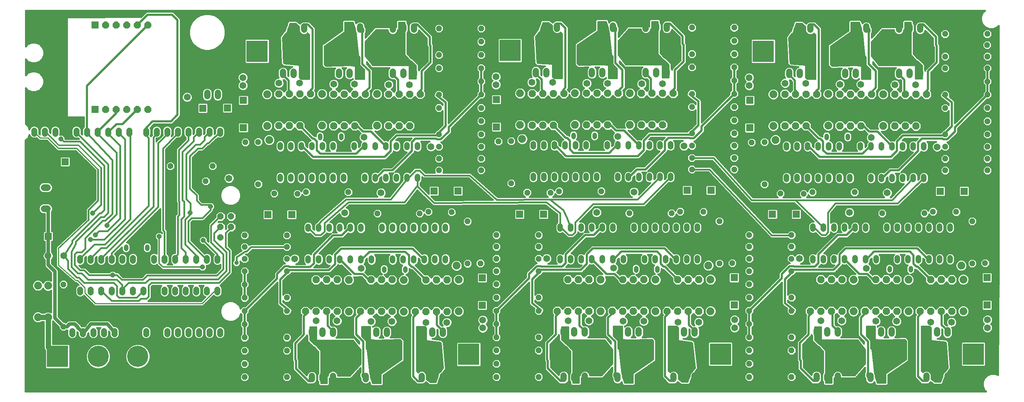
<source format=gbl>
G75*
%MOIN*%
%OFA0B0*%
%FSLAX25Y25*%
%IPPOS*%
%LPD*%
%AMOC8*
5,1,8,0,0,1.08239X$1,22.5*
%
%ADD10C,0.05600*%
%ADD11OC8,0.06102*%
%ADD12R,0.06500X0.06500*%
%ADD13C,0.06500*%
%ADD14C,0.07400*%
%ADD15R,0.06600X0.06600*%
%ADD16OC8,0.06600*%
%ADD17C,0.06496*%
%ADD18C,0.06000*%
%ADD19C,0.04362*%
%ADD20OC8,0.05200*%
%ADD21R,0.20000X0.20000*%
%ADD22C,0.20000*%
%ADD23C,0.05200*%
%ADD24OC8,0.06800*%
%ADD25C,0.02000*%
%ADD26C,0.03200*%
%ADD27C,0.01200*%
%ADD28C,0.01600*%
%ADD29OC8,0.04400*%
%ADD30C,0.01500*%
%ADD31C,0.01000*%
%ADD32C,0.05000*%
%ADD33C,0.04200*%
D10*
X0198400Y0151650D02*
X0198400Y0154450D01*
X0208400Y0154450D02*
X0208400Y0151650D01*
X0218400Y0151650D02*
X0218400Y0154450D01*
X0228400Y0154450D02*
X0228400Y0151650D01*
X0238400Y0151650D02*
X0238400Y0154450D01*
X0248400Y0154450D02*
X0248400Y0151650D01*
X0258400Y0151650D02*
X0258400Y0154450D01*
X0268400Y0154450D02*
X0268400Y0151650D01*
X0288400Y0151650D02*
X0288400Y0154450D01*
X0298400Y0154450D02*
X0298400Y0151650D01*
X0308400Y0151650D02*
X0308400Y0154450D01*
X0318400Y0154450D02*
X0318400Y0151650D01*
X0328400Y0151650D02*
X0328400Y0154450D01*
X0338400Y0154450D02*
X0338400Y0151650D01*
X0335900Y0191150D02*
X0335900Y0193950D01*
X0325900Y0193950D02*
X0325900Y0191150D01*
X0315900Y0191150D02*
X0315900Y0193950D01*
X0305900Y0193950D02*
X0305900Y0191150D01*
X0295900Y0191150D02*
X0295900Y0193950D01*
X0285900Y0193950D02*
X0285900Y0191150D01*
X0275900Y0191150D02*
X0275900Y0193950D01*
X0265900Y0193950D02*
X0265900Y0191150D01*
X0255900Y0191150D02*
X0255900Y0193950D01*
X0245900Y0193950D02*
X0245900Y0191150D01*
X0235900Y0191150D02*
X0235900Y0193950D01*
X0225900Y0193950D02*
X0225900Y0191150D01*
X0215900Y0191150D02*
X0215900Y0193950D01*
X0205900Y0193950D02*
X0205900Y0191150D01*
X0205900Y0221150D02*
X0205900Y0223950D01*
X0215900Y0223950D02*
X0215900Y0221150D01*
X0225900Y0221150D02*
X0225900Y0223950D01*
X0235900Y0223950D02*
X0235900Y0221150D01*
X0245900Y0221150D02*
X0245900Y0223950D01*
X0255900Y0223950D02*
X0255900Y0221150D01*
X0265900Y0221150D02*
X0265900Y0223950D01*
X0275900Y0223950D02*
X0275900Y0221150D01*
X0285900Y0221150D02*
X0285900Y0223950D01*
X0295900Y0223950D02*
X0295900Y0221150D01*
X0305900Y0221150D02*
X0305900Y0223950D01*
X0315900Y0223950D02*
X0315900Y0221150D01*
X0325900Y0221150D02*
X0325900Y0223950D01*
X0335900Y0223950D02*
X0335900Y0221150D01*
X0338400Y0341650D02*
X0338400Y0344450D01*
X0328400Y0344450D02*
X0328400Y0341650D01*
X0318400Y0341650D02*
X0318400Y0344450D01*
X0308400Y0344450D02*
X0308400Y0341650D01*
X0298400Y0341650D02*
X0298400Y0344450D01*
X0288400Y0344450D02*
X0288400Y0341650D01*
X0278400Y0341650D02*
X0278400Y0344450D01*
X0268400Y0344450D02*
X0268400Y0341650D01*
X0252400Y0341650D02*
X0252400Y0344450D01*
X0242400Y0344450D02*
X0242400Y0341650D01*
X0232400Y0341650D02*
X0232400Y0344450D01*
X0222400Y0344450D02*
X0222400Y0341650D01*
X0212400Y0341650D02*
X0212400Y0344450D01*
X0202400Y0344450D02*
X0202400Y0341650D01*
X0192400Y0341650D02*
X0192400Y0344450D01*
X0182400Y0344450D02*
X0182400Y0341650D01*
X0172400Y0341650D02*
X0172400Y0344450D01*
X0162400Y0344450D02*
X0162400Y0341650D01*
D11*
X0338900Y0263050D03*
X0338900Y0253050D03*
X0338900Y0243050D03*
X0348900Y0243050D03*
X0348900Y0253050D03*
X0348900Y0263050D03*
D12*
X0383700Y0264921D03*
X0406300Y0264921D03*
X0541100Y0287079D03*
X0563700Y0287079D03*
X0622200Y0265121D03*
X0644800Y0265121D03*
X0586821Y0204850D03*
X0586821Y0178850D03*
X0780700Y0287879D03*
X0803300Y0287879D03*
X0861600Y0265121D03*
X0884200Y0265121D03*
X0825321Y0205050D03*
X0825321Y0179050D03*
X1020500Y0286979D03*
X1043100Y0286979D03*
X1064721Y0205050D03*
X1064721Y0179050D03*
X0839979Y0347050D03*
X0839979Y0373050D03*
X0600179Y0373950D03*
X0600179Y0347950D03*
X0360579Y0347150D03*
X0345471Y0365771D03*
X0360579Y0373150D03*
X0322071Y0365671D03*
X0191679Y0314950D03*
X0175721Y0244250D03*
D13*
X0165879Y0244250D03*
X0175600Y0225793D03*
X0190300Y0225793D03*
X0190300Y0206107D03*
X0175600Y0206107D03*
X0346900Y0299207D03*
X0346900Y0318893D03*
X0370421Y0347150D03*
X0345471Y0355929D03*
X0322071Y0355829D03*
X0307300Y0356407D03*
X0307300Y0376093D03*
X0360157Y0387150D03*
X0360157Y0394650D03*
X0379843Y0394650D03*
X0379843Y0387150D03*
X0394157Y0389400D03*
X0413843Y0389400D03*
X0446157Y0388400D03*
X0465843Y0388400D03*
X0498157Y0387900D03*
X0517843Y0387900D03*
X0538200Y0348793D03*
X0538200Y0329107D03*
X0494493Y0338150D03*
X0474807Y0338150D03*
X0541100Y0296921D03*
X0563700Y0296921D03*
X0490843Y0285450D03*
X0471157Y0285450D03*
X0476243Y0266550D03*
X0456557Y0266550D03*
X0406300Y0255079D03*
X0383700Y0255079D03*
X0409200Y0222893D03*
X0409200Y0203207D03*
X0452357Y0213750D03*
X0472043Y0213750D03*
X0481557Y0163600D03*
X0501243Y0163600D03*
X0533557Y0162600D03*
X0553243Y0162600D03*
X0567557Y0164850D03*
X0567557Y0157350D03*
X0587243Y0157350D03*
X0587243Y0164850D03*
X0576979Y0178850D03*
X0576979Y0204850D03*
X0647700Y0203407D03*
X0647700Y0223093D03*
X0691407Y0214050D03*
X0711093Y0214050D03*
X0644800Y0255279D03*
X0622200Y0255279D03*
X0695057Y0266750D03*
X0714743Y0266750D03*
X0710757Y0286250D03*
X0730443Y0286250D03*
X0780700Y0297721D03*
X0803300Y0297721D03*
X0777800Y0329907D03*
X0777800Y0349593D03*
X0734843Y0338700D03*
X0715157Y0338700D03*
X0705443Y0389200D03*
X0685757Y0389200D03*
X0653443Y0390200D03*
X0633757Y0390200D03*
X0619443Y0387950D03*
X0619443Y0395450D03*
X0599757Y0395450D03*
X0599757Y0387950D03*
X0610021Y0373950D03*
X0610021Y0347950D03*
X0737757Y0388700D03*
X0757443Y0388700D03*
X0839557Y0387050D03*
X0839557Y0394550D03*
X0859243Y0394550D03*
X0859243Y0387050D03*
X0873557Y0389300D03*
X0893243Y0389300D03*
X0925557Y0388300D03*
X0945243Y0388300D03*
X0977557Y0387800D03*
X0997243Y0387800D03*
X1017600Y0348693D03*
X1017600Y0329007D03*
X0974743Y0337700D03*
X0955057Y0337700D03*
X1020500Y0296821D03*
X1043100Y0296821D03*
X0970243Y0285350D03*
X0950557Y0285350D03*
X0954143Y0266750D03*
X0934457Y0266750D03*
X0884200Y0255279D03*
X0861600Y0255279D03*
X0887100Y0223093D03*
X0887100Y0203407D03*
X0930657Y0214000D03*
X0950343Y0214000D03*
X0959457Y0163800D03*
X0979143Y0163800D03*
X1011457Y0162800D03*
X1031143Y0162800D03*
X1045457Y0165050D03*
X1045457Y0157550D03*
X1065143Y0157550D03*
X1065143Y0165050D03*
X1054879Y0179050D03*
X1054879Y0205050D03*
X0927143Y0164300D03*
X0907457Y0164300D03*
X0825743Y0165050D03*
X0825743Y0157550D03*
X0806057Y0157550D03*
X0806057Y0165050D03*
X0791743Y0162800D03*
X0772057Y0162800D03*
X0739743Y0163800D03*
X0720057Y0163800D03*
X0687743Y0164300D03*
X0668057Y0164300D03*
X0815479Y0179050D03*
X0815479Y0205050D03*
X0849821Y0347050D03*
X0849821Y0373050D03*
X0449243Y0164100D03*
X0429557Y0164100D03*
X0201521Y0314950D03*
X0370421Y0373150D03*
D14*
X0383000Y0378910D03*
X0435000Y0379150D03*
X0435000Y0349150D03*
X0385000Y0335650D03*
X0383000Y0348910D03*
X0487000Y0349030D03*
X0487000Y0379030D03*
X0622600Y0379710D03*
X0674600Y0379950D03*
X0674600Y0349950D03*
X0624600Y0336450D03*
X0622600Y0349710D03*
X0726600Y0349830D03*
X0726600Y0379830D03*
X0862400Y0378810D03*
X0914400Y0379050D03*
X0914400Y0349050D03*
X0864400Y0335550D03*
X0862400Y0348810D03*
X0966400Y0348930D03*
X0966400Y0378930D03*
X1040300Y0216550D03*
X1042300Y0203290D03*
X1042300Y0173290D03*
X0990300Y0173050D03*
X0938300Y0173170D03*
X0938300Y0203170D03*
X0990300Y0203050D03*
X0802900Y0203290D03*
X0800900Y0216550D03*
X0750900Y0203050D03*
X0750900Y0173050D03*
X0802900Y0173290D03*
X0698900Y0173170D03*
X0698900Y0203170D03*
X0564400Y0203090D03*
X0562400Y0216350D03*
X0512400Y0202850D03*
X0512400Y0172850D03*
X0564400Y0173090D03*
X0460400Y0172970D03*
X0460400Y0202970D03*
X0175700Y0197450D03*
X0166000Y0197550D03*
X0166000Y0167550D03*
X0175700Y0167450D03*
D15*
X0220100Y0364550D03*
X0220100Y0444550D03*
D16*
X0230100Y0444550D03*
X0240100Y0444550D03*
X0250100Y0444550D03*
X0260100Y0444550D03*
X0270100Y0444550D03*
X0270100Y0364550D03*
X0260100Y0364550D03*
X0250100Y0364550D03*
X0240100Y0364550D03*
X0230100Y0364550D03*
D17*
X0174924Y0290450D02*
X0171676Y0290450D01*
X0171676Y0280450D02*
X0174924Y0280450D01*
X0174924Y0270450D02*
X0171676Y0270450D01*
D18*
X0316300Y0377079D02*
X0316300Y0380079D01*
X0326300Y0380079D02*
X0326300Y0377079D01*
X0336300Y0377079D02*
X0336300Y0380079D01*
X0398000Y0397150D02*
X0398000Y0400150D01*
X0408000Y0400150D02*
X0408000Y0397150D01*
X0418000Y0397150D02*
X0418000Y0400150D01*
X0451000Y0400150D02*
X0451000Y0397150D01*
X0461000Y0397150D02*
X0461000Y0400150D01*
X0471000Y0400150D02*
X0471000Y0397150D01*
X0502000Y0397150D02*
X0502000Y0400150D01*
X0512000Y0400150D02*
X0512000Y0397150D01*
X0522000Y0397150D02*
X0522000Y0400150D01*
X0522000Y0440150D02*
X0522000Y0443150D01*
X0512000Y0443150D02*
X0512000Y0440150D01*
X0502000Y0440150D02*
X0502000Y0443150D01*
X0471000Y0443150D02*
X0471000Y0440150D01*
X0461000Y0440150D02*
X0461000Y0443150D01*
X0451000Y0443150D02*
X0451000Y0440150D01*
X0418000Y0440150D02*
X0418000Y0443150D01*
X0408000Y0443150D02*
X0408000Y0440150D01*
X0398000Y0440150D02*
X0398000Y0443150D01*
X0637600Y0443950D02*
X0637600Y0440950D01*
X0647600Y0440950D02*
X0647600Y0443950D01*
X0657600Y0443950D02*
X0657600Y0440950D01*
X0690600Y0440950D02*
X0690600Y0443950D01*
X0700600Y0443950D02*
X0700600Y0440950D01*
X0710600Y0440950D02*
X0710600Y0443950D01*
X0741600Y0443950D02*
X0741600Y0440950D01*
X0751600Y0440950D02*
X0751600Y0443950D01*
X0761600Y0443950D02*
X0761600Y0440950D01*
X0761600Y0400950D02*
X0761600Y0397950D01*
X0751600Y0397950D02*
X0751600Y0400950D01*
X0741600Y0400950D02*
X0741600Y0397950D01*
X0710600Y0397950D02*
X0710600Y0400950D01*
X0700600Y0400950D02*
X0700600Y0397950D01*
X0690600Y0397950D02*
X0690600Y0400950D01*
X0657600Y0400950D02*
X0657600Y0397950D01*
X0647600Y0397950D02*
X0647600Y0400950D01*
X0637600Y0400950D02*
X0637600Y0397950D01*
X0877400Y0397050D02*
X0877400Y0400050D01*
X0887400Y0400050D02*
X0887400Y0397050D01*
X0897400Y0397050D02*
X0897400Y0400050D01*
X0930400Y0400050D02*
X0930400Y0397050D01*
X0940400Y0397050D02*
X0940400Y0400050D01*
X0950400Y0400050D02*
X0950400Y0397050D01*
X0981400Y0397050D02*
X0981400Y0400050D01*
X0991400Y0400050D02*
X0991400Y0397050D01*
X1001400Y0397050D02*
X1001400Y0400050D01*
X1001400Y0440050D02*
X1001400Y0443050D01*
X0991400Y0443050D02*
X0991400Y0440050D01*
X0981400Y0440050D02*
X0981400Y0443050D01*
X0950400Y0443050D02*
X0950400Y0440050D01*
X0940400Y0440050D02*
X0940400Y0443050D01*
X0930400Y0443050D02*
X0930400Y0440050D01*
X0897400Y0440050D02*
X0897400Y0443050D01*
X0887400Y0443050D02*
X0887400Y0440050D01*
X0877400Y0440050D02*
X0877400Y0443050D01*
X0903300Y0155050D02*
X0903300Y0152050D01*
X0913300Y0152050D02*
X0913300Y0155050D01*
X0923300Y0155050D02*
X0923300Y0152050D01*
X0954300Y0152050D02*
X0954300Y0155050D01*
X0964300Y0155050D02*
X0964300Y0152050D01*
X0974300Y0152050D02*
X0974300Y0155050D01*
X1007300Y0155050D02*
X1007300Y0152050D01*
X1017300Y0152050D02*
X1017300Y0155050D01*
X1027300Y0155050D02*
X1027300Y0152050D01*
X1027300Y0112050D02*
X1027300Y0109050D01*
X1017300Y0109050D02*
X1017300Y0112050D01*
X1007300Y0112050D02*
X1007300Y0109050D01*
X0974300Y0109050D02*
X0974300Y0112050D01*
X0964300Y0112050D02*
X0964300Y0109050D01*
X0954300Y0109050D02*
X0954300Y0112050D01*
X0923300Y0112050D02*
X0923300Y0109050D01*
X0913300Y0109050D02*
X0913300Y0112050D01*
X0903300Y0112050D02*
X0903300Y0109050D01*
X0787900Y0109050D02*
X0787900Y0112050D01*
X0777900Y0112050D02*
X0777900Y0109050D01*
X0767900Y0109050D02*
X0767900Y0112050D01*
X0734900Y0112050D02*
X0734900Y0109050D01*
X0724900Y0109050D02*
X0724900Y0112050D01*
X0714900Y0112050D02*
X0714900Y0109050D01*
X0683900Y0109050D02*
X0683900Y0112050D01*
X0673900Y0112050D02*
X0673900Y0109050D01*
X0663900Y0109050D02*
X0663900Y0112050D01*
X0663900Y0152050D02*
X0663900Y0155050D01*
X0673900Y0155050D02*
X0673900Y0152050D01*
X0683900Y0152050D02*
X0683900Y0155050D01*
X0714900Y0155050D02*
X0714900Y0152050D01*
X0724900Y0152050D02*
X0724900Y0155050D01*
X0734900Y0155050D02*
X0734900Y0152050D01*
X0767900Y0152050D02*
X0767900Y0155050D01*
X0777900Y0155050D02*
X0777900Y0152050D01*
X0787900Y0152050D02*
X0787900Y0155050D01*
X0549400Y0154850D02*
X0549400Y0151850D01*
X0539400Y0151850D02*
X0539400Y0154850D01*
X0529400Y0154850D02*
X0529400Y0151850D01*
X0496400Y0151850D02*
X0496400Y0154850D01*
X0486400Y0154850D02*
X0486400Y0151850D01*
X0476400Y0151850D02*
X0476400Y0154850D01*
X0445400Y0154850D02*
X0445400Y0151850D01*
X0435400Y0151850D02*
X0435400Y0154850D01*
X0425400Y0154850D02*
X0425400Y0151850D01*
X0425400Y0111850D02*
X0425400Y0108850D01*
X0435400Y0108850D02*
X0435400Y0111850D01*
X0445400Y0111850D02*
X0445400Y0108850D01*
X0476400Y0108850D02*
X0476400Y0111850D01*
X0486400Y0111850D02*
X0486400Y0108850D01*
X0496400Y0108850D02*
X0496400Y0111850D01*
X0529400Y0111850D02*
X0529400Y0108850D01*
X0539400Y0108850D02*
X0539400Y0111850D01*
X0549400Y0111850D02*
X0549400Y0108850D01*
D19*
X0513800Y0211759D02*
X0513800Y0213941D01*
X0503800Y0213941D02*
X0503800Y0211759D01*
X0493800Y0211759D02*
X0493800Y0213941D01*
X0269400Y0232459D02*
X0269400Y0234641D01*
X0259400Y0234641D02*
X0259400Y0232459D01*
X0249400Y0232459D02*
X0249400Y0234641D01*
X0433000Y0337609D02*
X0433000Y0339791D01*
X0443000Y0339791D02*
X0443000Y0337609D01*
X0453000Y0337609D02*
X0453000Y0339791D01*
X0673000Y0340641D02*
X0673000Y0338459D01*
X0683000Y0338459D02*
X0683000Y0340641D01*
X0693000Y0340641D02*
X0693000Y0338459D01*
X0912700Y0337459D02*
X0912700Y0339641D01*
X0922700Y0339641D02*
X0922700Y0337459D01*
X0932700Y0337459D02*
X0932700Y0339641D01*
X0972350Y0214241D02*
X0972350Y0212059D01*
X0982350Y0212059D02*
X0982350Y0214241D01*
X0992350Y0214241D02*
X0992350Y0212059D01*
X0752300Y0211959D02*
X0752300Y0214141D01*
X0742300Y0214141D02*
X0742300Y0211959D01*
X0732300Y0211959D02*
X0732300Y0214141D01*
D20*
X0811300Y0218550D03*
X0823500Y0218850D03*
X0839600Y0222950D03*
X0839600Y0211314D03*
X0839600Y0198768D03*
X0839600Y0186223D03*
X0839600Y0173677D03*
X0839600Y0161132D03*
X0839600Y0148586D03*
X0839600Y0136041D03*
X0839600Y0123495D03*
X0839600Y0110950D03*
X0879600Y0110950D03*
X0879600Y0123495D03*
X0879600Y0136041D03*
X0879600Y0148586D03*
X0879600Y0161132D03*
X0879600Y0173677D03*
X0879600Y0186223D03*
X0879600Y0198768D03*
X0879600Y0211314D03*
X0879600Y0222950D03*
X0879600Y0234404D03*
X0879600Y0245359D03*
X0839600Y0245359D03*
X0839600Y0234404D03*
X0823500Y0258850D03*
X0811300Y0258550D03*
X0806200Y0267350D03*
X0796200Y0267350D03*
X0784200Y0267650D03*
X0774200Y0267650D03*
X0766000Y0266050D03*
X0726000Y0266050D03*
X0699500Y0286950D03*
X0659500Y0286950D03*
X0651300Y0285350D03*
X0641300Y0285350D03*
X0629300Y0285650D03*
X0619300Y0285650D03*
X0614200Y0294450D03*
X0602000Y0294150D03*
X0585700Y0306841D03*
X0585700Y0317796D03*
X0585700Y0329250D03*
X0585700Y0340886D03*
X0602000Y0334150D03*
X0614200Y0334450D03*
X0585700Y0353432D03*
X0585700Y0365977D03*
X0585700Y0378523D03*
X0585700Y0391068D03*
X0585700Y0403614D03*
X0585700Y0416159D03*
X0585700Y0428705D03*
X0585700Y0441250D03*
X0545700Y0441250D03*
X0545700Y0428705D03*
X0545700Y0416159D03*
X0545700Y0403614D03*
X0545700Y0391068D03*
X0545700Y0378523D03*
X0545700Y0365977D03*
X0545700Y0353432D03*
X0545700Y0340886D03*
X0545700Y0329250D03*
X0545700Y0317796D03*
X0545700Y0306841D03*
X0545700Y0267450D03*
X0535700Y0267450D03*
X0527500Y0265850D03*
X0557700Y0267150D03*
X0567700Y0267150D03*
X0572800Y0258350D03*
X0585000Y0258650D03*
X0600200Y0245359D03*
X0600200Y0234404D03*
X0600200Y0222950D03*
X0600200Y0211314D03*
X0585000Y0218650D03*
X0572800Y0218350D03*
X0600200Y0198768D03*
X0600200Y0186223D03*
X0600200Y0173677D03*
X0600200Y0161132D03*
X0600200Y0148586D03*
X0600200Y0136041D03*
X0600200Y0123495D03*
X0600200Y0110950D03*
X0640200Y0110950D03*
X0640200Y0123495D03*
X0640200Y0136041D03*
X0640200Y0148586D03*
X0640200Y0161132D03*
X0640200Y0173677D03*
X0640200Y0186223D03*
X0640200Y0198768D03*
X0640200Y0211314D03*
X0640200Y0222950D03*
X0640200Y0234404D03*
X0640200Y0245359D03*
X0487500Y0265850D03*
X0459900Y0286150D03*
X0419900Y0286150D03*
X0411700Y0284550D03*
X0401700Y0284550D03*
X0389700Y0284850D03*
X0379700Y0284850D03*
X0374600Y0293650D03*
X0362400Y0293350D03*
X0334900Y0296550D03*
X0324900Y0296550D03*
X0331400Y0310750D03*
X0362400Y0333350D03*
X0374600Y0333650D03*
X0291400Y0310750D03*
X0361700Y0245159D03*
X0361700Y0234204D03*
X0361700Y0222750D03*
X0361700Y0211114D03*
X0361700Y0198568D03*
X0361700Y0186023D03*
X0361700Y0173477D03*
X0361700Y0160932D03*
X0361700Y0148386D03*
X0361700Y0135841D03*
X0361700Y0123295D03*
X0361700Y0110750D03*
X0401700Y0110750D03*
X0401700Y0123295D03*
X0401700Y0135841D03*
X0401700Y0148386D03*
X0401700Y0160932D03*
X0401700Y0173477D03*
X0401700Y0186023D03*
X0401700Y0198568D03*
X0401700Y0211114D03*
X0401700Y0222750D03*
X0401700Y0234204D03*
X0401700Y0245159D03*
X0190100Y0198650D03*
X0190100Y0158650D03*
X0785300Y0307641D03*
X0785300Y0318596D03*
X0785300Y0330050D03*
X0785300Y0341686D03*
X0785300Y0354232D03*
X0785300Y0366777D03*
X0785300Y0379323D03*
X0785300Y0391868D03*
X0785300Y0404414D03*
X0785300Y0416959D03*
X0785300Y0429505D03*
X0785300Y0442050D03*
X0825300Y0442050D03*
X0825300Y0429505D03*
X0825300Y0416959D03*
X0825300Y0404414D03*
X0825300Y0391868D03*
X0825300Y0379323D03*
X0825300Y0366777D03*
X0825300Y0354232D03*
X0825300Y0341686D03*
X0825300Y0330050D03*
X0825300Y0318596D03*
X0825300Y0307641D03*
X0841800Y0293250D03*
X0854000Y0293550D03*
X0859100Y0284750D03*
X0869100Y0284750D03*
X0881100Y0284450D03*
X0891100Y0284450D03*
X0899300Y0286050D03*
X0939300Y0286050D03*
X0965400Y0266050D03*
X1005400Y0266050D03*
X1013600Y0267650D03*
X1023600Y0267650D03*
X1035600Y0267350D03*
X1045600Y0267350D03*
X1050700Y0258550D03*
X1062900Y0258850D03*
X1062900Y0218850D03*
X1050700Y0218550D03*
X1065100Y0306741D03*
X1065100Y0317696D03*
X1065100Y0329150D03*
X1065100Y0340786D03*
X1065100Y0353332D03*
X1065100Y0365877D03*
X1065100Y0378423D03*
X1065100Y0390968D03*
X1065100Y0403514D03*
X1065100Y0414659D03*
X1064800Y0425505D03*
X1065000Y0436050D03*
X1025000Y0436050D03*
X1024800Y0425505D03*
X1025100Y0414659D03*
X1025100Y0403514D03*
X1025100Y0390968D03*
X1025100Y0378423D03*
X1025100Y0365877D03*
X1025100Y0353332D03*
X1025100Y0340786D03*
X1025100Y0329150D03*
X1025100Y0317696D03*
X1025100Y0306741D03*
X0854000Y0333550D03*
X0841800Y0333250D03*
D21*
X0852900Y0419550D03*
X0613100Y0420450D03*
X0373500Y0419650D03*
X0184600Y0130350D03*
X0573900Y0132350D03*
X0812400Y0132550D03*
X1051800Y0132550D03*
D22*
X1013300Y0132550D03*
X0975800Y0132550D03*
X0937800Y0132050D03*
X0899800Y0132050D03*
X0773900Y0132550D03*
X0736400Y0132550D03*
X0698400Y0132050D03*
X0660400Y0132050D03*
X0535400Y0132350D03*
X0497900Y0132350D03*
X0459900Y0131850D03*
X0421900Y0131850D03*
X0336600Y0129850D03*
X0298600Y0129850D03*
X0260600Y0130350D03*
X0223100Y0130350D03*
X0412000Y0419650D03*
X0449500Y0419650D03*
X0487500Y0420150D03*
X0525500Y0420150D03*
X0651600Y0420450D03*
X0689100Y0420450D03*
X0727100Y0420950D03*
X0765100Y0420950D03*
X0891400Y0419550D03*
X0928900Y0419550D03*
X0966900Y0420050D03*
X1004900Y0420050D03*
D23*
X1004900Y0330850D02*
X1004900Y0328250D01*
X0994900Y0328250D02*
X0994900Y0330850D01*
X0984900Y0330850D02*
X0984900Y0328250D01*
X0974900Y0328250D02*
X0974900Y0330850D01*
X0964900Y0330850D02*
X0964900Y0328250D01*
X0954900Y0328250D02*
X0954900Y0330850D01*
X0944900Y0330850D02*
X0944900Y0328250D01*
X0934900Y0328250D02*
X0934900Y0330850D01*
X0924900Y0330850D02*
X0924900Y0328250D01*
X0914900Y0328250D02*
X0914900Y0330850D01*
X0904900Y0330850D02*
X0904900Y0328250D01*
X0894900Y0328250D02*
X0894900Y0330850D01*
X0884900Y0330850D02*
X0884900Y0328250D01*
X0874900Y0328250D02*
X0874900Y0330850D01*
X0874900Y0300850D02*
X0874900Y0298250D01*
X0884900Y0298250D02*
X0884900Y0300850D01*
X0894900Y0300850D02*
X0894900Y0298250D01*
X0904900Y0298250D02*
X0904900Y0300850D01*
X0914900Y0300850D02*
X0914900Y0298250D01*
X0924900Y0298250D02*
X0924900Y0300850D01*
X0934900Y0300850D02*
X0934900Y0298250D01*
X0944900Y0298250D02*
X0944900Y0300850D01*
X0954900Y0300850D02*
X0954900Y0298250D01*
X0964900Y0298250D02*
X0964900Y0300850D01*
X0974900Y0300850D02*
X0974900Y0298250D01*
X0984900Y0298250D02*
X0984900Y0300850D01*
X0994900Y0300850D02*
X0994900Y0298250D01*
X1004900Y0298250D02*
X1004900Y0300850D01*
X1009800Y0253850D02*
X1009800Y0251250D01*
X1019800Y0251250D02*
X1019800Y0253850D01*
X1029800Y0253850D02*
X1029800Y0251250D01*
X0999800Y0251250D02*
X0999800Y0253850D01*
X0989800Y0253850D02*
X0989800Y0251250D01*
X0979800Y0251250D02*
X0979800Y0253850D01*
X0969800Y0253850D02*
X0969800Y0251250D01*
X0959800Y0251250D02*
X0959800Y0253850D01*
X0949800Y0253850D02*
X0949800Y0251250D01*
X0939800Y0251250D02*
X0939800Y0253850D01*
X0929800Y0253850D02*
X0929800Y0251250D01*
X0919800Y0251250D02*
X0919800Y0253850D01*
X0909800Y0253850D02*
X0909800Y0251250D01*
X0899800Y0251250D02*
X0899800Y0253850D01*
X0899800Y0223850D02*
X0899800Y0221250D01*
X0909800Y0221250D02*
X0909800Y0223850D01*
X0919800Y0223850D02*
X0919800Y0221250D01*
X0929800Y0221250D02*
X0929800Y0223850D01*
X0939800Y0223850D02*
X0939800Y0221250D01*
X0949800Y0221250D02*
X0949800Y0223850D01*
X0959800Y0223850D02*
X0959800Y0221250D01*
X0969800Y0221250D02*
X0969800Y0223850D01*
X0979800Y0223850D02*
X0979800Y0221250D01*
X0989800Y0221250D02*
X0989800Y0223850D01*
X0999800Y0223850D02*
X0999800Y0221250D01*
X1009800Y0221250D02*
X1009800Y0223850D01*
X1019800Y0223850D02*
X1019800Y0221250D01*
X1029800Y0221250D02*
X1029800Y0223850D01*
X0790400Y0223850D02*
X0790400Y0221250D01*
X0780400Y0221250D02*
X0780400Y0223850D01*
X0770400Y0223850D02*
X0770400Y0221250D01*
X0760400Y0221250D02*
X0760400Y0223850D01*
X0750400Y0223850D02*
X0750400Y0221250D01*
X0740400Y0221250D02*
X0740400Y0223850D01*
X0730400Y0223850D02*
X0730400Y0221250D01*
X0720400Y0221250D02*
X0720400Y0223850D01*
X0710400Y0223850D02*
X0710400Y0221250D01*
X0700400Y0221250D02*
X0700400Y0223850D01*
X0690400Y0223850D02*
X0690400Y0221250D01*
X0680400Y0221250D02*
X0680400Y0223850D01*
X0670400Y0223850D02*
X0670400Y0221250D01*
X0660400Y0221250D02*
X0660400Y0223850D01*
X0660400Y0251250D02*
X0660400Y0253850D01*
X0670400Y0253850D02*
X0670400Y0251250D01*
X0680400Y0251250D02*
X0680400Y0253850D01*
X0690400Y0253850D02*
X0690400Y0251250D01*
X0700400Y0251250D02*
X0700400Y0253850D01*
X0710400Y0253850D02*
X0710400Y0251250D01*
X0720400Y0251250D02*
X0720400Y0253850D01*
X0730400Y0253850D02*
X0730400Y0251250D01*
X0740400Y0251250D02*
X0740400Y0253850D01*
X0750400Y0253850D02*
X0750400Y0251250D01*
X0760400Y0251250D02*
X0760400Y0253850D01*
X0770400Y0253850D02*
X0770400Y0251250D01*
X0780400Y0251250D02*
X0780400Y0253850D01*
X0790400Y0253850D02*
X0790400Y0251250D01*
X0765100Y0299150D02*
X0765100Y0301750D01*
X0755100Y0301750D02*
X0755100Y0299150D01*
X0745100Y0299150D02*
X0745100Y0301750D01*
X0735100Y0301750D02*
X0735100Y0299150D01*
X0725100Y0299150D02*
X0725100Y0301750D01*
X0715100Y0301750D02*
X0715100Y0299150D01*
X0705100Y0299150D02*
X0705100Y0301750D01*
X0695100Y0301750D02*
X0695100Y0299150D01*
X0685100Y0299150D02*
X0685100Y0301750D01*
X0675100Y0301750D02*
X0675100Y0299150D01*
X0665100Y0299150D02*
X0665100Y0301750D01*
X0655100Y0301750D02*
X0655100Y0299150D01*
X0645100Y0299150D02*
X0645100Y0301750D01*
X0635100Y0301750D02*
X0635100Y0299150D01*
X0635100Y0329150D02*
X0635100Y0331750D01*
X0645100Y0331750D02*
X0645100Y0329150D01*
X0655100Y0329150D02*
X0655100Y0331750D01*
X0665100Y0331750D02*
X0665100Y0329150D01*
X0675100Y0329150D02*
X0675100Y0331750D01*
X0685100Y0331750D02*
X0685100Y0329150D01*
X0695100Y0329150D02*
X0695100Y0331750D01*
X0705100Y0331750D02*
X0705100Y0329150D01*
X0715100Y0329150D02*
X0715100Y0331750D01*
X0725100Y0331750D02*
X0725100Y0329150D01*
X0735100Y0329150D02*
X0735100Y0331750D01*
X0745100Y0331750D02*
X0745100Y0329150D01*
X0755100Y0329150D02*
X0755100Y0331750D01*
X0765100Y0331750D02*
X0765100Y0329150D01*
X0551900Y0253650D02*
X0551900Y0251050D01*
X0541900Y0251050D02*
X0541900Y0253650D01*
X0531900Y0253650D02*
X0531900Y0251050D01*
X0521900Y0251050D02*
X0521900Y0253650D01*
X0511900Y0253650D02*
X0511900Y0251050D01*
X0501900Y0251050D02*
X0501900Y0253650D01*
X0491900Y0253650D02*
X0491900Y0251050D01*
X0481900Y0251050D02*
X0481900Y0253650D01*
X0471900Y0253650D02*
X0471900Y0251050D01*
X0461900Y0251050D02*
X0461900Y0253650D01*
X0451900Y0253650D02*
X0451900Y0251050D01*
X0441900Y0251050D02*
X0441900Y0253650D01*
X0431900Y0253650D02*
X0431900Y0251050D01*
X0421900Y0251050D02*
X0421900Y0253650D01*
X0421900Y0223650D02*
X0421900Y0221050D01*
X0431900Y0221050D02*
X0431900Y0223650D01*
X0441900Y0223650D02*
X0441900Y0221050D01*
X0451900Y0221050D02*
X0451900Y0223650D01*
X0461900Y0223650D02*
X0461900Y0221050D01*
X0471900Y0221050D02*
X0471900Y0223650D01*
X0481900Y0223650D02*
X0481900Y0221050D01*
X0491900Y0221050D02*
X0491900Y0223650D01*
X0501900Y0223650D02*
X0501900Y0221050D01*
X0511900Y0221050D02*
X0511900Y0223650D01*
X0521900Y0223650D02*
X0521900Y0221050D01*
X0531900Y0221050D02*
X0531900Y0223650D01*
X0541900Y0223650D02*
X0541900Y0221050D01*
X0551900Y0221050D02*
X0551900Y0223650D01*
X0525500Y0298350D02*
X0525500Y0300950D01*
X0515500Y0300950D02*
X0515500Y0298350D01*
X0505500Y0298350D02*
X0505500Y0300950D01*
X0495500Y0300950D02*
X0495500Y0298350D01*
X0485500Y0298350D02*
X0485500Y0300950D01*
X0475500Y0300950D02*
X0475500Y0298350D01*
X0465500Y0298350D02*
X0465500Y0300950D01*
X0455500Y0300950D02*
X0455500Y0298350D01*
X0445500Y0298350D02*
X0445500Y0300950D01*
X0435500Y0300950D02*
X0435500Y0298350D01*
X0425500Y0298350D02*
X0425500Y0300950D01*
X0415500Y0300950D02*
X0415500Y0298350D01*
X0405500Y0298350D02*
X0405500Y0300950D01*
X0395500Y0300950D02*
X0395500Y0298350D01*
X0395500Y0328350D02*
X0395500Y0330950D01*
X0405500Y0330950D02*
X0405500Y0328350D01*
X0415500Y0328350D02*
X0415500Y0330950D01*
X0425500Y0330950D02*
X0425500Y0328350D01*
X0435500Y0328350D02*
X0435500Y0330950D01*
X0445500Y0330950D02*
X0445500Y0328350D01*
X0455500Y0328350D02*
X0455500Y0330950D01*
X0465500Y0330950D02*
X0465500Y0328350D01*
X0475500Y0328350D02*
X0475500Y0330950D01*
X0485500Y0330950D02*
X0485500Y0328350D01*
X0495500Y0328350D02*
X0495500Y0330950D01*
X0505500Y0330950D02*
X0505500Y0328350D01*
X0515500Y0328350D02*
X0515500Y0330950D01*
X0525500Y0330950D02*
X0525500Y0328350D01*
D24*
X0528000Y0348890D03*
X0518000Y0348890D03*
X0508000Y0348890D03*
X0498000Y0348890D03*
X0476000Y0348970D03*
X0466000Y0348970D03*
X0456000Y0348970D03*
X0446000Y0348970D03*
X0424000Y0349050D03*
X0414000Y0349050D03*
X0404000Y0349050D03*
X0394000Y0349050D03*
X0394000Y0379050D03*
X0404000Y0379050D03*
X0414000Y0379050D03*
X0424000Y0379050D03*
X0446000Y0378970D03*
X0456000Y0378970D03*
X0466000Y0378970D03*
X0476000Y0378970D03*
X0498000Y0378890D03*
X0508000Y0378890D03*
X0518000Y0378890D03*
X0528000Y0378890D03*
X0634000Y0379450D03*
X0644000Y0379450D03*
X0654000Y0379450D03*
X0664000Y0379450D03*
X0685600Y0379770D03*
X0695600Y0379770D03*
X0705600Y0379770D03*
X0715600Y0379770D03*
X0737600Y0379690D03*
X0747600Y0379690D03*
X0757600Y0379690D03*
X0767600Y0379690D03*
X0767600Y0349690D03*
X0757600Y0349690D03*
X0747600Y0349690D03*
X0737600Y0349690D03*
X0715600Y0349770D03*
X0705600Y0349770D03*
X0695600Y0349770D03*
X0685600Y0349770D03*
X0664000Y0349450D03*
X0654000Y0349450D03*
X0644000Y0349450D03*
X0634000Y0349450D03*
X0873400Y0348950D03*
X0883400Y0348950D03*
X0893400Y0348950D03*
X0903400Y0348950D03*
X0925400Y0348870D03*
X0935400Y0348870D03*
X0945400Y0348870D03*
X0955400Y0348870D03*
X0977400Y0348790D03*
X0987400Y0348790D03*
X0997400Y0348790D03*
X1007400Y0348790D03*
X1007400Y0378790D03*
X0997400Y0378790D03*
X0987400Y0378790D03*
X0977400Y0378790D03*
X0955400Y0378870D03*
X0945400Y0378870D03*
X0935400Y0378870D03*
X0925400Y0378870D03*
X0903400Y0378950D03*
X0893400Y0378950D03*
X0883400Y0378950D03*
X0873400Y0378950D03*
X0897300Y0203310D03*
X0907300Y0203310D03*
X0917300Y0203310D03*
X0927300Y0203310D03*
X0949300Y0203230D03*
X0959300Y0203230D03*
X0969300Y0203230D03*
X0979300Y0203230D03*
X1001300Y0203150D03*
X1011300Y0203150D03*
X1021300Y0203150D03*
X1031300Y0203150D03*
X1031300Y0173150D03*
X1021300Y0173150D03*
X1011300Y0173150D03*
X1001300Y0173150D03*
X0979300Y0173230D03*
X0969300Y0173230D03*
X0959300Y0173230D03*
X0949300Y0173230D03*
X0927300Y0173310D03*
X0917300Y0173310D03*
X0907300Y0173310D03*
X0897300Y0173310D03*
X0791900Y0173150D03*
X0781900Y0173150D03*
X0771900Y0173150D03*
X0761900Y0173150D03*
X0739900Y0173230D03*
X0729900Y0173230D03*
X0719900Y0173230D03*
X0709900Y0173230D03*
X0687900Y0173310D03*
X0677900Y0173310D03*
X0667900Y0173310D03*
X0657900Y0173310D03*
X0657900Y0203310D03*
X0667900Y0203310D03*
X0677900Y0203310D03*
X0687900Y0203310D03*
X0709900Y0203230D03*
X0719900Y0203230D03*
X0729900Y0203230D03*
X0739900Y0203230D03*
X0761900Y0203150D03*
X0771900Y0203150D03*
X0781900Y0203150D03*
X0791900Y0203150D03*
X0553400Y0202950D03*
X0543400Y0202950D03*
X0533400Y0202950D03*
X0523400Y0202950D03*
X0501400Y0203030D03*
X0491400Y0203030D03*
X0481400Y0203030D03*
X0471400Y0203030D03*
X0449400Y0203110D03*
X0439400Y0203110D03*
X0429400Y0203110D03*
X0419400Y0203110D03*
X0419400Y0173110D03*
X0429400Y0173110D03*
X0439400Y0173110D03*
X0449400Y0173110D03*
X0471400Y0173030D03*
X0481400Y0173030D03*
X0491400Y0173030D03*
X0501400Y0173030D03*
X0523400Y0172950D03*
X0533400Y0172950D03*
X0543400Y0172950D03*
X0553400Y0172950D03*
D25*
X0543400Y0172950D02*
X0543150Y0172850D01*
X0543150Y0169850D01*
X0543900Y0169100D01*
X0543900Y0160100D01*
X0549150Y0154850D01*
X0549150Y0153350D01*
X0549400Y0153350D01*
X0523650Y0169850D02*
X0523650Y0172850D01*
X0523400Y0172950D01*
X0523650Y0169850D02*
X0521400Y0167600D01*
X0521400Y0111350D01*
X0525900Y0106850D01*
X0528900Y0106850D01*
X0529400Y0110350D01*
X0476400Y0110350D02*
X0476400Y0108350D01*
X0473400Y0111350D01*
X0473400Y0113600D01*
X0474150Y0114350D01*
X0474150Y0144350D01*
X0467400Y0151100D01*
X0467400Y0166850D01*
X0471150Y0170600D01*
X0471150Y0172850D01*
X0471400Y0173030D01*
X0440400Y0169850D02*
X0440400Y0159350D01*
X0444900Y0154850D01*
X0444900Y0153350D01*
X0445400Y0153350D01*
X0440400Y0169850D02*
X0439650Y0170600D01*
X0439650Y0172850D01*
X0439400Y0173110D01*
X0420150Y0172100D02*
X0419400Y0172850D01*
X0419400Y0173110D01*
X0420150Y0172100D02*
X0420150Y0170600D01*
X0417900Y0168350D01*
X0417900Y0151100D01*
X0409650Y0142850D01*
X0409650Y0127100D01*
X0410400Y0126350D01*
X0410400Y0118850D01*
X0422400Y0106850D01*
X0425400Y0106850D01*
X0425400Y0110350D01*
X0476400Y0108350D02*
X0476400Y0106850D01*
X0361700Y0148386D02*
X0361700Y0160932D01*
X0361700Y0173477D01*
X0392450Y0204227D01*
X0392450Y0208369D01*
X0399795Y0215714D01*
X0403605Y0215714D01*
X0404169Y0215150D01*
X0423805Y0215150D01*
X0427300Y0218645D01*
X0427300Y0226855D01*
X0445595Y0245150D01*
X0453805Y0245150D01*
X0461005Y0252350D01*
X0461900Y0252350D01*
X0452995Y0232550D02*
X0520805Y0232550D01*
X0531005Y0222350D01*
X0531900Y0222350D01*
X0521200Y0215150D02*
X0533400Y0202950D01*
X0521200Y0215150D02*
X0519995Y0215150D01*
X0517300Y0217845D01*
X0517300Y0226055D01*
X0513805Y0229550D01*
X0479995Y0229550D01*
X0472795Y0222350D01*
X0471900Y0222350D01*
X0473637Y0208430D02*
X0479037Y0203030D01*
X0481400Y0203030D01*
X0473637Y0208430D02*
X0465820Y0208430D01*
X0451900Y0222350D01*
X0447300Y0217845D02*
X0441605Y0212150D01*
X0402736Y0212150D01*
X0401700Y0211114D01*
X0401450Y0210750D01*
X0401450Y0209250D01*
X0395450Y0203250D01*
X0395450Y0180750D01*
X0403900Y0174000D01*
X0401700Y0173477D01*
X0361700Y0186023D02*
X0361700Y0198568D01*
X0361700Y0211114D01*
X0447300Y0217845D02*
X0447300Y0226855D01*
X0452995Y0232550D01*
X0485500Y0299650D02*
X0486395Y0299650D01*
X0493595Y0306850D01*
X0501805Y0306850D01*
X0520100Y0325145D01*
X0520100Y0333355D01*
X0523595Y0336850D01*
X0543231Y0336850D01*
X0543795Y0336286D01*
X0547605Y0336286D01*
X0554950Y0343631D01*
X0554950Y0347773D01*
X0585700Y0378523D01*
X0585700Y0391068D01*
X0585700Y0403614D01*
X0551950Y0371250D02*
X0543500Y0378000D01*
X0545700Y0378523D01*
X0551950Y0371250D02*
X0551950Y0348750D01*
X0545950Y0342750D01*
X0545950Y0341250D01*
X0545700Y0340886D01*
X0544664Y0339850D01*
X0505795Y0339850D01*
X0500100Y0334155D01*
X0500100Y0325145D01*
X0494405Y0319450D01*
X0426595Y0319450D01*
X0416395Y0329650D01*
X0415500Y0329650D01*
X0426200Y0336850D02*
X0414000Y0349050D01*
X0426200Y0336850D02*
X0427405Y0336850D01*
X0430100Y0334155D01*
X0430100Y0325945D01*
X0433595Y0322450D01*
X0467405Y0322450D01*
X0474605Y0329650D01*
X0475500Y0329650D01*
X0473763Y0343570D02*
X0468363Y0348970D01*
X0466000Y0348970D01*
X0473763Y0343570D02*
X0481580Y0343570D01*
X0495500Y0329650D01*
X0508000Y0378890D02*
X0507750Y0379150D01*
X0507750Y0381400D01*
X0507000Y0382150D01*
X0507000Y0392650D01*
X0502500Y0397150D01*
X0502500Y0398650D01*
X0502000Y0398650D01*
X0480000Y0400900D02*
X0473250Y0407650D01*
X0473250Y0437650D01*
X0474000Y0438400D01*
X0474000Y0440650D01*
X0471000Y0443650D01*
X0471000Y0441650D01*
X0471000Y0443650D02*
X0471000Y0445150D01*
X0426000Y0440650D02*
X0426000Y0384400D01*
X0423750Y0382150D01*
X0423750Y0379150D01*
X0424000Y0379050D01*
X0404250Y0379150D02*
X0404000Y0379050D01*
X0404250Y0379150D02*
X0404250Y0382150D01*
X0403500Y0382900D01*
X0403500Y0391900D01*
X0398250Y0397150D01*
X0398250Y0398650D01*
X0398000Y0398650D01*
X0476250Y0381400D02*
X0476250Y0379150D01*
X0476000Y0378970D01*
X0476250Y0381400D02*
X0480000Y0385150D01*
X0480000Y0400900D01*
X0529500Y0400900D02*
X0529500Y0383650D01*
X0527250Y0381400D01*
X0527250Y0379900D01*
X0528000Y0379150D01*
X0528000Y0378890D01*
X0529500Y0400900D02*
X0537750Y0409150D01*
X0537750Y0424900D01*
X0537000Y0425650D01*
X0537000Y0433150D01*
X0525000Y0445150D01*
X0522000Y0445150D01*
X0522000Y0441650D01*
X0426000Y0440650D02*
X0421500Y0445150D01*
X0418500Y0445150D01*
X0418000Y0441650D01*
X0298200Y0449250D02*
X0293200Y0454250D01*
X0269800Y0454250D01*
X0260100Y0444550D01*
X0270100Y0444550D02*
X0212400Y0386850D01*
X0212400Y0343050D01*
X0222400Y0343050D02*
X0240100Y0360750D01*
X0240100Y0364550D01*
X0246200Y0350650D02*
X0260100Y0364550D01*
X0274600Y0353150D02*
X0292000Y0353150D01*
X0298200Y0359350D01*
X0298200Y0449250D01*
X0274600Y0353150D02*
X0268400Y0346950D01*
X0268400Y0343050D01*
X0246200Y0350650D02*
X0240412Y0350650D01*
X0232812Y0343050D01*
X0232400Y0343050D01*
X0175721Y0229214D02*
X0175600Y0225793D01*
X0175643Y0228650D01*
X0175721Y0228650D01*
X0208400Y0153050D02*
X0209900Y0153050D01*
X0600200Y0148586D02*
X0600200Y0161132D01*
X0600200Y0173677D01*
X0630950Y0204427D01*
X0630950Y0208569D01*
X0638295Y0215914D01*
X0642105Y0215914D01*
X0642669Y0215350D01*
X0662305Y0215350D01*
X0665800Y0218845D01*
X0665800Y0227055D01*
X0684095Y0245350D01*
X0692305Y0245350D01*
X0699505Y0252550D01*
X0700400Y0252550D01*
X0691495Y0232750D02*
X0759305Y0232750D01*
X0769505Y0222550D01*
X0770400Y0222550D01*
X0759700Y0215350D02*
X0771900Y0203150D01*
X0759700Y0215350D02*
X0758495Y0215350D01*
X0755800Y0218045D01*
X0755800Y0226255D01*
X0752305Y0229750D01*
X0718495Y0229750D01*
X0711295Y0222550D01*
X0710400Y0222550D01*
X0712137Y0208630D02*
X0704320Y0208630D01*
X0690400Y0222550D01*
X0685800Y0218045D02*
X0680105Y0212350D01*
X0641236Y0212350D01*
X0640200Y0211314D01*
X0639950Y0210950D01*
X0639950Y0209450D01*
X0633950Y0203450D01*
X0633950Y0180950D01*
X0642400Y0174200D01*
X0640200Y0173677D01*
X0656400Y0168550D02*
X0658650Y0170800D01*
X0658650Y0172300D01*
X0657900Y0173050D01*
X0657900Y0173310D01*
X0656400Y0168550D02*
X0656400Y0151300D01*
X0648150Y0143050D01*
X0648150Y0127300D01*
X0648900Y0126550D01*
X0648900Y0119050D01*
X0660900Y0107050D01*
X0663900Y0107050D01*
X0663900Y0110550D01*
X0711900Y0111550D02*
X0711900Y0113800D01*
X0712650Y0114550D01*
X0712650Y0144550D01*
X0705900Y0151300D01*
X0705900Y0167050D01*
X0709650Y0170800D01*
X0709650Y0173050D01*
X0709900Y0173230D01*
X0678900Y0170050D02*
X0678900Y0159550D01*
X0683400Y0155050D01*
X0683400Y0153550D01*
X0683900Y0153550D01*
X0678900Y0170050D02*
X0678150Y0170800D01*
X0678150Y0173050D01*
X0677900Y0173310D01*
X0712137Y0208630D02*
X0717537Y0203230D01*
X0719900Y0203230D01*
X0685800Y0218045D02*
X0685800Y0227055D01*
X0691495Y0232750D01*
X0725100Y0300450D02*
X0725995Y0300450D01*
X0733195Y0307650D01*
X0741405Y0307650D01*
X0759700Y0325945D01*
X0759700Y0334155D01*
X0763195Y0337650D01*
X0782831Y0337650D01*
X0783395Y0337086D01*
X0787205Y0337086D01*
X0794550Y0344431D01*
X0794550Y0348573D01*
X0825300Y0379323D01*
X0825300Y0391868D01*
X0825300Y0404414D01*
X0791550Y0372050D02*
X0783100Y0378800D01*
X0785300Y0379323D01*
X0791550Y0372050D02*
X0791550Y0349550D01*
X0785550Y0343550D01*
X0785550Y0342050D01*
X0785300Y0341686D01*
X0784264Y0340650D01*
X0745395Y0340650D01*
X0739700Y0334955D01*
X0739700Y0325945D01*
X0734005Y0320250D01*
X0666195Y0320250D01*
X0655995Y0330450D01*
X0655100Y0330450D01*
X0665800Y0337650D02*
X0654000Y0349450D01*
X0665800Y0337650D02*
X0667005Y0337650D01*
X0669700Y0334955D01*
X0669700Y0326745D01*
X0673195Y0323250D01*
X0707005Y0323250D01*
X0714205Y0330450D01*
X0715100Y0330450D01*
X0721180Y0344370D02*
X0735100Y0330450D01*
X0721180Y0344370D02*
X0713363Y0344370D01*
X0707963Y0349770D01*
X0705600Y0349770D01*
X0715600Y0379770D02*
X0715850Y0379950D01*
X0715850Y0382200D01*
X0719600Y0385950D01*
X0719600Y0401700D01*
X0712850Y0408450D01*
X0712850Y0438450D01*
X0713600Y0439200D01*
X0713600Y0441450D01*
X0710600Y0444450D01*
X0710600Y0442450D01*
X0710600Y0444450D02*
X0710600Y0445950D01*
X0665600Y0441450D02*
X0665600Y0385200D01*
X0663350Y0382950D01*
X0663350Y0379950D01*
X0664000Y0379450D01*
X0644000Y0379450D02*
X0643850Y0379950D01*
X0643850Y0382950D01*
X0643100Y0383700D01*
X0643100Y0392700D01*
X0637850Y0397950D01*
X0637850Y0399450D01*
X0637600Y0399450D01*
X0657600Y0442450D02*
X0658100Y0445950D01*
X0661100Y0445950D01*
X0665600Y0441450D01*
X0741600Y0399450D02*
X0742100Y0399450D01*
X0742100Y0397950D01*
X0746600Y0393450D01*
X0746600Y0382950D01*
X0747350Y0382200D01*
X0747350Y0379950D01*
X0747600Y0379690D01*
X0766850Y0380700D02*
X0767600Y0379950D01*
X0767600Y0379690D01*
X0766850Y0380700D02*
X0766850Y0382200D01*
X0769100Y0384450D01*
X0769100Y0401700D01*
X0777350Y0409950D01*
X0777350Y0425700D01*
X0776600Y0426450D01*
X0776600Y0433950D01*
X0764600Y0445950D01*
X0761600Y0445950D01*
X0761600Y0442450D01*
X0877400Y0398550D02*
X0877650Y0398550D01*
X0877650Y0397050D01*
X0882900Y0391800D01*
X0882900Y0382800D01*
X0883650Y0382050D01*
X0883650Y0379050D01*
X0883400Y0378950D01*
X0903150Y0379050D02*
X0903400Y0378950D01*
X0903150Y0379050D02*
X0903150Y0382050D01*
X0905400Y0384300D01*
X0905400Y0440550D01*
X0900900Y0445050D01*
X0897900Y0445050D01*
X0897400Y0441550D01*
X0950400Y0441550D02*
X0950400Y0443550D01*
X0953400Y0440550D01*
X0953400Y0438300D01*
X0952650Y0437550D01*
X0952650Y0407550D01*
X0959400Y0400800D01*
X0959400Y0385050D01*
X0955650Y0381300D01*
X0955650Y0379050D01*
X0955400Y0378870D01*
X0986400Y0382050D02*
X0986400Y0392550D01*
X0981900Y0397050D01*
X0981900Y0398550D01*
X0981400Y0398550D01*
X0986400Y0382050D02*
X0987150Y0381300D01*
X0987150Y0379050D01*
X0987400Y0378790D01*
X1006650Y0379800D02*
X1007400Y0379050D01*
X1007400Y0378790D01*
X1006650Y0379800D02*
X1006650Y0381300D01*
X1008900Y0383550D01*
X1008900Y0400800D01*
X1017150Y0409050D01*
X1017150Y0424800D01*
X1016400Y0425550D01*
X1016400Y0433050D01*
X1004400Y0445050D01*
X1001400Y0445050D01*
X1001400Y0441550D01*
X0950400Y0443550D02*
X0950400Y0445050D01*
X1065100Y0403514D02*
X1065100Y0390968D01*
X1065100Y0378423D01*
X1034350Y0347673D01*
X1034350Y0343531D01*
X1027005Y0336186D01*
X1023195Y0336186D01*
X1022631Y0336750D01*
X1002995Y0336750D01*
X0999500Y0333255D01*
X0999500Y0325045D01*
X0981205Y0306750D01*
X0972995Y0306750D01*
X0965795Y0299550D01*
X0964900Y0299550D01*
X0973805Y0319350D02*
X0905995Y0319350D01*
X0895795Y0329550D01*
X0894900Y0329550D01*
X0905600Y0336750D02*
X0893400Y0348950D01*
X0905600Y0336750D02*
X0906805Y0336750D01*
X0909500Y0334055D01*
X0909500Y0325845D01*
X0912995Y0322350D01*
X0946805Y0322350D01*
X0954005Y0329550D01*
X0954900Y0329550D01*
X0953163Y0343470D02*
X0947763Y0348870D01*
X0945400Y0348870D01*
X0953163Y0343470D02*
X0960980Y0343470D01*
X0974900Y0329550D01*
X0979500Y0325045D02*
X0973805Y0319350D01*
X0979500Y0325045D02*
X0979500Y0334055D01*
X0985195Y0339750D01*
X1024064Y0339750D01*
X1025100Y0340786D01*
X1025350Y0341150D01*
X1025350Y0342650D01*
X1031350Y0348650D01*
X1031350Y0371150D01*
X1022900Y0377900D01*
X1025100Y0378423D01*
X0939800Y0252550D02*
X0938905Y0252550D01*
X0931705Y0245350D01*
X0923495Y0245350D01*
X0905200Y0227055D01*
X0905200Y0218845D01*
X0901705Y0215350D01*
X0882069Y0215350D01*
X0881505Y0215914D01*
X0877695Y0215914D01*
X0870350Y0208569D01*
X0870350Y0204427D01*
X0839600Y0173677D01*
X0839600Y0161132D01*
X0839600Y0148586D01*
X0873350Y0180950D02*
X0881800Y0174200D01*
X0879600Y0173677D01*
X0873350Y0180950D02*
X0873350Y0203450D01*
X0879350Y0209450D01*
X0879350Y0210950D01*
X0879600Y0211314D01*
X0880636Y0212350D01*
X0919505Y0212350D01*
X0925200Y0218045D01*
X0925200Y0227055D01*
X0930895Y0232750D01*
X0998705Y0232750D01*
X1008905Y0222550D01*
X1009800Y0222550D01*
X0999100Y0215350D02*
X1011300Y0203150D01*
X0999100Y0215350D02*
X0997895Y0215350D01*
X0995200Y0218045D01*
X0995200Y0226255D01*
X0991705Y0229750D01*
X0957895Y0229750D01*
X0950695Y0222550D01*
X0949800Y0222550D01*
X0951537Y0208630D02*
X0943720Y0208630D01*
X0929800Y0222550D01*
X0951537Y0208630D02*
X0956937Y0203230D01*
X0959300Y0203230D01*
X0949300Y0173230D02*
X0949050Y0173050D01*
X0949050Y0170800D01*
X0945300Y0167050D01*
X0945300Y0151300D01*
X0952050Y0144550D01*
X0952050Y0114550D01*
X0951300Y0113800D01*
X0951300Y0111550D01*
X0954300Y0108550D01*
X0954300Y0110550D01*
X0954300Y0108550D02*
X0954300Y0107050D01*
X0999300Y0111550D02*
X0999300Y0167800D01*
X1001550Y0170050D01*
X1001550Y0173050D01*
X1001300Y0173150D01*
X1021050Y0173050D02*
X1021300Y0173150D01*
X1021050Y0173050D02*
X1021050Y0170050D01*
X1021800Y0169300D01*
X1021800Y0160300D01*
X1027050Y0155050D01*
X1027050Y0153550D01*
X1027300Y0153550D01*
X1007300Y0110550D02*
X1006800Y0107050D01*
X1003800Y0107050D01*
X0999300Y0111550D01*
X0923300Y0153550D02*
X0922800Y0153550D01*
X0922800Y0155050D01*
X0918300Y0159550D01*
X0918300Y0170050D01*
X0917550Y0170800D01*
X0917550Y0173050D01*
X0917300Y0173310D01*
X0898050Y0172300D02*
X0897300Y0173050D01*
X0897300Y0173310D01*
X0898050Y0172300D02*
X0898050Y0170800D01*
X0895800Y0168550D01*
X0895800Y0151300D01*
X0887550Y0143050D01*
X0887550Y0127300D01*
X0888300Y0126550D01*
X0888300Y0119050D01*
X0900300Y0107050D01*
X0903300Y0107050D01*
X0903300Y0110550D01*
X0787900Y0153550D02*
X0787650Y0153550D01*
X0787650Y0155050D01*
X0782400Y0160300D01*
X0782400Y0169300D01*
X0781650Y0170050D01*
X0781650Y0173050D01*
X0781900Y0173150D01*
X0762150Y0173050D02*
X0761900Y0173150D01*
X0762150Y0173050D02*
X0762150Y0170050D01*
X0759900Y0167800D01*
X0759900Y0111550D01*
X0764400Y0107050D01*
X0767400Y0107050D01*
X0767900Y0110550D01*
X0714900Y0110550D02*
X0714900Y0108550D01*
X0711900Y0111550D01*
X0714900Y0108550D02*
X0714900Y0107050D01*
D26*
X0238400Y0153050D02*
X0231700Y0161050D01*
X0216200Y0161050D01*
X0209900Y0153050D01*
X0208400Y0153050D02*
X0203800Y0157650D01*
X0203800Y0158087D01*
X0200637Y0161250D01*
X0196163Y0161250D01*
X0193563Y0158650D01*
X0190100Y0158650D01*
X0182000Y0166750D01*
X0182000Y0210881D01*
X0175721Y0217159D01*
X0175721Y0228650D01*
X0175721Y0229214D02*
X0175721Y0244250D01*
X0175721Y0268029D01*
X0173300Y0270450D01*
D27*
X0185500Y0232950D02*
X0213900Y0259550D01*
X0257400Y0231050D02*
X0259400Y0233550D01*
X0257400Y0231050D02*
X0265900Y0222550D01*
X0280900Y0218550D02*
X0284400Y0215050D01*
X0321900Y0215050D01*
X0280900Y0218550D02*
X0280900Y0244050D01*
X0280650Y0244300D01*
X0334900Y0283050D02*
X0343900Y0274050D01*
X0344900Y0274050D01*
X0353900Y0265050D01*
X0353900Y0251050D01*
X0348900Y0246050D01*
X0348900Y0243050D01*
X0334900Y0283050D02*
X0334900Y0296550D01*
X0334900Y0297050D01*
X0346900Y0309050D01*
X0346900Y0318893D01*
X0225900Y0309050D02*
X0204400Y0330550D01*
X0185900Y0330550D01*
X0173400Y0343050D01*
X0172400Y0343050D01*
X0185400Y0327550D02*
X0202900Y0327550D01*
X0222900Y0307550D01*
D28*
X0154262Y0335196D02*
X0154000Y0097050D01*
X1063833Y0097050D01*
X1062227Y0098656D01*
X1060751Y0102221D01*
X1060751Y0106079D01*
X1062227Y0109644D01*
X1064956Y0112373D01*
X1068521Y0113849D01*
X1072379Y0113849D01*
X1075026Y0112753D01*
X1075928Y0225712D01*
X1075807Y0443940D01*
X1074244Y0442377D01*
X1070679Y0440901D01*
X1066821Y0440901D01*
X1063256Y0442377D01*
X1060527Y0445106D01*
X1059051Y0448671D01*
X1059051Y0452529D01*
X1060527Y0456094D01*
X1062683Y0458250D01*
X0154398Y0458250D01*
X0154361Y0424227D01*
X0156506Y0426373D01*
X0160071Y0427849D01*
X0163929Y0427849D01*
X0167494Y0426373D01*
X0170223Y0423644D01*
X0171699Y0420079D01*
X0171699Y0416221D01*
X0170223Y0412656D01*
X0167494Y0409927D01*
X0163929Y0408451D01*
X0160071Y0408451D01*
X0156506Y0409927D01*
X0154347Y0412086D01*
X0154330Y0396897D01*
X0156506Y0399073D01*
X0160071Y0400549D01*
X0163929Y0400549D01*
X0167494Y0399073D01*
X0170223Y0396344D01*
X0171699Y0392779D01*
X0171699Y0388921D01*
X0170223Y0385356D01*
X0167494Y0382627D01*
X0163929Y0381151D01*
X0160071Y0381151D01*
X0156506Y0382627D01*
X0154317Y0384816D01*
X0154280Y0350887D01*
X0156623Y0348544D01*
X0157870Y0345533D01*
X0158500Y0347056D01*
X0159794Y0348350D01*
X0161485Y0349050D01*
X0163315Y0349050D01*
X0165006Y0348350D01*
X0166300Y0347056D01*
X0167000Y0345365D01*
X0167000Y0341650D01*
X0167800Y0340835D01*
X0167800Y0345365D01*
X0168500Y0347056D01*
X0169794Y0348350D01*
X0171485Y0349050D01*
X0173315Y0349050D01*
X0175006Y0348350D01*
X0176300Y0347056D01*
X0177000Y0345365D01*
X0177000Y0342844D01*
X0177800Y0342044D01*
X0177800Y0345365D01*
X0178500Y0347056D01*
X0179794Y0348350D01*
X0181485Y0349050D01*
X0183315Y0349050D01*
X0185006Y0348350D01*
X0186300Y0347056D01*
X0187000Y0345365D01*
X0187000Y0340735D01*
X0186923Y0340550D01*
X0189557Y0340550D01*
X0191900Y0338207D01*
X0191900Y0336650D01*
X0204623Y0336650D01*
X0203957Y0337316D01*
X0203315Y0337050D01*
X0201485Y0337050D01*
X0199794Y0337750D01*
X0198500Y0339044D01*
X0197800Y0340735D01*
X0197800Y0345365D01*
X0198500Y0347056D01*
X0199794Y0348350D01*
X0201485Y0349050D01*
X0203315Y0349050D01*
X0205006Y0348350D01*
X0206300Y0347056D01*
X0207000Y0345365D01*
X0207000Y0341627D01*
X0207800Y0340827D01*
X0207800Y0345365D01*
X0208500Y0347056D01*
X0209600Y0348155D01*
X0209600Y0357324D01*
X0195341Y0357253D01*
X0195338Y0357250D01*
X0194804Y0357250D01*
X0194268Y0357247D01*
X0194265Y0357250D01*
X0194262Y0357250D01*
X0193884Y0357628D01*
X0193503Y0358005D01*
X0193503Y0358009D01*
X0193500Y0358012D01*
X0193500Y0358546D01*
X0193497Y0359082D01*
X0193500Y0359085D01*
X0193500Y0450546D01*
X0193497Y0451082D01*
X0193500Y0451085D01*
X0193500Y0451088D01*
X0193878Y0451466D01*
X0194255Y0451847D01*
X0194259Y0451847D01*
X0194262Y0451850D01*
X0194795Y0451850D01*
X0263787Y0452197D01*
X0268214Y0456624D01*
X0269243Y0457050D01*
X0293757Y0457050D01*
X0294786Y0456624D01*
X0295574Y0455836D01*
X0300574Y0450836D01*
X0301000Y0449807D01*
X0301000Y0358793D01*
X0300574Y0357764D01*
X0299786Y0356976D01*
X0293586Y0350776D01*
X0292557Y0350350D01*
X0275760Y0350350D01*
X0272348Y0346938D01*
X0273000Y0345365D01*
X0273000Y0340735D01*
X0272529Y0339598D01*
X0273023Y0339104D01*
X0273196Y0339523D01*
X0273927Y0340254D01*
X0273978Y0340305D01*
X0273800Y0340735D01*
X0273800Y0345365D01*
X0274500Y0347056D01*
X0275794Y0348350D01*
X0277485Y0349050D01*
X0279315Y0349050D01*
X0281006Y0348350D01*
X0282300Y0347056D01*
X0283000Y0345365D01*
X0283000Y0340735D01*
X0282300Y0339044D01*
X0281006Y0337750D01*
X0279315Y0337050D01*
X0278077Y0337050D01*
X0278000Y0336973D01*
X0278000Y0334327D01*
X0278427Y0334754D01*
X0278427Y0334754D01*
X0283978Y0340305D01*
X0283800Y0340735D01*
X0283800Y0345365D01*
X0284500Y0347056D01*
X0285794Y0348350D01*
X0287485Y0349050D01*
X0289315Y0349050D01*
X0291006Y0348350D01*
X0292300Y0347056D01*
X0293000Y0345365D01*
X0293000Y0340735D01*
X0292358Y0339185D01*
X0293832Y0340659D01*
X0293800Y0340735D01*
X0293800Y0345365D01*
X0294500Y0347056D01*
X0295794Y0348350D01*
X0297485Y0349050D01*
X0299315Y0349050D01*
X0301006Y0348350D01*
X0302300Y0347056D01*
X0303000Y0345365D01*
X0303000Y0340735D01*
X0302300Y0339044D01*
X0301006Y0337750D01*
X0299315Y0337050D01*
X0297577Y0337050D01*
X0287000Y0326473D01*
X0287000Y0251127D01*
X0288104Y0250023D01*
X0288500Y0249067D01*
X0288500Y0227852D01*
X0288506Y0227850D01*
X0289800Y0226556D01*
X0290500Y0224865D01*
X0290500Y0220235D01*
X0289800Y0218544D01*
X0288705Y0217450D01*
X0293095Y0217450D01*
X0292000Y0218544D01*
X0291300Y0220235D01*
X0291300Y0224865D01*
X0292000Y0226556D01*
X0293294Y0227850D01*
X0294985Y0228550D01*
X0295800Y0228550D01*
X0295800Y0263567D01*
X0296196Y0264523D01*
X0297300Y0265627D01*
X0297300Y0275973D01*
X0297196Y0276077D01*
X0296800Y0277033D01*
X0296800Y0326567D01*
X0297196Y0327523D01*
X0305800Y0336127D01*
X0305800Y0337748D01*
X0305794Y0337750D01*
X0304500Y0339044D01*
X0303800Y0340735D01*
X0303800Y0345365D01*
X0304500Y0347056D01*
X0305794Y0348350D01*
X0307485Y0349050D01*
X0309315Y0349050D01*
X0311006Y0348350D01*
X0312300Y0347056D01*
X0313000Y0345365D01*
X0313000Y0341327D01*
X0313800Y0342127D01*
X0313800Y0345365D01*
X0314500Y0347056D01*
X0315794Y0348350D01*
X0317485Y0349050D01*
X0319315Y0349050D01*
X0321006Y0348350D01*
X0322300Y0347056D01*
X0323000Y0345365D01*
X0323000Y0341327D01*
X0323800Y0342127D01*
X0323800Y0345365D01*
X0324500Y0347056D01*
X0325794Y0348350D01*
X0327485Y0349050D01*
X0329315Y0349050D01*
X0331006Y0348350D01*
X0332300Y0347056D01*
X0333000Y0345365D01*
X0333000Y0341327D01*
X0333800Y0342127D01*
X0333800Y0345365D01*
X0334500Y0347056D01*
X0335794Y0348350D01*
X0337485Y0349050D01*
X0339315Y0349050D01*
X0341006Y0348350D01*
X0342300Y0347056D01*
X0343000Y0345365D01*
X0343000Y0340735D01*
X0342300Y0339044D01*
X0341006Y0337750D01*
X0339315Y0337050D01*
X0337485Y0337050D01*
X0336489Y0337462D01*
X0335373Y0336346D01*
X0334519Y0335992D01*
X0328873Y0330346D01*
X0327917Y0329950D01*
X0327477Y0329950D01*
X0323604Y0326077D01*
X0322873Y0325346D01*
X0321917Y0324950D01*
X0318477Y0324950D01*
X0312500Y0318973D01*
X0312500Y0290627D01*
X0318604Y0284523D01*
X0319000Y0283567D01*
X0319000Y0279127D01*
X0321477Y0276650D01*
X0328417Y0276650D01*
X0328659Y0276550D01*
X0331057Y0276550D01*
X0333400Y0274207D01*
X0333400Y0270893D01*
X0332000Y0269493D01*
X0332000Y0268533D01*
X0331604Y0267577D01*
X0324104Y0260077D01*
X0323373Y0259346D01*
X0322417Y0258950D01*
X0312477Y0258950D01*
X0311000Y0257473D01*
X0311000Y0240627D01*
X0323636Y0227991D01*
X0324985Y0228550D01*
X0326815Y0228550D01*
X0328506Y0227850D01*
X0329800Y0226556D01*
X0330500Y0224865D01*
X0330500Y0220235D01*
X0329800Y0218544D01*
X0328506Y0217250D01*
X0326815Y0216550D01*
X0325900Y0216550D01*
X0325900Y0213393D01*
X0323557Y0211050D01*
X0320243Y0211050D01*
X0318643Y0212650D01*
X0283923Y0212650D01*
X0283041Y0213015D01*
X0282365Y0213691D01*
X0278865Y0217191D01*
X0278743Y0217487D01*
X0278506Y0217250D01*
X0276815Y0216550D01*
X0274985Y0216550D01*
X0273294Y0217250D01*
X0272000Y0218544D01*
X0271300Y0220235D01*
X0271300Y0224865D01*
X0272000Y0226556D01*
X0273294Y0227850D01*
X0274985Y0228550D01*
X0276815Y0228550D01*
X0278500Y0227852D01*
X0278500Y0240793D01*
X0276650Y0242643D01*
X0276650Y0245957D01*
X0278993Y0248300D01*
X0282307Y0248300D01*
X0283300Y0247307D01*
X0283300Y0247473D01*
X0282196Y0248577D01*
X0281800Y0249533D01*
X0281800Y0270273D01*
X0281373Y0269846D01*
X0250149Y0238622D01*
X0250192Y0238622D01*
X0251655Y0238016D01*
X0252775Y0236896D01*
X0253381Y0235432D01*
X0253381Y0231668D01*
X0252775Y0230204D01*
X0251655Y0229084D01*
X0250192Y0228478D01*
X0248608Y0228478D01*
X0247145Y0229084D01*
X0246025Y0230204D01*
X0245419Y0231668D01*
X0245419Y0233892D01*
X0238941Y0227414D01*
X0239800Y0226556D01*
X0240500Y0224865D01*
X0240500Y0220235D01*
X0239800Y0218544D01*
X0238506Y0217250D01*
X0236815Y0216550D01*
X0234985Y0216550D01*
X0233294Y0217250D01*
X0232000Y0218544D01*
X0231300Y0220235D01*
X0231300Y0224773D01*
X0230500Y0223973D01*
X0230500Y0220235D01*
X0229800Y0218544D01*
X0228506Y0217250D01*
X0226815Y0216550D01*
X0224985Y0216550D01*
X0223294Y0217250D01*
X0222000Y0218544D01*
X0221300Y0220235D01*
X0221300Y0224773D01*
X0220500Y0223973D01*
X0220500Y0220235D01*
X0219800Y0218544D01*
X0218506Y0217250D01*
X0216815Y0216550D01*
X0214985Y0216550D01*
X0213294Y0217250D01*
X0212000Y0218544D01*
X0211300Y0220235D01*
X0211300Y0224773D01*
X0210500Y0223973D01*
X0210500Y0220235D01*
X0209800Y0218544D01*
X0208506Y0217250D01*
X0206815Y0216550D01*
X0205077Y0216550D01*
X0206977Y0214650D01*
X0210417Y0214650D01*
X0211373Y0214254D01*
X0212104Y0213523D01*
X0212104Y0213523D01*
X0215477Y0210150D01*
X0233843Y0210150D01*
X0235243Y0211550D01*
X0238557Y0211550D01*
X0239957Y0210150D01*
X0241417Y0210150D01*
X0242373Y0209754D01*
X0243104Y0209023D01*
X0246477Y0205650D01*
X0264323Y0205650D01*
X0267196Y0208523D01*
X0267927Y0209254D01*
X0268883Y0209650D01*
X0334323Y0209650D01*
X0338800Y0214127D01*
X0338800Y0217545D01*
X0338506Y0217250D01*
X0336815Y0216550D01*
X0334985Y0216550D01*
X0333294Y0217250D01*
X0332000Y0218544D01*
X0331300Y0220235D01*
X0331300Y0224865D01*
X0332000Y0226556D01*
X0332359Y0226914D01*
X0322723Y0236550D01*
X0320743Y0236550D01*
X0318400Y0238893D01*
X0318400Y0242207D01*
X0320743Y0244550D01*
X0324057Y0244550D01*
X0326400Y0242207D01*
X0326400Y0240227D01*
X0327300Y0239327D01*
X0327300Y0255067D01*
X0327696Y0256023D01*
X0328427Y0256754D01*
X0334049Y0262376D01*
X0334049Y0265059D01*
X0336891Y0267901D01*
X0340909Y0267901D01*
X0343751Y0265059D01*
X0343751Y0261041D01*
X0340909Y0258199D01*
X0337226Y0258199D01*
X0336928Y0257901D01*
X0340909Y0257901D01*
X0343751Y0255059D01*
X0343751Y0251145D01*
X0344049Y0251437D01*
X0344049Y0255059D01*
X0346891Y0257901D01*
X0350909Y0257901D01*
X0353751Y0255059D01*
X0353751Y0251041D01*
X0350909Y0248199D01*
X0348174Y0248199D01*
X0346450Y0246509D01*
X0346450Y0235098D01*
X0348855Y0232762D01*
X0348873Y0232754D01*
X0349225Y0232402D01*
X0349583Y0232055D01*
X0349590Y0232037D01*
X0349604Y0232023D01*
X0349795Y0231563D01*
X0349992Y0231105D01*
X0349993Y0231085D01*
X0350000Y0231067D01*
X0350000Y0230569D01*
X0350007Y0230071D01*
X0350000Y0230052D01*
X0350000Y0209533D01*
X0349604Y0208577D01*
X0348873Y0207846D01*
X0338873Y0197846D01*
X0338616Y0197739D01*
X0339800Y0196556D01*
X0340500Y0194865D01*
X0340500Y0190235D01*
X0339800Y0188544D01*
X0338506Y0187250D01*
X0336815Y0186550D01*
X0334985Y0186550D01*
X0333294Y0187250D01*
X0332324Y0188221D01*
X0323700Y0179597D01*
X0322353Y0178250D01*
X0219447Y0178250D01*
X0209476Y0188221D01*
X0208506Y0187250D01*
X0206815Y0186550D01*
X0204985Y0186550D01*
X0203294Y0187250D01*
X0202000Y0188544D01*
X0201300Y0190235D01*
X0201300Y0194865D01*
X0202000Y0196556D01*
X0203294Y0197850D01*
X0204393Y0198305D01*
X0202447Y0200250D01*
X0201975Y0200250D01*
X0201098Y0200193D01*
X0201034Y0200250D01*
X0200947Y0200250D01*
X0200326Y0200871D01*
X0184634Y0214650D01*
X0184547Y0214650D01*
X0183926Y0215271D01*
X0183267Y0215850D01*
X0183261Y0215936D01*
X0183200Y0215997D01*
X0183200Y0216875D01*
X0183143Y0217752D01*
X0183200Y0217816D01*
X0183200Y0232248D01*
X0183086Y0232551D01*
X0183117Y0233506D01*
X0183200Y0233689D01*
X0183200Y0233903D01*
X0183377Y0234080D01*
X0183511Y0234375D01*
X0211300Y0260403D01*
X0211300Y0269567D01*
X0211696Y0270523D01*
X0220300Y0279127D01*
X0220300Y0306756D01*
X0201906Y0325150D01*
X0184923Y0325150D01*
X0184690Y0325246D01*
X0184459Y0325245D01*
X0184291Y0325412D01*
X0184041Y0325515D01*
X0183365Y0326191D01*
X0183269Y0326423D01*
X0174554Y0335050D01*
X0168941Y0335050D01*
X0168932Y0335042D01*
X0167990Y0335050D01*
X0167047Y0335050D01*
X0167039Y0335058D01*
X0167027Y0335059D01*
X0166366Y0335731D01*
X0165700Y0336397D01*
X0165700Y0336409D01*
X0164563Y0337567D01*
X0163315Y0337050D01*
X0161485Y0337050D01*
X0159794Y0337750D01*
X0158500Y0339044D01*
X0157870Y0340567D01*
X0156623Y0337556D01*
X0154262Y0335196D01*
X0154807Y0335740D02*
X0166357Y0335740D01*
X0164787Y0337339D02*
X0164012Y0337339D01*
X0160788Y0337339D02*
X0156406Y0337339D01*
X0157195Y0338937D02*
X0158607Y0338937D01*
X0157882Y0340536D02*
X0157857Y0340536D01*
X0157291Y0346930D02*
X0158448Y0346930D01*
X0160226Y0348528D02*
X0156629Y0348528D01*
X0155040Y0350127D02*
X0209600Y0350127D01*
X0209600Y0351725D02*
X0154281Y0351725D01*
X0154282Y0353324D02*
X0209600Y0353324D01*
X0209600Y0354922D02*
X0154284Y0354922D01*
X0154286Y0356521D02*
X0209600Y0356521D01*
X0209600Y0348528D02*
X0204574Y0348528D01*
X0206352Y0346930D02*
X0208448Y0346930D01*
X0207800Y0345331D02*
X0207000Y0345331D01*
X0207000Y0343733D02*
X0207800Y0343733D01*
X0207800Y0342134D02*
X0207000Y0342134D01*
X0202400Y0342550D02*
X0232400Y0312550D01*
X0232400Y0266550D01*
X0228400Y0262550D01*
X0225400Y0262550D01*
X0201900Y0239050D01*
X0201900Y0237050D01*
X0197900Y0229550D01*
X0197900Y0215050D01*
X0203900Y0209050D01*
X0207400Y0209050D01*
X0213400Y0203050D01*
X0240900Y0203050D01*
X0245900Y0198050D01*
X0245900Y0194050D01*
X0251900Y0200050D01*
X0267900Y0200050D01*
X0271400Y0203550D01*
X0336400Y0203550D01*
X0344400Y0211550D01*
X0344400Y0229050D01*
X0332900Y0240550D01*
X0332900Y0247050D01*
X0338900Y0253050D01*
X0343751Y0252618D02*
X0344049Y0252618D01*
X0344049Y0254216D02*
X0343751Y0254216D01*
X0342996Y0255815D02*
X0344804Y0255815D01*
X0346403Y0257413D02*
X0341397Y0257413D01*
X0341722Y0259012D02*
X0346078Y0259012D01*
X0346891Y0258199D02*
X0350909Y0258199D01*
X0353751Y0261041D01*
X0353751Y0265059D01*
X0350909Y0267901D01*
X0346891Y0267901D01*
X0344049Y0265059D01*
X0344049Y0261041D01*
X0346891Y0258199D01*
X0344479Y0260610D02*
X0343321Y0260610D01*
X0343751Y0262209D02*
X0344049Y0262209D01*
X0344049Y0263807D02*
X0343751Y0263807D01*
X0343405Y0265406D02*
X0344395Y0265406D01*
X0345994Y0267004D02*
X0341806Y0267004D01*
X0338900Y0263050D02*
X0338203Y0262853D01*
X0329900Y0254550D01*
X0329900Y0238550D01*
X0341400Y0227050D01*
X0341400Y0213050D01*
X0335400Y0207050D01*
X0269400Y0207050D01*
X0265400Y0203050D01*
X0245400Y0203050D01*
X0240900Y0207550D01*
X0236900Y0207550D01*
X0214400Y0207550D01*
X0209900Y0212050D01*
X0205900Y0212050D01*
X0200900Y0217050D01*
X0200900Y0227050D01*
X0202900Y0229050D01*
X0207400Y0229050D01*
X0210900Y0232550D01*
X0210900Y0242550D01*
X0227400Y0259050D01*
X0229900Y0259050D01*
X0236400Y0265550D01*
X0236400Y0316550D01*
X0212400Y0342050D01*
X0212400Y0343050D01*
X0222400Y0343050D02*
X0222400Y0341550D01*
X0240400Y0323550D01*
X0240400Y0265050D01*
X0231400Y0256050D01*
X0231400Y0254550D01*
X0231900Y0249050D02*
X0223900Y0249050D01*
X0220400Y0245550D01*
X0215900Y0241050D02*
X0228900Y0241050D01*
X0248400Y0260550D01*
X0248400Y0336050D01*
X0242400Y0342050D01*
X0242400Y0343050D01*
X0252400Y0343050D02*
X0252400Y0341050D01*
X0253400Y0342050D01*
X0253400Y0260550D01*
X0229400Y0236550D01*
X0219400Y0236550D01*
X0205900Y0223050D01*
X0205900Y0222550D01*
X0210500Y0222246D02*
X0211300Y0222246D01*
X0211300Y0220648D02*
X0210500Y0220648D01*
X0210009Y0219049D02*
X0211791Y0219049D01*
X0213094Y0217451D02*
X0208706Y0217451D01*
X0205775Y0215852D02*
X0280204Y0215852D01*
X0278758Y0217451D02*
X0278706Y0217451D01*
X0281802Y0214253D02*
X0211373Y0214253D01*
X0212972Y0212655D02*
X0283911Y0212655D01*
X0288706Y0217451D02*
X0293094Y0217451D01*
X0291791Y0219049D02*
X0290009Y0219049D01*
X0290500Y0220648D02*
X0291300Y0220648D01*
X0291300Y0222246D02*
X0290500Y0222246D01*
X0290500Y0223845D02*
X0291300Y0223845D01*
X0291539Y0225443D02*
X0290261Y0225443D01*
X0289314Y0227042D02*
X0292486Y0227042D01*
X0295800Y0228640D02*
X0288500Y0228640D01*
X0288500Y0230239D02*
X0295800Y0230239D01*
X0295800Y0231837D02*
X0288500Y0231837D01*
X0288500Y0233436D02*
X0295800Y0233436D01*
X0295800Y0235034D02*
X0288500Y0235034D01*
X0288500Y0236633D02*
X0295800Y0236633D01*
X0295800Y0238231D02*
X0288500Y0238231D01*
X0288500Y0239830D02*
X0295800Y0239830D01*
X0295800Y0241428D02*
X0288500Y0241428D01*
X0288500Y0243027D02*
X0295800Y0243027D01*
X0295800Y0244625D02*
X0288500Y0244625D01*
X0288500Y0246224D02*
X0295800Y0246224D01*
X0295800Y0247822D02*
X0288500Y0247822D01*
X0288354Y0249421D02*
X0295800Y0249421D01*
X0295800Y0251019D02*
X0287108Y0251019D01*
X0287000Y0252618D02*
X0295800Y0252618D01*
X0295800Y0254216D02*
X0287000Y0254216D01*
X0287000Y0255815D02*
X0295800Y0255815D01*
X0295800Y0257413D02*
X0287000Y0257413D01*
X0287000Y0259012D02*
X0295800Y0259012D01*
X0295800Y0260610D02*
X0287000Y0260610D01*
X0287000Y0262209D02*
X0295800Y0262209D01*
X0295899Y0263807D02*
X0287000Y0263807D01*
X0287000Y0265406D02*
X0297079Y0265406D01*
X0297300Y0267004D02*
X0287000Y0267004D01*
X0287000Y0268603D02*
X0297300Y0268603D01*
X0297300Y0270201D02*
X0287000Y0270201D01*
X0287000Y0271800D02*
X0297300Y0271800D01*
X0297300Y0273398D02*
X0287000Y0273398D01*
X0287000Y0274997D02*
X0297300Y0274997D01*
X0296981Y0276595D02*
X0287000Y0276595D01*
X0287000Y0278194D02*
X0296800Y0278194D01*
X0296800Y0279792D02*
X0287000Y0279792D01*
X0287000Y0281391D02*
X0296800Y0281391D01*
X0296800Y0282989D02*
X0287000Y0282989D01*
X0287000Y0284588D02*
X0296800Y0284588D01*
X0296800Y0286187D02*
X0287000Y0286187D01*
X0287000Y0287785D02*
X0296800Y0287785D01*
X0296800Y0289384D02*
X0287000Y0289384D01*
X0287000Y0290982D02*
X0296800Y0290982D01*
X0296800Y0292581D02*
X0287000Y0292581D01*
X0287000Y0294179D02*
X0296800Y0294179D01*
X0296800Y0295778D02*
X0287000Y0295778D01*
X0287000Y0297376D02*
X0296800Y0297376D01*
X0296800Y0298975D02*
X0287000Y0298975D01*
X0287000Y0300573D02*
X0296800Y0300573D01*
X0296800Y0302172D02*
X0287000Y0302172D01*
X0287000Y0303770D02*
X0296800Y0303770D01*
X0296800Y0305369D02*
X0287000Y0305369D01*
X0287000Y0306967D02*
X0288960Y0306967D01*
X0289577Y0306350D02*
X0293223Y0306350D01*
X0295800Y0308927D01*
X0295800Y0312573D01*
X0293223Y0315150D01*
X0289577Y0315150D01*
X0287000Y0312573D01*
X0287000Y0308927D01*
X0289577Y0306350D01*
X0287362Y0308566D02*
X0287000Y0308566D01*
X0287000Y0310164D02*
X0287000Y0310164D01*
X0287000Y0311763D02*
X0287000Y0311763D01*
X0287000Y0313361D02*
X0287789Y0313361D01*
X0287000Y0314960D02*
X0289387Y0314960D01*
X0287000Y0316558D02*
X0296800Y0316558D01*
X0296800Y0314960D02*
X0293413Y0314960D01*
X0295011Y0313361D02*
X0296800Y0313361D01*
X0296800Y0311763D02*
X0295800Y0311763D01*
X0295800Y0310164D02*
X0296800Y0310164D01*
X0296800Y0308566D02*
X0295438Y0308566D01*
X0296800Y0306967D02*
X0293840Y0306967D01*
X0296800Y0318157D02*
X0287000Y0318157D01*
X0287000Y0319755D02*
X0296800Y0319755D01*
X0296800Y0321354D02*
X0287000Y0321354D01*
X0287000Y0322952D02*
X0296800Y0322952D01*
X0296800Y0324551D02*
X0287000Y0324551D01*
X0287000Y0326149D02*
X0296800Y0326149D01*
X0297421Y0327748D02*
X0288275Y0327748D01*
X0289873Y0329346D02*
X0299019Y0329346D01*
X0300618Y0330945D02*
X0291472Y0330945D01*
X0293070Y0332543D02*
X0302216Y0332543D01*
X0303815Y0334142D02*
X0294669Y0334142D01*
X0296267Y0335740D02*
X0305413Y0335740D01*
X0305800Y0337339D02*
X0300012Y0337339D01*
X0302193Y0338937D02*
X0304607Y0338937D01*
X0303882Y0340536D02*
X0302918Y0340536D01*
X0303000Y0342134D02*
X0303800Y0342134D01*
X0303800Y0343733D02*
X0303000Y0343733D01*
X0303000Y0345331D02*
X0303800Y0345331D01*
X0304448Y0346930D02*
X0302352Y0346930D01*
X0300574Y0348528D02*
X0306226Y0348528D01*
X0310574Y0348528D02*
X0316226Y0348528D01*
X0314448Y0346930D02*
X0312352Y0346930D01*
X0313000Y0345331D02*
X0313800Y0345331D01*
X0313800Y0343733D02*
X0313000Y0343733D01*
X0313000Y0342134D02*
X0313800Y0342134D01*
X0313400Y0338050D02*
X0318400Y0343050D01*
X0323000Y0343733D02*
X0323800Y0343733D01*
X0323800Y0345331D02*
X0323000Y0345331D01*
X0322352Y0346930D02*
X0324448Y0346930D01*
X0326226Y0348528D02*
X0320574Y0348528D01*
X0323000Y0342134D02*
X0323800Y0342134D01*
X0323900Y0338550D02*
X0328400Y0343050D01*
X0333000Y0343733D02*
X0333800Y0343733D01*
X0333800Y0345331D02*
X0333000Y0345331D01*
X0332352Y0346930D02*
X0334448Y0346930D01*
X0336226Y0348528D02*
X0330574Y0348528D01*
X0333000Y0342134D02*
X0333800Y0342134D01*
X0333900Y0338550D02*
X0338400Y0343050D01*
X0343000Y0343733D02*
X0355529Y0343733D01*
X0355529Y0343154D02*
X0355529Y0351146D01*
X0356583Y0352200D01*
X0364574Y0352200D01*
X0365629Y0351146D01*
X0365629Y0343154D01*
X0364574Y0342100D01*
X0356583Y0342100D01*
X0355529Y0343154D01*
X0356549Y0342134D02*
X0343000Y0342134D01*
X0342918Y0340536D02*
X0382423Y0340536D01*
X0381884Y0340313D02*
X0380337Y0338765D01*
X0379500Y0336744D01*
X0379500Y0334556D01*
X0380337Y0332534D01*
X0381884Y0330987D01*
X0383906Y0330150D01*
X0386094Y0330150D01*
X0388115Y0330987D01*
X0389663Y0332534D01*
X0390500Y0334556D01*
X0390500Y0336744D01*
X0389663Y0338765D01*
X0388115Y0340313D01*
X0386094Y0341150D01*
X0383906Y0341150D01*
X0381884Y0340313D01*
X0380509Y0338937D02*
X0342193Y0338937D01*
X0340012Y0337339D02*
X0360166Y0337339D01*
X0360577Y0337750D02*
X0358000Y0335173D01*
X0358000Y0331527D01*
X0360577Y0328950D01*
X0364223Y0328950D01*
X0366800Y0331527D01*
X0366800Y0335173D01*
X0364223Y0337750D01*
X0360577Y0337750D01*
X0358568Y0335740D02*
X0334267Y0335740D01*
X0332669Y0334142D02*
X0358000Y0334142D01*
X0358000Y0332543D02*
X0331070Y0332543D01*
X0329472Y0330945D02*
X0358583Y0330945D01*
X0360181Y0329346D02*
X0326873Y0329346D01*
X0325275Y0327748D02*
X0391100Y0327748D01*
X0391100Y0327475D02*
X0391100Y0331825D01*
X0391770Y0333442D01*
X0393008Y0334680D01*
X0394625Y0335350D01*
X0396375Y0335350D01*
X0397992Y0334680D01*
X0399230Y0333442D01*
X0399900Y0331825D01*
X0399900Y0327475D01*
X0399230Y0325858D01*
X0397992Y0324620D01*
X0396375Y0323950D01*
X0394625Y0323950D01*
X0393008Y0324620D01*
X0391770Y0325858D01*
X0391100Y0327475D01*
X0391649Y0326149D02*
X0323676Y0326149D01*
X0321400Y0327550D02*
X0317400Y0327550D01*
X0309900Y0320050D01*
X0309900Y0289550D01*
X0316400Y0283050D01*
X0316400Y0278050D01*
X0320400Y0274050D01*
X0327900Y0274050D01*
X0329400Y0272550D01*
X0329400Y0269050D01*
X0321900Y0261550D01*
X0311400Y0261550D01*
X0308400Y0258550D01*
X0308400Y0239550D01*
X0325400Y0222550D01*
X0325900Y0222550D01*
X0330500Y0222246D02*
X0331300Y0222246D01*
X0331300Y0220648D02*
X0330500Y0220648D01*
X0330009Y0219049D02*
X0331791Y0219049D01*
X0333094Y0217451D02*
X0328706Y0217451D01*
X0325900Y0215852D02*
X0338800Y0215852D01*
X0338800Y0217451D02*
X0338706Y0217451D01*
X0338800Y0214253D02*
X0325900Y0214253D01*
X0325162Y0212655D02*
X0337328Y0212655D01*
X0335730Y0211056D02*
X0323563Y0211056D01*
X0320237Y0211056D02*
X0239050Y0211056D01*
X0242669Y0209458D02*
X0268419Y0209458D01*
X0266533Y0207859D02*
X0244267Y0207859D01*
X0245866Y0206261D02*
X0264934Y0206261D01*
X0273400Y0200050D02*
X0270900Y0197550D01*
X0270900Y0187050D01*
X0268900Y0185050D01*
X0263400Y0185050D01*
X0261400Y0183050D01*
X0235900Y0183050D01*
X0225900Y0192550D01*
X0237900Y0200050D02*
X0240900Y0197050D01*
X0240900Y0188050D01*
X0242900Y0186050D01*
X0259400Y0186050D01*
X0265900Y0192550D01*
X0273500Y0191874D02*
X0281300Y0191874D01*
X0281300Y0190276D02*
X0273500Y0190276D01*
X0273500Y0188677D02*
X0281945Y0188677D01*
X0282000Y0188544D02*
X0283294Y0187250D01*
X0284985Y0186550D01*
X0286815Y0186550D01*
X0288506Y0187250D01*
X0289800Y0188544D01*
X0290500Y0190235D01*
X0290500Y0194865D01*
X0289800Y0196556D01*
X0288905Y0197450D01*
X0292895Y0197450D01*
X0292000Y0196556D01*
X0291300Y0194865D01*
X0291300Y0190235D01*
X0292000Y0188544D01*
X0293294Y0187250D01*
X0294985Y0186550D01*
X0296815Y0186550D01*
X0298506Y0187250D01*
X0299800Y0188544D01*
X0300500Y0190235D01*
X0300500Y0194865D01*
X0299800Y0196556D01*
X0298905Y0197450D01*
X0302895Y0197450D01*
X0302000Y0196556D01*
X0301300Y0194865D01*
X0301300Y0190235D01*
X0302000Y0188544D01*
X0303294Y0187250D01*
X0304985Y0186550D01*
X0306815Y0186550D01*
X0308506Y0187250D01*
X0309800Y0188544D01*
X0310500Y0190235D01*
X0310500Y0194865D01*
X0309800Y0196556D01*
X0308905Y0197450D01*
X0312895Y0197450D01*
X0312000Y0196556D01*
X0311300Y0194865D01*
X0311300Y0190235D01*
X0312000Y0188544D01*
X0313294Y0187250D01*
X0314985Y0186550D01*
X0316815Y0186550D01*
X0318506Y0187250D01*
X0319800Y0188544D01*
X0320500Y0190235D01*
X0320500Y0194865D01*
X0319800Y0196556D01*
X0318905Y0197450D01*
X0322895Y0197450D01*
X0322000Y0196556D01*
X0321300Y0194865D01*
X0321300Y0190235D01*
X0322000Y0188544D01*
X0323294Y0187250D01*
X0324393Y0186795D01*
X0320447Y0182850D01*
X0270377Y0182850D01*
X0272373Y0184846D01*
X0273104Y0185577D01*
X0273500Y0186533D01*
X0273500Y0196473D01*
X0274477Y0197450D01*
X0282895Y0197450D01*
X0282000Y0196556D01*
X0281300Y0194865D01*
X0281300Y0190235D01*
X0282000Y0188544D01*
X0283708Y0187079D02*
X0273500Y0187079D01*
X0273007Y0185480D02*
X0323078Y0185480D01*
X0323708Y0187079D02*
X0318092Y0187079D01*
X0319855Y0188677D02*
X0321945Y0188677D01*
X0321300Y0190276D02*
X0320500Y0190276D01*
X0320500Y0191874D02*
X0321300Y0191874D01*
X0321300Y0193473D02*
X0320500Y0193473D01*
X0320415Y0195071D02*
X0321385Y0195071D01*
X0322115Y0196670D02*
X0319685Y0196670D01*
X0312115Y0196670D02*
X0309685Y0196670D01*
X0310415Y0195071D02*
X0311385Y0195071D01*
X0311300Y0193473D02*
X0310500Y0193473D01*
X0310500Y0191874D02*
X0311300Y0191874D01*
X0311300Y0190276D02*
X0310500Y0190276D01*
X0309855Y0188677D02*
X0311945Y0188677D01*
X0313708Y0187079D02*
X0308092Y0187079D01*
X0303708Y0187079D02*
X0298092Y0187079D01*
X0299855Y0188677D02*
X0301945Y0188677D01*
X0301300Y0190276D02*
X0300500Y0190276D01*
X0300500Y0191874D02*
X0301300Y0191874D01*
X0301300Y0193473D02*
X0300500Y0193473D01*
X0300415Y0195071D02*
X0301385Y0195071D01*
X0302115Y0196670D02*
X0299685Y0196670D01*
X0292115Y0196670D02*
X0289685Y0196670D01*
X0290415Y0195071D02*
X0291385Y0195071D01*
X0291300Y0193473D02*
X0290500Y0193473D01*
X0290500Y0191874D02*
X0291300Y0191874D01*
X0291300Y0190276D02*
X0290500Y0190276D01*
X0289855Y0188677D02*
X0291945Y0188677D01*
X0293708Y0187079D02*
X0288092Y0187079D01*
X0281300Y0193473D02*
X0273500Y0193473D01*
X0273500Y0195071D02*
X0281385Y0195071D01*
X0282115Y0196670D02*
X0273697Y0196670D01*
X0273400Y0200050D02*
X0337400Y0200050D01*
X0347400Y0210050D01*
X0347400Y0230550D01*
X0343900Y0233950D01*
X0346515Y0235034D02*
X0357300Y0235034D01*
X0357300Y0236027D02*
X0357300Y0232382D01*
X0358904Y0230778D01*
X0352806Y0226970D01*
X0352527Y0226854D01*
X0352371Y0226698D01*
X0352184Y0226581D01*
X0352009Y0226336D01*
X0351796Y0226123D01*
X0351711Y0225919D01*
X0351583Y0225740D01*
X0351515Y0225446D01*
X0351400Y0225167D01*
X0351400Y0224947D01*
X0351350Y0224732D01*
X0351400Y0224434D01*
X0351400Y0222015D01*
X0350694Y0221309D01*
X0350100Y0219876D01*
X0350100Y0218324D01*
X0350694Y0216891D01*
X0351791Y0215794D01*
X0353224Y0215200D01*
X0354776Y0215200D01*
X0356209Y0215794D01*
X0357306Y0216891D01*
X0357900Y0218324D01*
X0357900Y0219876D01*
X0357581Y0220647D01*
X0359877Y0218350D01*
X0363523Y0218350D01*
X0366100Y0220927D01*
X0366100Y0224572D01*
X0363523Y0227150D01*
X0362912Y0227150D01*
X0363000Y0227204D01*
X0364040Y0227204D01*
X0364995Y0227600D01*
X0369000Y0231604D01*
X0398077Y0231604D01*
X0399877Y0229804D01*
X0403523Y0229804D01*
X0406100Y0232382D01*
X0406100Y0236027D01*
X0403523Y0238604D01*
X0399877Y0238604D01*
X0398077Y0236804D01*
X0367405Y0236804D01*
X0366450Y0236409D01*
X0366084Y0236043D01*
X0363523Y0238604D01*
X0359877Y0238604D01*
X0357300Y0236027D01*
X0357906Y0236633D02*
X0346450Y0236633D01*
X0346450Y0238231D02*
X0359504Y0238231D01*
X0359877Y0240759D02*
X0363523Y0240759D01*
X0366100Y0243336D01*
X0366100Y0246982D01*
X0363523Y0249559D01*
X0359877Y0249559D01*
X0357300Y0246982D01*
X0357300Y0243336D01*
X0359877Y0240759D01*
X0359208Y0241428D02*
X0346450Y0241428D01*
X0346450Y0239830D02*
X0436314Y0239830D01*
X0434716Y0238231D02*
X0403896Y0238231D01*
X0405494Y0236633D02*
X0433117Y0236633D01*
X0431519Y0235034D02*
X0406100Y0235034D01*
X0406100Y0233436D02*
X0429920Y0233436D01*
X0428322Y0231837D02*
X0405555Y0231837D01*
X0403957Y0230239D02*
X0426723Y0230239D01*
X0425125Y0228640D02*
X0366035Y0228640D01*
X0367634Y0230239D02*
X0399443Y0230239D01*
X0399877Y0227150D02*
X0397300Y0224572D01*
X0397300Y0220927D01*
X0399714Y0218514D01*
X0399238Y0218514D01*
X0398209Y0218087D01*
X0390076Y0209955D01*
X0389650Y0208926D01*
X0389650Y0205387D01*
X0362140Y0177877D01*
X0359877Y0177877D01*
X0357771Y0175771D01*
X0356623Y0178544D01*
X0353894Y0181273D01*
X0350329Y0182749D01*
X0346471Y0182749D01*
X0342906Y0181273D01*
X0340177Y0178544D01*
X0338701Y0174979D01*
X0338701Y0171121D01*
X0340177Y0167556D01*
X0342906Y0164827D01*
X0346471Y0163351D01*
X0350329Y0163351D01*
X0353894Y0164827D01*
X0356623Y0167556D01*
X0358022Y0170933D01*
X0358900Y0170055D01*
X0358900Y0164354D01*
X0357300Y0162754D01*
X0357300Y0159109D01*
X0358900Y0157509D01*
X0358900Y0151809D01*
X0357300Y0150209D01*
X0357300Y0146564D01*
X0359877Y0143986D01*
X0363523Y0143986D01*
X0366100Y0146564D01*
X0366100Y0150209D01*
X0364500Y0151809D01*
X0364500Y0157509D01*
X0366100Y0159109D01*
X0366100Y0162754D01*
X0364500Y0164354D01*
X0364500Y0170055D01*
X0366100Y0171655D01*
X0366100Y0173917D01*
X0392650Y0200467D01*
X0392650Y0181146D01*
X0392605Y0180992D01*
X0392650Y0180594D01*
X0392650Y0180193D01*
X0392711Y0180045D01*
X0392729Y0179885D01*
X0392923Y0179534D01*
X0393076Y0179164D01*
X0393190Y0179050D01*
X0393267Y0178910D01*
X0393580Y0178660D01*
X0393864Y0178376D01*
X0394012Y0178315D01*
X0397516Y0175516D01*
X0397300Y0175300D01*
X0397300Y0171655D01*
X0399877Y0169077D01*
X0403523Y0169077D01*
X0406100Y0171655D01*
X0406100Y0172233D01*
X0406194Y0172386D01*
X0406435Y0172688D01*
X0406484Y0172856D01*
X0406576Y0173006D01*
X0406637Y0173387D01*
X0406745Y0173758D01*
X0406725Y0173932D01*
X0406753Y0174105D01*
X0406664Y0174481D01*
X0406621Y0174865D01*
X0406536Y0175018D01*
X0406495Y0175189D01*
X0406269Y0175502D01*
X0406083Y0175840D01*
X0405946Y0175950D01*
X0405843Y0176092D01*
X0405514Y0176294D01*
X0398250Y0182097D01*
X0398250Y0183250D01*
X0399877Y0181623D01*
X0403523Y0181623D01*
X0406100Y0184200D01*
X0406100Y0187845D01*
X0403523Y0190423D01*
X0399877Y0190423D01*
X0398250Y0188795D01*
X0398250Y0202090D01*
X0402873Y0206714D01*
X0403523Y0206714D01*
X0406100Y0209291D01*
X0406100Y0209350D01*
X0442162Y0209350D01*
X0443191Y0209776D01*
X0448886Y0215471D01*
X0448886Y0215471D01*
X0449674Y0216259D01*
X0450010Y0217070D01*
X0451025Y0216650D01*
X0452775Y0216650D01*
X0453387Y0216903D01*
X0462051Y0208239D01*
X0461494Y0208470D01*
X0459306Y0208470D01*
X0457284Y0207633D01*
X0455737Y0206085D01*
X0454900Y0204064D01*
X0454900Y0201876D01*
X0455737Y0199855D01*
X0457284Y0198307D01*
X0459306Y0197470D01*
X0461494Y0197470D01*
X0463515Y0198307D01*
X0465063Y0199855D01*
X0465900Y0201876D01*
X0465900Y0204064D01*
X0465249Y0205636D01*
X0465263Y0205630D01*
X0472477Y0205630D01*
X0476200Y0201907D01*
X0476200Y0200876D01*
X0479246Y0197830D01*
X0483554Y0197830D01*
X0486400Y0200676D01*
X0489246Y0197830D01*
X0493554Y0197830D01*
X0496400Y0200676D01*
X0499246Y0197830D01*
X0503554Y0197830D01*
X0506600Y0200876D01*
X0506600Y0205184D01*
X0503554Y0208230D01*
X0499246Y0208230D01*
X0496400Y0205384D01*
X0494006Y0207778D01*
X0494592Y0207778D01*
X0496055Y0208384D01*
X0497175Y0209504D01*
X0497781Y0210968D01*
X0497781Y0214732D01*
X0497175Y0216196D01*
X0496055Y0217316D01*
X0494592Y0217922D01*
X0493008Y0217922D01*
X0491545Y0217316D01*
X0490425Y0216196D01*
X0489819Y0214732D01*
X0489819Y0210968D01*
X0490425Y0209504D01*
X0491545Y0208384D01*
X0491918Y0208230D01*
X0489246Y0208230D01*
X0486400Y0205384D01*
X0483554Y0208230D01*
X0479246Y0208230D01*
X0478521Y0207505D01*
X0475730Y0210296D01*
X0476324Y0210889D01*
X0477093Y0212745D01*
X0477093Y0214755D01*
X0476324Y0216611D01*
X0475003Y0217931D01*
X0475630Y0218558D01*
X0476300Y0220175D01*
X0476300Y0221896D01*
X0477500Y0223096D01*
X0477500Y0220175D01*
X0478170Y0218558D01*
X0479408Y0217320D01*
X0481025Y0216650D01*
X0482775Y0216650D01*
X0484392Y0217320D01*
X0485630Y0218558D01*
X0486300Y0220175D01*
X0486300Y0224525D01*
X0485630Y0226142D01*
X0485023Y0226750D01*
X0498777Y0226750D01*
X0498170Y0226142D01*
X0497500Y0224525D01*
X0497500Y0220175D01*
X0498170Y0218558D01*
X0499408Y0217320D01*
X0501025Y0216650D01*
X0502775Y0216650D01*
X0504392Y0217320D01*
X0505630Y0218558D01*
X0506300Y0220175D01*
X0506300Y0224525D01*
X0505630Y0226142D01*
X0505023Y0226750D01*
X0508777Y0226750D01*
X0508170Y0226142D01*
X0507500Y0224525D01*
X0507500Y0220175D01*
X0508170Y0218558D01*
X0509408Y0217320D01*
X0510922Y0216693D01*
X0510425Y0216196D01*
X0509819Y0214732D01*
X0509819Y0210968D01*
X0510425Y0209504D01*
X0511545Y0208384D01*
X0511628Y0208350D01*
X0511306Y0208350D01*
X0509284Y0207513D01*
X0507737Y0205965D01*
X0506900Y0203944D01*
X0506900Y0201756D01*
X0507737Y0199734D01*
X0509284Y0198187D01*
X0511306Y0197350D01*
X0513494Y0197350D01*
X0515515Y0198187D01*
X0517063Y0199734D01*
X0517900Y0201756D01*
X0517900Y0203944D01*
X0517063Y0205965D01*
X0515515Y0207513D01*
X0514733Y0207837D01*
X0516055Y0208384D01*
X0517175Y0209504D01*
X0517781Y0210968D01*
X0517781Y0213404D01*
X0518409Y0212776D01*
X0519438Y0212350D01*
X0520040Y0212350D01*
X0528200Y0204190D01*
X0528200Y0200796D01*
X0531246Y0197750D01*
X0535554Y0197750D01*
X0538400Y0200596D01*
X0541246Y0197750D01*
X0545554Y0197750D01*
X0548400Y0200596D01*
X0551246Y0197750D01*
X0555554Y0197750D01*
X0558600Y0200796D01*
X0558600Y0205104D01*
X0555554Y0208150D01*
X0551246Y0208150D01*
X0548400Y0205304D01*
X0545554Y0208150D01*
X0541246Y0208150D01*
X0538400Y0205304D01*
X0535554Y0208150D01*
X0532160Y0208150D01*
X0523401Y0216909D01*
X0524392Y0217320D01*
X0525630Y0218558D01*
X0526300Y0220175D01*
X0526300Y0223096D01*
X0527500Y0221896D01*
X0527500Y0220175D01*
X0528170Y0218558D01*
X0529408Y0217320D01*
X0531025Y0216650D01*
X0532775Y0216650D01*
X0534392Y0217320D01*
X0535630Y0218558D01*
X0536300Y0220175D01*
X0536300Y0224525D01*
X0535630Y0226142D01*
X0534392Y0227380D01*
X0532775Y0228050D01*
X0531025Y0228050D01*
X0529781Y0227535D01*
X0523179Y0234136D01*
X0523179Y0234136D01*
X0522391Y0234924D01*
X0521362Y0235350D01*
X0452438Y0235350D01*
X0451409Y0234924D01*
X0450621Y0234136D01*
X0445714Y0229229D01*
X0444926Y0228441D01*
X0444500Y0227412D01*
X0444500Y0227273D01*
X0444392Y0227380D01*
X0442775Y0228050D01*
X0441025Y0228050D01*
X0439408Y0227380D01*
X0438170Y0226142D01*
X0437500Y0224525D01*
X0437500Y0220175D01*
X0438170Y0218558D01*
X0439408Y0217320D01*
X0441025Y0216650D01*
X0442146Y0216650D01*
X0440446Y0214950D01*
X0427565Y0214950D01*
X0428886Y0216271D01*
X0429674Y0217059D01*
X0429727Y0217187D01*
X0431025Y0216650D01*
X0432775Y0216650D01*
X0434392Y0217320D01*
X0435630Y0218558D01*
X0436300Y0220175D01*
X0436300Y0224525D01*
X0435630Y0226142D01*
X0434392Y0227380D01*
X0432775Y0228050D01*
X0432454Y0228050D01*
X0446754Y0242350D01*
X0454362Y0242350D01*
X0455391Y0242776D01*
X0456179Y0243564D01*
X0459781Y0247165D01*
X0461025Y0246650D01*
X0462775Y0246650D01*
X0464392Y0247320D01*
X0465630Y0248558D01*
X0466300Y0250175D01*
X0466300Y0254525D01*
X0465630Y0256142D01*
X0464392Y0257380D01*
X0462775Y0258050D01*
X0461025Y0258050D01*
X0459408Y0257380D01*
X0458170Y0256142D01*
X0457500Y0254525D01*
X0457500Y0252804D01*
X0456300Y0251604D01*
X0456300Y0254525D01*
X0455630Y0256142D01*
X0454392Y0257380D01*
X0452775Y0258050D01*
X0451025Y0258050D01*
X0449408Y0257380D01*
X0448170Y0256142D01*
X0447500Y0254525D01*
X0447500Y0250175D01*
X0448170Y0248558D01*
X0448777Y0247950D01*
X0445038Y0247950D01*
X0445012Y0247939D01*
X0445630Y0248558D01*
X0446300Y0250175D01*
X0446300Y0254525D01*
X0445630Y0256142D01*
X0444392Y0257380D01*
X0442875Y0258009D01*
X0451512Y0265536D01*
X0452276Y0263689D01*
X0453697Y0262269D01*
X0455553Y0261500D01*
X0457562Y0261500D01*
X0459418Y0262269D01*
X0460839Y0263689D01*
X0461607Y0265545D01*
X0461607Y0267555D01*
X0460839Y0269411D01*
X0459418Y0270831D01*
X0458177Y0271345D01*
X0461051Y0273850D01*
X0512755Y0273850D01*
X0512922Y0273805D01*
X0513268Y0273850D01*
X0513617Y0273850D01*
X0513777Y0273916D01*
X0513948Y0273938D01*
X0514250Y0274112D01*
X0514573Y0274246D01*
X0514695Y0274368D01*
X0514844Y0274454D01*
X0515057Y0274730D01*
X0515304Y0274977D01*
X0515370Y0275137D01*
X0525239Y0287950D01*
X0539369Y0273955D01*
X0539688Y0273639D01*
X0540211Y0273425D01*
X0540645Y0273248D01*
X0540645Y0273248D01*
X0540645Y0273248D01*
X0541197Y0273250D01*
X0646554Y0273746D01*
X0657800Y0264888D01*
X0657800Y0257473D01*
X0656670Y0256342D01*
X0656000Y0254725D01*
X0656000Y0250375D01*
X0656670Y0248758D01*
X0657908Y0247520D01*
X0659525Y0246850D01*
X0661275Y0246850D01*
X0662892Y0247520D01*
X0662912Y0247539D01*
X0666373Y0244077D01*
X0667105Y0243346D01*
X0668060Y0242950D01*
X0672740Y0242950D01*
X0673695Y0243346D01*
X0674427Y0244077D01*
X0674427Y0244077D01*
X0676273Y0245923D01*
X0677004Y0246655D01*
X0677400Y0247610D01*
X0677400Y0248027D01*
X0677908Y0247520D01*
X0679525Y0246850D01*
X0681275Y0246850D01*
X0681889Y0247104D01*
X0681721Y0246936D01*
X0663426Y0228641D01*
X0663000Y0227612D01*
X0663000Y0227473D01*
X0662892Y0227580D01*
X0661275Y0228250D01*
X0659525Y0228250D01*
X0657908Y0227580D01*
X0656670Y0226342D01*
X0656000Y0224725D01*
X0656000Y0220375D01*
X0656670Y0218758D01*
X0657277Y0218150D01*
X0648964Y0218150D01*
X0650561Y0218811D01*
X0651981Y0220232D01*
X0652750Y0222088D01*
X0652750Y0224097D01*
X0651981Y0225953D01*
X0650561Y0227374D01*
X0648705Y0228143D01*
X0646695Y0228143D01*
X0644839Y0227374D01*
X0643419Y0225953D01*
X0642023Y0227350D01*
X0638377Y0227350D01*
X0635800Y0224772D01*
X0635800Y0221127D01*
X0638214Y0218714D01*
X0637738Y0218714D01*
X0636709Y0218287D01*
X0628576Y0210155D01*
X0628150Y0209126D01*
X0628150Y0205587D01*
X0600640Y0178077D01*
X0598377Y0178077D01*
X0595800Y0175500D01*
X0595800Y0171855D01*
X0597400Y0170255D01*
X0597400Y0164554D01*
X0595800Y0162954D01*
X0595800Y0159309D01*
X0597400Y0157709D01*
X0597400Y0152009D01*
X0595800Y0150409D01*
X0595800Y0146764D01*
X0598377Y0144186D01*
X0602023Y0144186D01*
X0604600Y0146764D01*
X0604600Y0150409D01*
X0603000Y0152009D01*
X0603000Y0157709D01*
X0604600Y0159309D01*
X0604600Y0162954D01*
X0603000Y0164554D01*
X0603000Y0170255D01*
X0604600Y0171855D01*
X0604600Y0174117D01*
X0631150Y0200667D01*
X0631150Y0181346D01*
X0631105Y0181192D01*
X0631150Y0180794D01*
X0631150Y0180393D01*
X0631211Y0180245D01*
X0631229Y0180085D01*
X0631423Y0179734D01*
X0631576Y0179364D01*
X0631690Y0179250D01*
X0631767Y0179110D01*
X0632080Y0178860D01*
X0632364Y0178576D01*
X0632512Y0178515D01*
X0636016Y0175716D01*
X0635800Y0175500D01*
X0635800Y0171855D01*
X0638377Y0169277D01*
X0642023Y0169277D01*
X0644600Y0171855D01*
X0644600Y0172433D01*
X0644694Y0172586D01*
X0644935Y0172888D01*
X0644984Y0173056D01*
X0645076Y0173206D01*
X0645137Y0173587D01*
X0645245Y0173958D01*
X0645225Y0174132D01*
X0645253Y0174305D01*
X0645164Y0174681D01*
X0645121Y0175065D01*
X0645036Y0175218D01*
X0644995Y0175389D01*
X0644769Y0175702D01*
X0644583Y0176040D01*
X0644446Y0176150D01*
X0644343Y0176292D01*
X0644014Y0176494D01*
X0636750Y0182297D01*
X0636750Y0183450D01*
X0638377Y0181823D01*
X0642023Y0181823D01*
X0644600Y0184400D01*
X0644600Y0188045D01*
X0642023Y0190623D01*
X0638377Y0190623D01*
X0636750Y0188995D01*
X0636750Y0202290D01*
X0641373Y0206914D01*
X0642023Y0206914D01*
X0644600Y0209491D01*
X0644600Y0209550D01*
X0680662Y0209550D01*
X0681691Y0209976D01*
X0688174Y0216459D01*
X0688510Y0217270D01*
X0689525Y0216850D01*
X0691275Y0216850D01*
X0691887Y0217103D01*
X0700551Y0208439D01*
X0699994Y0208670D01*
X0697806Y0208670D01*
X0695784Y0207833D01*
X0694237Y0206285D01*
X0693400Y0204264D01*
X0693400Y0202076D01*
X0694237Y0200055D01*
X0695784Y0198507D01*
X0697806Y0197670D01*
X0699994Y0197670D01*
X0702015Y0198507D01*
X0703563Y0200055D01*
X0704400Y0202076D01*
X0704400Y0204264D01*
X0703749Y0205836D01*
X0703763Y0205830D01*
X0710977Y0205830D01*
X0714700Y0202107D01*
X0714700Y0201076D01*
X0717746Y0198030D01*
X0722054Y0198030D01*
X0724900Y0200876D01*
X0727746Y0198030D01*
X0732054Y0198030D01*
X0734900Y0200876D01*
X0737746Y0198030D01*
X0742054Y0198030D01*
X0745100Y0201076D01*
X0745100Y0205384D01*
X0742054Y0208430D01*
X0737746Y0208430D01*
X0734900Y0205584D01*
X0732506Y0207978D01*
X0733092Y0207978D01*
X0734555Y0208584D01*
X0735675Y0209704D01*
X0736281Y0211168D01*
X0736281Y0214932D01*
X0735675Y0216396D01*
X0734555Y0217516D01*
X0733092Y0218122D01*
X0731508Y0218122D01*
X0730045Y0217516D01*
X0728925Y0216396D01*
X0728319Y0214932D01*
X0728319Y0211168D01*
X0728925Y0209704D01*
X0730045Y0208584D01*
X0730418Y0208430D01*
X0727746Y0208430D01*
X0724900Y0205584D01*
X0722054Y0208430D01*
X0717746Y0208430D01*
X0717021Y0207705D01*
X0714455Y0210271D01*
X0715374Y0211189D01*
X0716143Y0213045D01*
X0716143Y0215055D01*
X0715374Y0216911D01*
X0713953Y0218331D01*
X0713777Y0218404D01*
X0714130Y0218758D01*
X0714800Y0220375D01*
X0714800Y0222096D01*
X0716000Y0223296D01*
X0716000Y0220375D01*
X0716670Y0218758D01*
X0717908Y0217520D01*
X0719525Y0216850D01*
X0721275Y0216850D01*
X0722892Y0217520D01*
X0724130Y0218758D01*
X0724800Y0220375D01*
X0724800Y0224725D01*
X0724130Y0226342D01*
X0723523Y0226950D01*
X0737277Y0226950D01*
X0736670Y0226342D01*
X0736000Y0224725D01*
X0736000Y0220375D01*
X0736670Y0218758D01*
X0737908Y0217520D01*
X0739525Y0216850D01*
X0741275Y0216850D01*
X0742892Y0217520D01*
X0744130Y0218758D01*
X0744800Y0220375D01*
X0744800Y0224725D01*
X0744130Y0226342D01*
X0743523Y0226950D01*
X0747277Y0226950D01*
X0746670Y0226342D01*
X0746000Y0224725D01*
X0746000Y0220375D01*
X0746670Y0218758D01*
X0747908Y0217520D01*
X0749422Y0216893D01*
X0748925Y0216396D01*
X0748319Y0214932D01*
X0748319Y0211168D01*
X0748925Y0209704D01*
X0750045Y0208584D01*
X0750128Y0208550D01*
X0749806Y0208550D01*
X0747784Y0207713D01*
X0746237Y0206165D01*
X0745400Y0204144D01*
X0745400Y0201956D01*
X0746237Y0199934D01*
X0747784Y0198387D01*
X0749806Y0197550D01*
X0751994Y0197550D01*
X0754015Y0198387D01*
X0755563Y0199934D01*
X0756400Y0201956D01*
X0756400Y0204144D01*
X0755563Y0206165D01*
X0754015Y0207713D01*
X0753233Y0208037D01*
X0754555Y0208584D01*
X0755675Y0209704D01*
X0756281Y0211168D01*
X0756281Y0213604D01*
X0756909Y0212976D01*
X0757938Y0212550D01*
X0758540Y0212550D01*
X0766700Y0204390D01*
X0766700Y0200996D01*
X0769746Y0197950D01*
X0774054Y0197950D01*
X0776900Y0200796D01*
X0779746Y0197950D01*
X0784054Y0197950D01*
X0786900Y0200796D01*
X0789746Y0197950D01*
X0794054Y0197950D01*
X0797100Y0200996D01*
X0797100Y0205304D01*
X0794054Y0208350D01*
X0789746Y0208350D01*
X0786900Y0205504D01*
X0784054Y0208350D01*
X0779746Y0208350D01*
X0776900Y0205504D01*
X0774054Y0208350D01*
X0770660Y0208350D01*
X0761901Y0217109D01*
X0762892Y0217520D01*
X0764130Y0218758D01*
X0764800Y0220375D01*
X0764800Y0223296D01*
X0766000Y0222096D01*
X0766000Y0220375D01*
X0766670Y0218758D01*
X0767908Y0217520D01*
X0769525Y0216850D01*
X0771275Y0216850D01*
X0772892Y0217520D01*
X0774130Y0218758D01*
X0774800Y0220375D01*
X0774800Y0224725D01*
X0774130Y0226342D01*
X0772892Y0227580D01*
X0771275Y0228250D01*
X0769525Y0228250D01*
X0768281Y0227735D01*
X0761679Y0234336D01*
X0760891Y0235124D01*
X0759862Y0235550D01*
X0690938Y0235550D01*
X0689909Y0235124D01*
X0689121Y0234336D01*
X0683426Y0228641D01*
X0683000Y0227612D01*
X0683000Y0227473D01*
X0682892Y0227580D01*
X0681275Y0228250D01*
X0679525Y0228250D01*
X0677908Y0227580D01*
X0676670Y0226342D01*
X0676000Y0224725D01*
X0676000Y0220375D01*
X0676670Y0218758D01*
X0677908Y0217520D01*
X0679525Y0216850D01*
X0680646Y0216850D01*
X0678946Y0215150D01*
X0666065Y0215150D01*
X0667386Y0216471D01*
X0668174Y0217259D01*
X0668227Y0217388D01*
X0669525Y0216850D01*
X0671275Y0216850D01*
X0672892Y0217520D01*
X0674130Y0218758D01*
X0674800Y0220375D01*
X0674800Y0224725D01*
X0674130Y0226342D01*
X0672892Y0227580D01*
X0671275Y0228250D01*
X0670954Y0228250D01*
X0685254Y0242550D01*
X0692862Y0242550D01*
X0693891Y0242976D01*
X0694679Y0243764D01*
X0698281Y0247365D01*
X0699525Y0246850D01*
X0701275Y0246850D01*
X0702892Y0247520D01*
X0704130Y0248758D01*
X0704800Y0250375D01*
X0704800Y0254725D01*
X0704130Y0256342D01*
X0702892Y0257580D01*
X0701275Y0258250D01*
X0699525Y0258250D01*
X0697908Y0257580D01*
X0696670Y0256342D01*
X0696000Y0254725D01*
X0696000Y0253004D01*
X0694800Y0251804D01*
X0694800Y0254725D01*
X0694130Y0256342D01*
X0692892Y0257580D01*
X0691275Y0258250D01*
X0689525Y0258250D01*
X0687908Y0257580D01*
X0686670Y0256342D01*
X0686000Y0254725D01*
X0686000Y0250375D01*
X0686670Y0248758D01*
X0687277Y0248150D01*
X0683538Y0248150D01*
X0683512Y0248139D01*
X0684130Y0248758D01*
X0684800Y0250375D01*
X0684800Y0254725D01*
X0684130Y0256342D01*
X0682892Y0257580D01*
X0681275Y0258250D01*
X0679525Y0258250D01*
X0679172Y0258104D01*
X0692995Y0272250D01*
X0740017Y0272250D01*
X0740973Y0272646D01*
X0763413Y0295086D01*
X0764225Y0294750D01*
X0765975Y0294750D01*
X0767592Y0295420D01*
X0768830Y0296658D01*
X0769500Y0298275D01*
X0769500Y0302625D01*
X0768830Y0304242D01*
X0767592Y0305480D01*
X0765975Y0306150D01*
X0764225Y0306150D01*
X0762608Y0305480D01*
X0761370Y0304242D01*
X0760700Y0302625D01*
X0760700Y0299727D01*
X0759500Y0298527D01*
X0759500Y0302625D01*
X0758830Y0304242D01*
X0757592Y0305480D01*
X0755975Y0306150D01*
X0754225Y0306150D01*
X0752608Y0305480D01*
X0751370Y0304242D01*
X0750700Y0302625D01*
X0750700Y0299727D01*
X0749500Y0298527D01*
X0749500Y0302625D01*
X0748830Y0304242D01*
X0747592Y0305480D01*
X0745975Y0306150D01*
X0744225Y0306150D01*
X0743611Y0305896D01*
X0743779Y0306064D01*
X0762074Y0324359D01*
X0762500Y0325388D01*
X0762500Y0325527D01*
X0762608Y0325420D01*
X0764225Y0324750D01*
X0765975Y0324750D01*
X0767592Y0325420D01*
X0768830Y0326658D01*
X0769500Y0328275D01*
X0769500Y0332625D01*
X0768830Y0334242D01*
X0768223Y0334850D01*
X0776536Y0334850D01*
X0774939Y0334189D01*
X0773519Y0332768D01*
X0772750Y0330912D01*
X0772750Y0328903D01*
X0773519Y0327047D01*
X0774939Y0325626D01*
X0776795Y0324857D01*
X0778805Y0324857D01*
X0780661Y0325626D01*
X0782081Y0327047D01*
X0783477Y0325650D01*
X0787123Y0325650D01*
X0789700Y0328228D01*
X0789700Y0331873D01*
X0787286Y0334286D01*
X0787762Y0334286D01*
X0788791Y0334713D01*
X0796924Y0342845D01*
X0797350Y0343874D01*
X0797350Y0347413D01*
X0824860Y0374923D01*
X0827123Y0374923D01*
X0829700Y0377500D01*
X0829700Y0381145D01*
X0828100Y0382745D01*
X0828100Y0388446D01*
X0829700Y0390046D01*
X0829700Y0393691D01*
X0828100Y0395291D01*
X0828100Y0400991D01*
X0829700Y0402591D01*
X0829700Y0406236D01*
X0827123Y0408814D01*
X0823477Y0408814D01*
X0820900Y0406236D01*
X0820900Y0402591D01*
X0822500Y0400991D01*
X0822500Y0395291D01*
X0820900Y0393691D01*
X0820900Y0390046D01*
X0822500Y0388446D01*
X0822500Y0382745D01*
X0820900Y0381145D01*
X0820900Y0378883D01*
X0794350Y0352333D01*
X0794350Y0371654D01*
X0794395Y0371808D01*
X0794350Y0372206D01*
X0794350Y0372607D01*
X0794289Y0372755D01*
X0794271Y0372915D01*
X0794077Y0373266D01*
X0793924Y0373636D01*
X0793810Y0373750D01*
X0793733Y0373890D01*
X0793420Y0374140D01*
X0793136Y0374424D01*
X0792988Y0374485D01*
X0789484Y0377284D01*
X0789700Y0377500D01*
X0789700Y0381145D01*
X0787123Y0383723D01*
X0783477Y0383723D01*
X0780900Y0381145D01*
X0780900Y0380567D01*
X0780806Y0380414D01*
X0780565Y0380112D01*
X0780516Y0379944D01*
X0780424Y0379794D01*
X0780363Y0379413D01*
X0780255Y0379042D01*
X0780275Y0378868D01*
X0780247Y0378695D01*
X0780336Y0378319D01*
X0780379Y0377935D01*
X0780464Y0377782D01*
X0780505Y0377611D01*
X0780731Y0377298D01*
X0780917Y0376960D01*
X0781054Y0376850D01*
X0781157Y0376708D01*
X0781486Y0376506D01*
X0788750Y0370703D01*
X0788750Y0369550D01*
X0787123Y0371177D01*
X0783477Y0371177D01*
X0780900Y0368600D01*
X0780900Y0364955D01*
X0783477Y0362377D01*
X0787123Y0362377D01*
X0788750Y0364005D01*
X0788750Y0350710D01*
X0784127Y0346086D01*
X0783477Y0346086D01*
X0780900Y0343509D01*
X0780900Y0343450D01*
X0744838Y0343450D01*
X0743809Y0343024D01*
X0737326Y0336541D01*
X0736990Y0335730D01*
X0735975Y0336150D01*
X0734225Y0336150D01*
X0733613Y0335897D01*
X0724949Y0344561D01*
X0725506Y0344330D01*
X0727694Y0344330D01*
X0729715Y0345167D01*
X0731263Y0346714D01*
X0732100Y0348736D01*
X0732100Y0350924D01*
X0731263Y0352945D01*
X0729715Y0354493D01*
X0727694Y0355330D01*
X0725506Y0355330D01*
X0723484Y0354493D01*
X0721937Y0352945D01*
X0721100Y0350924D01*
X0721100Y0348736D01*
X0721751Y0347164D01*
X0721737Y0347170D01*
X0714523Y0347170D01*
X0710800Y0350893D01*
X0710800Y0351924D01*
X0707754Y0354970D01*
X0703446Y0354970D01*
X0700600Y0352124D01*
X0697754Y0354970D01*
X0693446Y0354970D01*
X0690600Y0352124D01*
X0687754Y0354970D01*
X0683446Y0354970D01*
X0680400Y0351924D01*
X0680400Y0347616D01*
X0683446Y0344570D01*
X0687754Y0344570D01*
X0690600Y0347416D01*
X0693394Y0344622D01*
X0692208Y0344622D01*
X0690745Y0344016D01*
X0689625Y0342896D01*
X0689019Y0341432D01*
X0689019Y0337668D01*
X0689625Y0336204D01*
X0690745Y0335084D01*
X0692208Y0334478D01*
X0693792Y0334478D01*
X0695255Y0335084D01*
X0696375Y0336204D01*
X0696981Y0337668D01*
X0696981Y0341432D01*
X0696375Y0342896D01*
X0695255Y0344016D01*
X0693917Y0344570D01*
X0697754Y0344570D01*
X0700600Y0347416D01*
X0703446Y0344570D01*
X0707754Y0344570D01*
X0708479Y0345295D01*
X0710990Y0342784D01*
X0711545Y0342229D01*
X0710876Y0341561D01*
X0710107Y0339705D01*
X0710107Y0337695D01*
X0710876Y0335839D01*
X0711922Y0334794D01*
X0711370Y0334242D01*
X0710700Y0332625D01*
X0710700Y0330904D01*
X0709500Y0329704D01*
X0709500Y0332625D01*
X0708830Y0334242D01*
X0707592Y0335480D01*
X0705975Y0336150D01*
X0704225Y0336150D01*
X0702608Y0335480D01*
X0701370Y0334242D01*
X0700700Y0332625D01*
X0700700Y0328275D01*
X0701370Y0326658D01*
X0701977Y0326050D01*
X0688223Y0326050D01*
X0688830Y0326658D01*
X0689500Y0328275D01*
X0689500Y0332625D01*
X0688830Y0334242D01*
X0687592Y0335480D01*
X0685975Y0336150D01*
X0684225Y0336150D01*
X0682608Y0335480D01*
X0681370Y0334242D01*
X0680700Y0332625D01*
X0680700Y0328275D01*
X0681370Y0326658D01*
X0681977Y0326050D01*
X0678223Y0326050D01*
X0678830Y0326658D01*
X0679500Y0328275D01*
X0679500Y0332625D01*
X0678830Y0334242D01*
X0677592Y0335480D01*
X0676219Y0336049D01*
X0676375Y0336204D01*
X0676981Y0337668D01*
X0676981Y0341432D01*
X0676375Y0342896D01*
X0675255Y0344016D01*
X0674206Y0344450D01*
X0675694Y0344450D01*
X0677715Y0345287D01*
X0679263Y0346834D01*
X0680100Y0348856D01*
X0680100Y0351044D01*
X0679263Y0353065D01*
X0677715Y0354613D01*
X0675694Y0355450D01*
X0673506Y0355450D01*
X0671484Y0354613D01*
X0669937Y0353065D01*
X0669100Y0351044D01*
X0669100Y0348856D01*
X0669937Y0346834D01*
X0671484Y0345287D01*
X0673092Y0344622D01*
X0672208Y0344622D01*
X0670745Y0344016D01*
X0669625Y0342896D01*
X0669019Y0341432D01*
X0669019Y0339596D01*
X0668591Y0340024D01*
X0667562Y0340450D01*
X0666960Y0340450D01*
X0659200Y0348210D01*
X0659200Y0351604D01*
X0656154Y0354650D01*
X0651846Y0354650D01*
X0649000Y0351804D01*
X0646154Y0354650D01*
X0641846Y0354650D01*
X0639000Y0351804D01*
X0636154Y0354650D01*
X0631846Y0354650D01*
X0628800Y0351604D01*
X0628800Y0347296D01*
X0631846Y0344250D01*
X0636154Y0344250D01*
X0639000Y0347096D01*
X0641846Y0344250D01*
X0646154Y0344250D01*
X0649000Y0347096D01*
X0651846Y0344250D01*
X0655240Y0344250D01*
X0663599Y0335891D01*
X0662608Y0335480D01*
X0661370Y0334242D01*
X0660700Y0332625D01*
X0660700Y0329704D01*
X0659500Y0330904D01*
X0659500Y0332625D01*
X0658830Y0334242D01*
X0657592Y0335480D01*
X0655975Y0336150D01*
X0654225Y0336150D01*
X0652608Y0335480D01*
X0651370Y0334242D01*
X0650700Y0332625D01*
X0650700Y0328275D01*
X0651370Y0326658D01*
X0652608Y0325420D01*
X0654225Y0324750D01*
X0655975Y0324750D01*
X0657219Y0325265D01*
X0663821Y0318664D01*
X0664609Y0317876D01*
X0665638Y0317450D01*
X0734562Y0317450D01*
X0735591Y0317876D01*
X0736379Y0318664D01*
X0742074Y0324359D01*
X0742500Y0325388D01*
X0742500Y0325527D01*
X0742608Y0325420D01*
X0744225Y0324750D01*
X0745975Y0324750D01*
X0747592Y0325420D01*
X0748830Y0326658D01*
X0749500Y0328275D01*
X0749500Y0332625D01*
X0748830Y0334242D01*
X0747592Y0335480D01*
X0745975Y0336150D01*
X0744854Y0336150D01*
X0746554Y0337850D01*
X0759435Y0337850D01*
X0758114Y0336529D01*
X0757326Y0335741D01*
X0757273Y0335612D01*
X0755975Y0336150D01*
X0754225Y0336150D01*
X0752608Y0335480D01*
X0751370Y0334242D01*
X0750700Y0332625D01*
X0750700Y0328275D01*
X0751370Y0326658D01*
X0752608Y0325420D01*
X0754225Y0324750D01*
X0754546Y0324750D01*
X0740246Y0310450D01*
X0732638Y0310450D01*
X0731609Y0310024D01*
X0730821Y0309236D01*
X0727219Y0305635D01*
X0725975Y0306150D01*
X0724225Y0306150D01*
X0722608Y0305480D01*
X0721370Y0304242D01*
X0720700Y0302625D01*
X0720700Y0298275D01*
X0721370Y0296658D01*
X0722608Y0295420D01*
X0724225Y0294750D01*
X0725975Y0294750D01*
X0727592Y0295420D01*
X0728830Y0296658D01*
X0729500Y0298275D01*
X0729500Y0299996D01*
X0730700Y0301196D01*
X0730700Y0298275D01*
X0731370Y0296658D01*
X0732608Y0295420D01*
X0734225Y0294750D01*
X0735975Y0294750D01*
X0737592Y0295420D01*
X0738830Y0296658D01*
X0739500Y0298275D01*
X0739500Y0302625D01*
X0738830Y0304242D01*
X0738223Y0304850D01*
X0741962Y0304850D01*
X0741988Y0304861D01*
X0741370Y0304242D01*
X0740700Y0302625D01*
X0740700Y0298275D01*
X0741370Y0296658D01*
X0742608Y0295420D01*
X0744225Y0294750D01*
X0745723Y0294750D01*
X0734979Y0284006D01*
X0735493Y0285245D01*
X0735493Y0287255D01*
X0734724Y0289111D01*
X0733303Y0290531D01*
X0731447Y0291300D01*
X0729438Y0291300D01*
X0727582Y0290531D01*
X0726161Y0289111D01*
X0725393Y0287255D01*
X0725393Y0285245D01*
X0726161Y0283389D01*
X0727582Y0281969D01*
X0728352Y0281650D01*
X0653823Y0281650D01*
X0655700Y0283527D01*
X0655700Y0284527D01*
X0657677Y0282550D01*
X0661323Y0282550D01*
X0663900Y0285127D01*
X0663900Y0288773D01*
X0661323Y0291350D01*
X0657677Y0291350D01*
X0655100Y0288773D01*
X0655100Y0287773D01*
X0653123Y0289750D01*
X0649477Y0289750D01*
X0646900Y0287173D01*
X0646900Y0283527D01*
X0648785Y0281642D01*
X0631446Y0281573D01*
X0633700Y0283827D01*
X0633700Y0287473D01*
X0631123Y0290050D01*
X0627477Y0290050D01*
X0624900Y0287473D01*
X0624900Y0283827D01*
X0627171Y0281556D01*
X0601392Y0281454D01*
X0576468Y0303859D01*
X0576152Y0304175D01*
X0576085Y0304203D01*
X0576032Y0304251D01*
X0575610Y0304400D01*
X0575196Y0304571D01*
X0575124Y0304571D01*
X0575057Y0304595D01*
X0574609Y0304571D01*
X0549653Y0304571D01*
X0550100Y0305018D01*
X0550100Y0308663D01*
X0547523Y0311241D01*
X0543877Y0311241D01*
X0541300Y0308663D01*
X0541300Y0305018D01*
X0541747Y0304571D01*
X0533078Y0304571D01*
X0528795Y0308854D01*
X0527840Y0309250D01*
X0523160Y0309250D01*
X0522205Y0308854D01*
X0518012Y0304661D01*
X0517992Y0304680D01*
X0516375Y0305350D01*
X0514625Y0305350D01*
X0513008Y0304680D01*
X0511770Y0303442D01*
X0511100Y0301825D01*
X0511100Y0297475D01*
X0511219Y0297187D01*
X0498757Y0281750D01*
X0494284Y0281750D01*
X0495124Y0282589D01*
X0495893Y0284445D01*
X0495893Y0286455D01*
X0495124Y0288311D01*
X0493703Y0289731D01*
X0491847Y0290500D01*
X0489838Y0290500D01*
X0487982Y0289731D01*
X0486561Y0288311D01*
X0485793Y0286455D01*
X0485793Y0284445D01*
X0486561Y0282589D01*
X0487401Y0281750D01*
X0457884Y0281750D01*
X0457451Y0281778D01*
X0457369Y0281750D01*
X0457283Y0281750D01*
X0456883Y0281584D01*
X0456472Y0281444D01*
X0456407Y0281387D01*
X0456328Y0281354D01*
X0456021Y0281048D01*
X0433207Y0260987D01*
X0433127Y0260954D01*
X0432821Y0260647D01*
X0432495Y0260361D01*
X0432457Y0260283D01*
X0430789Y0258616D01*
X0430521Y0258413D01*
X0430427Y0258254D01*
X0430296Y0258123D01*
X0430167Y0257812D01*
X0430076Y0257657D01*
X0429408Y0257380D01*
X0428170Y0256142D01*
X0427500Y0254525D01*
X0427500Y0250427D01*
X0426300Y0251627D01*
X0426300Y0254525D01*
X0425630Y0256142D01*
X0424392Y0257380D01*
X0422775Y0258050D01*
X0421025Y0258050D01*
X0419408Y0257380D01*
X0418170Y0256142D01*
X0417500Y0254525D01*
X0417500Y0250175D01*
X0418170Y0248558D01*
X0419408Y0247320D01*
X0421025Y0246650D01*
X0422775Y0246650D01*
X0423587Y0246986D01*
X0426696Y0243877D01*
X0427427Y0243146D01*
X0428383Y0242750D01*
X0434240Y0242750D01*
X0435195Y0243146D01*
X0435927Y0243877D01*
X0436399Y0244350D01*
X0436873Y0244546D01*
X0438973Y0246646D01*
X0439577Y0247250D01*
X0441025Y0246650D01*
X0442775Y0246650D01*
X0443389Y0246904D01*
X0443221Y0246736D01*
X0424926Y0228441D01*
X0424500Y0227412D01*
X0424500Y0227273D01*
X0424392Y0227380D01*
X0422775Y0228050D01*
X0421025Y0228050D01*
X0419408Y0227380D01*
X0418170Y0226142D01*
X0417500Y0224525D01*
X0417500Y0220175D01*
X0418170Y0218558D01*
X0418777Y0217950D01*
X0410464Y0217950D01*
X0412061Y0218611D01*
X0413481Y0220032D01*
X0414250Y0221888D01*
X0414250Y0223897D01*
X0413481Y0225753D01*
X0412061Y0227174D01*
X0410205Y0227943D01*
X0408195Y0227943D01*
X0406339Y0227174D01*
X0404919Y0225753D01*
X0403523Y0227150D01*
X0399877Y0227150D01*
X0399769Y0227042D02*
X0363631Y0227042D01*
X0365229Y0225443D02*
X0398171Y0225443D01*
X0397300Y0223845D02*
X0366100Y0223845D01*
X0366100Y0222246D02*
X0397300Y0222246D01*
X0397580Y0220648D02*
X0365820Y0220648D01*
X0364222Y0219049D02*
X0399178Y0219049D01*
X0397572Y0217451D02*
X0357538Y0217451D01*
X0357900Y0219049D02*
X0359178Y0219049D01*
X0359877Y0215514D02*
X0357300Y0212936D01*
X0357300Y0209291D01*
X0358900Y0207691D01*
X0358900Y0201991D01*
X0357300Y0200391D01*
X0357300Y0196746D01*
X0358900Y0195146D01*
X0358900Y0189445D01*
X0357300Y0187845D01*
X0357300Y0184200D01*
X0359877Y0181623D01*
X0363523Y0181623D01*
X0366100Y0184200D01*
X0366100Y0187845D01*
X0364500Y0189445D01*
X0364500Y0195146D01*
X0366100Y0196746D01*
X0366100Y0200391D01*
X0364500Y0201991D01*
X0364500Y0207691D01*
X0366100Y0209291D01*
X0366100Y0212936D01*
X0363523Y0215514D01*
X0359877Y0215514D01*
X0358617Y0214253D02*
X0350000Y0214253D01*
X0350000Y0212655D02*
X0357300Y0212655D01*
X0357300Y0211056D02*
X0350000Y0211056D01*
X0349969Y0209458D02*
X0357300Y0209458D01*
X0358732Y0207859D02*
X0348886Y0207859D01*
X0347288Y0206261D02*
X0358900Y0206261D01*
X0358900Y0204662D02*
X0345689Y0204662D01*
X0344091Y0203064D02*
X0358900Y0203064D01*
X0358375Y0201465D02*
X0342492Y0201465D01*
X0340894Y0199867D02*
X0357300Y0199867D01*
X0357300Y0198268D02*
X0339295Y0198268D01*
X0339685Y0196670D02*
X0357376Y0196670D01*
X0358900Y0195071D02*
X0340415Y0195071D01*
X0340500Y0193473D02*
X0358900Y0193473D01*
X0358900Y0191874D02*
X0340500Y0191874D01*
X0340500Y0190276D02*
X0358900Y0190276D01*
X0358132Y0188677D02*
X0339855Y0188677D01*
X0338092Y0187079D02*
X0357300Y0187079D01*
X0357300Y0185480D02*
X0329583Y0185480D01*
X0327984Y0183882D02*
X0357618Y0183882D01*
X0359217Y0182283D02*
X0351454Y0182283D01*
X0354482Y0180685D02*
X0364948Y0180685D01*
X0364183Y0182283D02*
X0366546Y0182283D01*
X0365782Y0183882D02*
X0368145Y0183882D01*
X0369743Y0185480D02*
X0366100Y0185480D01*
X0366100Y0187079D02*
X0371342Y0187079D01*
X0372940Y0188677D02*
X0365268Y0188677D01*
X0364500Y0190276D02*
X0374539Y0190276D01*
X0376137Y0191874D02*
X0364500Y0191874D01*
X0364500Y0193473D02*
X0377736Y0193473D01*
X0379334Y0195071D02*
X0364500Y0195071D01*
X0366024Y0196670D02*
X0380933Y0196670D01*
X0382531Y0198268D02*
X0366100Y0198268D01*
X0366100Y0199867D02*
X0384130Y0199867D01*
X0385728Y0201465D02*
X0365025Y0201465D01*
X0364500Y0203064D02*
X0387327Y0203064D01*
X0388925Y0204662D02*
X0364500Y0204662D01*
X0364500Y0206261D02*
X0389650Y0206261D01*
X0389650Y0207859D02*
X0364668Y0207859D01*
X0366100Y0209458D02*
X0389870Y0209458D01*
X0391178Y0211056D02*
X0366100Y0211056D01*
X0366100Y0212655D02*
X0392776Y0212655D01*
X0394375Y0214253D02*
X0364783Y0214253D01*
X0356267Y0215852D02*
X0395973Y0215852D01*
X0404668Y0207859D02*
X0426796Y0207859D01*
X0427246Y0208310D02*
X0424200Y0205264D01*
X0424200Y0200956D01*
X0427246Y0197910D01*
X0431554Y0197910D01*
X0434400Y0200756D01*
X0437246Y0197910D01*
X0441554Y0197910D01*
X0444400Y0200756D01*
X0447246Y0197910D01*
X0451554Y0197910D01*
X0454600Y0200956D01*
X0454600Y0205264D01*
X0451554Y0208310D01*
X0447246Y0208310D01*
X0444400Y0205464D01*
X0441554Y0208310D01*
X0437246Y0208310D01*
X0434400Y0205464D01*
X0431554Y0208310D01*
X0427246Y0208310D01*
X0425197Y0206261D02*
X0402421Y0206261D01*
X0400822Y0204662D02*
X0424200Y0204662D01*
X0424200Y0203064D02*
X0399224Y0203064D01*
X0398250Y0201465D02*
X0424200Y0201465D01*
X0425289Y0199867D02*
X0398250Y0199867D01*
X0398250Y0198268D02*
X0426888Y0198268D01*
X0431912Y0198268D02*
X0436888Y0198268D01*
X0435289Y0199867D02*
X0433511Y0199867D01*
X0433603Y0206261D02*
X0435197Y0206261D01*
X0436796Y0207859D02*
X0432004Y0207859D01*
X0428467Y0215852D02*
X0441348Y0215852D01*
X0439277Y0217451D02*
X0434523Y0217451D01*
X0435834Y0219049D02*
X0437966Y0219049D01*
X0437500Y0220648D02*
X0436300Y0220648D01*
X0436300Y0222246D02*
X0437500Y0222246D01*
X0437500Y0223845D02*
X0436300Y0223845D01*
X0435920Y0225443D02*
X0437880Y0225443D01*
X0439069Y0227042D02*
X0434731Y0227042D01*
X0433044Y0228640D02*
X0445125Y0228640D01*
X0445714Y0229229D02*
X0445714Y0229229D01*
X0446723Y0230239D02*
X0434643Y0230239D01*
X0436242Y0231837D02*
X0448322Y0231837D01*
X0449920Y0233436D02*
X0437840Y0233436D01*
X0439439Y0235034D02*
X0451675Y0235034D01*
X0445833Y0241428D02*
X0597908Y0241428D01*
X0598377Y0240959D02*
X0602023Y0240959D01*
X0604600Y0243536D01*
X0604600Y0247182D01*
X0602023Y0249759D01*
X0598377Y0249759D01*
X0595800Y0247182D01*
X0595800Y0243536D01*
X0598377Y0240959D01*
X0598377Y0238804D02*
X0595800Y0236227D01*
X0595800Y0232582D01*
X0598377Y0230004D01*
X0602023Y0230004D01*
X0604600Y0232582D01*
X0604600Y0236227D01*
X0602023Y0238804D01*
X0598377Y0238804D01*
X0597804Y0238231D02*
X0442636Y0238231D01*
X0444234Y0239830D02*
X0674614Y0239830D01*
X0673016Y0238231D02*
X0642596Y0238231D01*
X0642023Y0238804D02*
X0638377Y0238804D01*
X0635800Y0236227D01*
X0635800Y0232582D01*
X0638377Y0230004D01*
X0642023Y0230004D01*
X0644600Y0232582D01*
X0644600Y0236227D01*
X0642023Y0238804D01*
X0642023Y0240959D02*
X0644600Y0243536D01*
X0644600Y0247182D01*
X0642023Y0249759D01*
X0638377Y0249759D01*
X0635800Y0247182D01*
X0635800Y0243536D01*
X0638377Y0240959D01*
X0642023Y0240959D01*
X0642492Y0241428D02*
X0676213Y0241428D01*
X0677812Y0243027D02*
X0672925Y0243027D01*
X0674975Y0244625D02*
X0679410Y0244625D01*
X0681009Y0246224D02*
X0676573Y0246224D01*
X0676273Y0245923D02*
X0676273Y0245923D01*
X0677400Y0247822D02*
X0677605Y0247822D01*
X0674800Y0248127D02*
X0672223Y0245550D01*
X0668577Y0245550D01*
X0661577Y0252550D01*
X0660400Y0252550D01*
X0660400Y0266150D01*
X0647450Y0276350D01*
X0541150Y0275850D01*
X0525500Y0291350D01*
X0525500Y0299650D01*
X0525500Y0292550D01*
X0513100Y0276450D01*
X0460077Y0276450D01*
X0437500Y0256773D01*
X0437500Y0248850D01*
X0435400Y0246750D01*
X0435123Y0246750D01*
X0433723Y0245350D01*
X0428900Y0245350D01*
X0421900Y0252350D01*
X0426300Y0252618D02*
X0427500Y0252618D01*
X0427500Y0254216D02*
X0426300Y0254216D01*
X0425766Y0255815D02*
X0428034Y0255815D01*
X0429488Y0257413D02*
X0424312Y0257413D01*
X0419488Y0257413D02*
X0351397Y0257413D01*
X0351722Y0259012D02*
X0431185Y0259012D01*
X0432779Y0260610D02*
X0411035Y0260610D01*
X0411350Y0260926D02*
X0411350Y0268917D01*
X0410296Y0269971D01*
X0402304Y0269971D01*
X0401250Y0268917D01*
X0401250Y0260926D01*
X0402304Y0259871D01*
X0410296Y0259871D01*
X0411350Y0260926D01*
X0411350Y0262209D02*
X0434597Y0262209D01*
X0436415Y0263807D02*
X0411350Y0263807D01*
X0411350Y0265406D02*
X0438233Y0265406D01*
X0440050Y0267004D02*
X0411350Y0267004D01*
X0411350Y0268603D02*
X0441868Y0268603D01*
X0443686Y0270201D02*
X0332708Y0270201D01*
X0333400Y0271800D02*
X0445504Y0271800D01*
X0447322Y0273398D02*
X0350444Y0273398D01*
X0350329Y0273351D02*
X0353894Y0274827D01*
X0356623Y0277556D01*
X0358099Y0281121D01*
X0358099Y0284979D01*
X0356623Y0288544D01*
X0353894Y0291273D01*
X0350329Y0292749D01*
X0346471Y0292749D01*
X0342906Y0291273D01*
X0340177Y0288544D01*
X0338701Y0284979D01*
X0338701Y0281121D01*
X0340177Y0277556D01*
X0342906Y0274827D01*
X0346471Y0273351D01*
X0350329Y0273351D01*
X0346356Y0273398D02*
X0333400Y0273398D01*
X0332610Y0274997D02*
X0342736Y0274997D01*
X0341138Y0276595D02*
X0328549Y0276595D01*
X0332000Y0268603D02*
X0378650Y0268603D01*
X0378650Y0268917D02*
X0378650Y0260926D01*
X0379704Y0259871D01*
X0387696Y0259871D01*
X0388750Y0260926D01*
X0388750Y0268917D01*
X0387696Y0269971D01*
X0379704Y0269971D01*
X0378650Y0268917D01*
X0378650Y0267004D02*
X0351806Y0267004D01*
X0353405Y0265406D02*
X0378650Y0265406D01*
X0378650Y0263807D02*
X0353751Y0263807D01*
X0353751Y0262209D02*
X0378650Y0262209D01*
X0378965Y0260610D02*
X0353321Y0260610D01*
X0352996Y0255815D02*
X0418034Y0255815D01*
X0417500Y0254216D02*
X0353751Y0254216D01*
X0353751Y0252618D02*
X0417500Y0252618D01*
X0417500Y0251019D02*
X0353730Y0251019D01*
X0352131Y0249421D02*
X0359739Y0249421D01*
X0358141Y0247822D02*
X0347790Y0247822D01*
X0346450Y0246224D02*
X0357300Y0246224D01*
X0357300Y0244625D02*
X0346450Y0244625D01*
X0346450Y0243027D02*
X0357610Y0243027D01*
X0364192Y0241428D02*
X0399208Y0241428D01*
X0399877Y0240759D02*
X0403523Y0240759D01*
X0406100Y0243336D01*
X0406100Y0246982D01*
X0403523Y0249559D01*
X0399877Y0249559D01*
X0397300Y0246982D01*
X0397300Y0243336D01*
X0399877Y0240759D01*
X0399504Y0238231D02*
X0363896Y0238231D01*
X0365494Y0236633D02*
X0366991Y0236633D01*
X0367923Y0234204D02*
X0363523Y0229804D01*
X0362254Y0229804D01*
X0354000Y0224650D01*
X0354000Y0219100D01*
X0350100Y0219049D02*
X0350000Y0219049D01*
X0350000Y0217451D02*
X0350462Y0217451D01*
X0350000Y0215852D02*
X0351733Y0215852D01*
X0350420Y0220648D02*
X0350000Y0220648D01*
X0350000Y0222246D02*
X0351400Y0222246D01*
X0351400Y0223845D02*
X0350000Y0223845D01*
X0350000Y0225443D02*
X0351514Y0225443D01*
X0352921Y0227042D02*
X0350000Y0227042D01*
X0350000Y0228640D02*
X0355481Y0228640D01*
X0358041Y0230239D02*
X0350005Y0230239D01*
X0349681Y0231837D02*
X0357845Y0231837D01*
X0357300Y0233436D02*
X0348161Y0233436D01*
X0335900Y0227050D02*
X0335900Y0222550D01*
X0335900Y0227050D02*
X0322400Y0240550D01*
X0325580Y0243027D02*
X0327300Y0243027D01*
X0327300Y0244625D02*
X0311000Y0244625D01*
X0311000Y0243027D02*
X0319220Y0243027D01*
X0318400Y0241428D02*
X0311000Y0241428D01*
X0311797Y0239830D02*
X0318400Y0239830D01*
X0319062Y0238231D02*
X0313396Y0238231D01*
X0314994Y0236633D02*
X0320660Y0236633D01*
X0324239Y0235034D02*
X0316593Y0235034D01*
X0318191Y0233436D02*
X0325837Y0233436D01*
X0327436Y0231837D02*
X0319790Y0231837D01*
X0321388Y0230239D02*
X0329034Y0230239D01*
X0330633Y0228640D02*
X0322987Y0228640D01*
X0329314Y0227042D02*
X0332231Y0227042D01*
X0331539Y0225443D02*
X0330261Y0225443D01*
X0330500Y0223845D02*
X0331300Y0223845D01*
X0315900Y0222550D02*
X0315900Y0226050D01*
X0305500Y0236450D01*
X0305500Y0260150D01*
X0310400Y0265050D01*
X0310400Y0265550D01*
X0310200Y0266350D01*
X0310400Y0266550D01*
X0310400Y0275550D01*
X0306400Y0279550D01*
X0306400Y0322050D01*
X0315400Y0331050D01*
X0319400Y0331050D01*
X0323900Y0335550D01*
X0323900Y0338550D01*
X0326400Y0332550D02*
X0327400Y0332550D01*
X0333400Y0338550D01*
X0333900Y0338550D01*
X0336366Y0337339D02*
X0336788Y0337339D01*
X0343000Y0345331D02*
X0355529Y0345331D01*
X0355529Y0346930D02*
X0342352Y0346930D01*
X0340574Y0348528D02*
X0355529Y0348528D01*
X0355529Y0350127D02*
X0275537Y0350127D01*
X0276226Y0348528D02*
X0273938Y0348528D01*
X0274448Y0346930D02*
X0272352Y0346930D01*
X0273000Y0345331D02*
X0273800Y0345331D01*
X0273800Y0343733D02*
X0273000Y0343733D01*
X0273000Y0342134D02*
X0273800Y0342134D01*
X0273882Y0340536D02*
X0272918Y0340536D01*
X0275400Y0338050D02*
X0275400Y0272550D01*
X0225900Y0223050D01*
X0225900Y0222550D01*
X0230500Y0222246D02*
X0231300Y0222246D01*
X0231300Y0220648D02*
X0230500Y0220648D01*
X0230009Y0219049D02*
X0231791Y0219049D01*
X0233094Y0217451D02*
X0228706Y0217451D01*
X0223094Y0217451D02*
X0218706Y0217451D01*
X0220009Y0219049D02*
X0221791Y0219049D01*
X0221300Y0220648D02*
X0220500Y0220648D01*
X0220500Y0222246D02*
X0221300Y0222246D01*
X0221300Y0223845D02*
X0220500Y0223845D01*
X0215900Y0223050D02*
X0225900Y0233050D01*
X0230900Y0233050D01*
X0270900Y0273050D01*
X0270900Y0337550D01*
X0268400Y0340050D01*
X0268400Y0343050D01*
X0275400Y0338050D02*
X0278400Y0341050D01*
X0278400Y0343050D01*
X0283000Y0343733D02*
X0283800Y0343733D01*
X0283800Y0345331D02*
X0283000Y0345331D01*
X0282352Y0346930D02*
X0284448Y0346930D01*
X0286226Y0348528D02*
X0280574Y0348528D01*
X0283000Y0342134D02*
X0283800Y0342134D01*
X0283882Y0340536D02*
X0282918Y0340536D01*
X0282610Y0338937D02*
X0282193Y0338937D01*
X0281012Y0337339D02*
X0280012Y0337339D01*
X0279413Y0335740D02*
X0278000Y0335740D01*
X0279900Y0332550D02*
X0279900Y0272050D01*
X0235900Y0228050D01*
X0235900Y0222550D01*
X0240500Y0222246D02*
X0241300Y0222246D01*
X0241300Y0220648D02*
X0240500Y0220648D01*
X0241300Y0220235D02*
X0242000Y0218544D01*
X0243294Y0217250D01*
X0244985Y0216550D01*
X0246815Y0216550D01*
X0248506Y0217250D01*
X0249800Y0218544D01*
X0250500Y0220235D01*
X0250500Y0224865D01*
X0249800Y0226556D01*
X0248506Y0227850D01*
X0246815Y0228550D01*
X0244985Y0228550D01*
X0243294Y0227850D01*
X0242000Y0226556D01*
X0241300Y0224865D01*
X0241300Y0220235D01*
X0241791Y0219049D02*
X0240009Y0219049D01*
X0238706Y0217451D02*
X0243094Y0217451D01*
X0248706Y0217451D02*
X0253094Y0217451D01*
X0253294Y0217250D02*
X0254985Y0216550D01*
X0256815Y0216550D01*
X0258506Y0217250D01*
X0259800Y0218544D01*
X0260500Y0220235D01*
X0260500Y0224865D01*
X0259800Y0226556D01*
X0258506Y0227850D01*
X0256815Y0228550D01*
X0254985Y0228550D01*
X0253294Y0227850D01*
X0252000Y0226556D01*
X0251300Y0224865D01*
X0251300Y0220235D01*
X0252000Y0218544D01*
X0253294Y0217250D01*
X0251791Y0219049D02*
X0250009Y0219049D01*
X0250500Y0220648D02*
X0251300Y0220648D01*
X0251300Y0222246D02*
X0250500Y0222246D01*
X0250500Y0223845D02*
X0251300Y0223845D01*
X0251539Y0225443D02*
X0250261Y0225443D01*
X0249314Y0227042D02*
X0252486Y0227042D01*
X0250582Y0228640D02*
X0268218Y0228640D01*
X0268608Y0228478D02*
X0270192Y0228478D01*
X0271655Y0229084D01*
X0272775Y0230204D01*
X0273381Y0231668D01*
X0273381Y0235432D01*
X0272775Y0236896D01*
X0271655Y0238016D01*
X0270192Y0238622D01*
X0268608Y0238622D01*
X0267145Y0238016D01*
X0266025Y0236896D01*
X0265419Y0235432D01*
X0265419Y0231668D01*
X0266025Y0230204D01*
X0267145Y0229084D01*
X0268608Y0228478D01*
X0270582Y0228640D02*
X0278500Y0228640D01*
X0278500Y0230239D02*
X0272789Y0230239D01*
X0273381Y0231837D02*
X0278500Y0231837D01*
X0278500Y0233436D02*
X0273381Y0233436D01*
X0273381Y0235034D02*
X0278500Y0235034D01*
X0278500Y0236633D02*
X0272884Y0236633D01*
X0271135Y0238231D02*
X0278500Y0238231D01*
X0278500Y0239830D02*
X0251357Y0239830D01*
X0251135Y0238231D02*
X0267665Y0238231D01*
X0265916Y0236633D02*
X0252884Y0236633D01*
X0253381Y0235034D02*
X0265419Y0235034D01*
X0265419Y0233436D02*
X0253381Y0233436D01*
X0253381Y0231837D02*
X0265419Y0231837D01*
X0266011Y0230239D02*
X0252789Y0230239D01*
X0248218Y0228640D02*
X0240167Y0228640D01*
X0239314Y0227042D02*
X0242486Y0227042D01*
X0241539Y0225443D02*
X0240261Y0225443D01*
X0240500Y0223845D02*
X0241300Y0223845D01*
X0241766Y0230239D02*
X0246011Y0230239D01*
X0245419Y0231837D02*
X0243364Y0231837D01*
X0244963Y0233436D02*
X0245419Y0233436D01*
X0252955Y0241428D02*
X0277865Y0241428D01*
X0276650Y0243027D02*
X0254554Y0243027D01*
X0256152Y0244625D02*
X0276650Y0244625D01*
X0276917Y0246224D02*
X0257751Y0246224D01*
X0259349Y0247822D02*
X0278515Y0247822D01*
X0281846Y0249421D02*
X0260948Y0249421D01*
X0262546Y0251019D02*
X0281800Y0251019D01*
X0281800Y0252618D02*
X0264145Y0252618D01*
X0265743Y0254216D02*
X0281800Y0254216D01*
X0281800Y0255815D02*
X0267342Y0255815D01*
X0268940Y0257413D02*
X0281800Y0257413D01*
X0281800Y0259012D02*
X0270539Y0259012D01*
X0272137Y0260610D02*
X0281800Y0260610D01*
X0281800Y0262209D02*
X0273736Y0262209D01*
X0275334Y0263807D02*
X0281800Y0263807D01*
X0281800Y0265406D02*
X0276933Y0265406D01*
X0278531Y0267004D02*
X0281800Y0267004D01*
X0281800Y0268603D02*
X0280130Y0268603D01*
X0281728Y0270201D02*
X0281800Y0270201D01*
X0298400Y0263050D02*
X0299900Y0264550D01*
X0299900Y0277050D01*
X0299400Y0277550D01*
X0299400Y0326050D01*
X0308400Y0335050D01*
X0308400Y0343050D01*
X0313400Y0338050D02*
X0313400Y0334550D01*
X0302900Y0324050D01*
X0302900Y0278550D01*
X0304400Y0277050D01*
X0304400Y0263050D01*
X0301900Y0260550D01*
X0301900Y0233050D01*
X0305900Y0229050D01*
X0305900Y0222550D01*
X0298400Y0227050D02*
X0298400Y0263050D01*
X0311000Y0257413D02*
X0329086Y0257413D01*
X0327610Y0255815D02*
X0311000Y0255815D01*
X0311000Y0254216D02*
X0327300Y0254216D01*
X0327300Y0252618D02*
X0311000Y0252618D01*
X0311000Y0251019D02*
X0327300Y0251019D01*
X0327300Y0249421D02*
X0311000Y0249421D01*
X0311000Y0247822D02*
X0327300Y0247822D01*
X0327300Y0246224D02*
X0311000Y0246224D01*
X0326400Y0241428D02*
X0327300Y0241428D01*
X0327300Y0239830D02*
X0326797Y0239830D01*
X0343900Y0247650D02*
X0348951Y0252601D01*
X0348900Y0253050D01*
X0363661Y0249421D02*
X0399739Y0249421D01*
X0398141Y0247822D02*
X0365259Y0247822D01*
X0366100Y0246224D02*
X0397300Y0246224D01*
X0397300Y0244625D02*
X0366100Y0244625D01*
X0365790Y0243027D02*
X0397610Y0243027D01*
X0404192Y0241428D02*
X0437913Y0241428D01*
X0439512Y0243027D02*
X0434908Y0243027D01*
X0436952Y0244625D02*
X0441110Y0244625D01*
X0442709Y0246224D02*
X0438551Y0246224D01*
X0445988Y0249421D02*
X0447812Y0249421D01*
X0447500Y0251019D02*
X0446300Y0251019D01*
X0446300Y0252618D02*
X0447500Y0252618D01*
X0447500Y0254216D02*
X0446300Y0254216D01*
X0445766Y0255815D02*
X0448034Y0255815D01*
X0449488Y0257413D02*
X0444312Y0257413D01*
X0444026Y0259012D02*
X0568400Y0259012D01*
X0568400Y0260173D02*
X0568400Y0256527D01*
X0570977Y0253950D01*
X0574623Y0253950D01*
X0577200Y0256527D01*
X0577200Y0260173D01*
X0574623Y0262750D01*
X0570977Y0262750D01*
X0568400Y0260173D01*
X0568838Y0260610D02*
X0445861Y0260610D01*
X0447695Y0262209D02*
X0453842Y0262209D01*
X0452227Y0263807D02*
X0449529Y0263807D01*
X0451363Y0265406D02*
X0451565Y0265406D01*
X0459273Y0262209D02*
X0484919Y0262209D01*
X0485677Y0261450D02*
X0489323Y0261450D01*
X0491900Y0264027D01*
X0491900Y0267673D01*
X0489323Y0270250D01*
X0485677Y0270250D01*
X0483100Y0267673D01*
X0483100Y0264027D01*
X0485677Y0261450D01*
X0483320Y0263807D02*
X0460888Y0263807D01*
X0461550Y0265406D02*
X0483100Y0265406D01*
X0483100Y0267004D02*
X0461607Y0267004D01*
X0461173Y0268603D02*
X0484030Y0268603D01*
X0485629Y0270201D02*
X0460048Y0270201D01*
X0458699Y0271800D02*
X0533827Y0271800D01*
X0533877Y0271850D02*
X0531300Y0269273D01*
X0531300Y0268273D01*
X0529323Y0270250D01*
X0525677Y0270250D01*
X0523100Y0267673D01*
X0523100Y0264027D01*
X0525677Y0261450D01*
X0529323Y0261450D01*
X0531900Y0264027D01*
X0531900Y0265027D01*
X0533877Y0263050D01*
X0537523Y0263050D01*
X0540100Y0265627D01*
X0540100Y0269273D01*
X0537523Y0271850D01*
X0533877Y0271850D01*
X0532229Y0270201D02*
X0529371Y0270201D01*
X0530970Y0268603D02*
X0531300Y0268603D01*
X0531680Y0263807D02*
X0533120Y0263807D01*
X0530081Y0262209D02*
X0570436Y0262209D01*
X0575164Y0262209D02*
X0617150Y0262209D01*
X0617150Y0261126D02*
X0618204Y0260071D01*
X0626196Y0260071D01*
X0627250Y0261126D01*
X0627250Y0269117D01*
X0626196Y0270171D01*
X0618204Y0270171D01*
X0617150Y0269117D01*
X0617150Y0261126D01*
X0617665Y0260610D02*
X0576762Y0260610D01*
X0577200Y0259012D02*
X0657800Y0259012D01*
X0657800Y0260610D02*
X0649335Y0260610D01*
X0649850Y0261126D02*
X0649850Y0269117D01*
X0648796Y0270171D01*
X0640804Y0270171D01*
X0639750Y0269117D01*
X0639750Y0261126D01*
X0640804Y0260071D01*
X0648796Y0260071D01*
X0649850Y0261126D01*
X0649850Y0262209D02*
X0657800Y0262209D01*
X0657800Y0263807D02*
X0649850Y0263807D01*
X0649850Y0265406D02*
X0657143Y0265406D01*
X0655113Y0267004D02*
X0649850Y0267004D01*
X0649850Y0268603D02*
X0653084Y0268603D01*
X0651054Y0270201D02*
X0560871Y0270201D01*
X0562100Y0268973D02*
X0559523Y0271550D01*
X0555877Y0271550D01*
X0553300Y0268973D01*
X0553300Y0265327D01*
X0555877Y0262750D01*
X0559523Y0262750D01*
X0562100Y0265327D01*
X0562100Y0268973D01*
X0562100Y0268603D02*
X0617150Y0268603D01*
X0617150Y0267004D02*
X0562100Y0267004D01*
X0562100Y0265406D02*
X0617150Y0265406D01*
X0617150Y0263807D02*
X0560580Y0263807D01*
X0554820Y0263807D02*
X0538280Y0263807D01*
X0539878Y0265406D02*
X0553300Y0265406D01*
X0553300Y0267004D02*
X0540100Y0267004D01*
X0540100Y0268603D02*
X0553300Y0268603D01*
X0554529Y0270201D02*
X0539171Y0270201D01*
X0537573Y0271800D02*
X0649025Y0271800D01*
X0646995Y0273398D02*
X0572708Y0273398D01*
X0567696Y0282029D02*
X0568750Y0283083D01*
X0568750Y0291074D01*
X0567696Y0292129D01*
X0559704Y0292129D01*
X0558650Y0291074D01*
X0558650Y0283083D01*
X0559704Y0282029D01*
X0567696Y0282029D01*
X0568656Y0282989D02*
X0591906Y0282989D01*
X0593684Y0281391D02*
X0539250Y0281391D01*
X0538606Y0282029D02*
X0545096Y0282029D01*
X0546150Y0283083D01*
X0546150Y0291074D01*
X0545096Y0292129D01*
X0537104Y0292129D01*
X0536050Y0291074D01*
X0536050Y0284560D01*
X0528142Y0292392D01*
X0528100Y0292718D01*
X0528100Y0294727D01*
X0529230Y0295858D01*
X0529900Y0297475D01*
X0529900Y0300396D01*
X0530529Y0299767D01*
X0531484Y0299371D01*
X0573682Y0299371D01*
X0596665Y0278711D01*
X0542215Y0278455D01*
X0538606Y0282029D01*
X0540864Y0279792D02*
X0595462Y0279792D01*
X0600400Y0278850D02*
X0574679Y0301971D01*
X0532001Y0301971D01*
X0527323Y0306650D01*
X0523677Y0306650D01*
X0516677Y0299650D01*
X0515500Y0299650D01*
X0515500Y0298350D01*
X0500000Y0279150D01*
X0457800Y0279150D01*
X0434600Y0258750D01*
X0432500Y0256650D01*
X0431900Y0252350D01*
X0427500Y0251019D02*
X0426908Y0251019D01*
X0424349Y0246224D02*
X0406100Y0246224D01*
X0406100Y0244625D02*
X0425948Y0244625D01*
X0427715Y0243027D02*
X0405790Y0243027D01*
X0405259Y0247822D02*
X0418905Y0247822D01*
X0417812Y0249421D02*
X0403661Y0249421D01*
X0401565Y0260610D02*
X0388435Y0260610D01*
X0388750Y0262209D02*
X0401250Y0262209D01*
X0401250Y0263807D02*
X0388750Y0263807D01*
X0388750Y0265406D02*
X0401250Y0265406D01*
X0401250Y0267004D02*
X0388750Y0267004D01*
X0388750Y0268603D02*
X0401250Y0268603D01*
X0409877Y0280150D02*
X0413523Y0280150D01*
X0416100Y0282727D01*
X0416100Y0283727D01*
X0418077Y0281750D01*
X0421723Y0281750D01*
X0424300Y0284327D01*
X0424300Y0287973D01*
X0421723Y0290550D01*
X0418077Y0290550D01*
X0415500Y0287973D01*
X0415500Y0286973D01*
X0413523Y0288950D01*
X0409877Y0288950D01*
X0407300Y0286373D01*
X0407300Y0282727D01*
X0409877Y0280150D01*
X0408636Y0281391D02*
X0392463Y0281391D01*
X0391523Y0280450D02*
X0394100Y0283027D01*
X0394100Y0286673D01*
X0391523Y0289250D01*
X0387877Y0289250D01*
X0385300Y0286673D01*
X0385300Y0283027D01*
X0387877Y0280450D01*
X0391523Y0280450D01*
X0394062Y0282989D02*
X0407300Y0282989D01*
X0407300Y0284588D02*
X0394100Y0284588D01*
X0394100Y0286187D02*
X0407300Y0286187D01*
X0408712Y0287785D02*
X0392987Y0287785D01*
X0394625Y0293950D02*
X0396375Y0293950D01*
X0397992Y0294620D01*
X0399230Y0295858D01*
X0399900Y0297475D01*
X0399900Y0301825D01*
X0399230Y0303442D01*
X0397992Y0304680D01*
X0396375Y0305350D01*
X0394625Y0305350D01*
X0393008Y0304680D01*
X0391770Y0303442D01*
X0391100Y0301825D01*
X0391100Y0297475D01*
X0391770Y0295858D01*
X0393008Y0294620D01*
X0394625Y0293950D01*
X0394072Y0294179D02*
X0379000Y0294179D01*
X0379000Y0295473D02*
X0376423Y0298050D01*
X0372777Y0298050D01*
X0370200Y0295473D01*
X0370200Y0291827D01*
X0372777Y0289250D01*
X0376423Y0289250D01*
X0379000Y0291827D01*
X0379000Y0295473D01*
X0378695Y0295778D02*
X0391850Y0295778D01*
X0391141Y0297376D02*
X0377096Y0297376D01*
X0372104Y0297376D02*
X0351607Y0297376D01*
X0351950Y0298203D02*
X0351181Y0296347D01*
X0349761Y0294926D01*
X0347905Y0294157D01*
X0345895Y0294157D01*
X0344039Y0294926D01*
X0342619Y0296347D01*
X0341850Y0298203D01*
X0341850Y0300212D01*
X0342619Y0302068D01*
X0344039Y0303489D01*
X0345895Y0304257D01*
X0347905Y0304257D01*
X0349761Y0303489D01*
X0351181Y0302068D01*
X0351950Y0300212D01*
X0351950Y0298203D01*
X0351950Y0298975D02*
X0391100Y0298975D01*
X0391100Y0300573D02*
X0351800Y0300573D01*
X0351078Y0302172D02*
X0391243Y0302172D01*
X0392098Y0303770D02*
X0349081Y0303770D01*
X0344719Y0303770D02*
X0312500Y0303770D01*
X0312500Y0302172D02*
X0342722Y0302172D01*
X0342000Y0300573D02*
X0327099Y0300573D01*
X0326723Y0300950D02*
X0323077Y0300950D01*
X0320500Y0298373D01*
X0320500Y0294727D01*
X0323077Y0292150D01*
X0326723Y0292150D01*
X0329300Y0294727D01*
X0329300Y0298373D01*
X0326723Y0300950D01*
X0328698Y0298975D02*
X0341850Y0298975D01*
X0342192Y0297376D02*
X0329300Y0297376D01*
X0329300Y0295778D02*
X0343188Y0295778D01*
X0345843Y0294179D02*
X0328752Y0294179D01*
X0327153Y0292581D02*
X0346064Y0292581D01*
X0347957Y0294179D02*
X0370200Y0294179D01*
X0370200Y0292581D02*
X0350736Y0292581D01*
X0350612Y0295778D02*
X0370505Y0295778D01*
X0371045Y0290982D02*
X0354185Y0290982D01*
X0355783Y0289384D02*
X0372644Y0289384D01*
X0376556Y0289384D02*
X0416911Y0289384D01*
X0415500Y0287785D02*
X0414687Y0287785D01*
X0416100Y0282989D02*
X0416838Y0282989D01*
X0414763Y0281391D02*
X0456412Y0281391D01*
X0456838Y0282989D02*
X0422962Y0282989D01*
X0424300Y0284588D02*
X0455500Y0284588D01*
X0455500Y0284327D02*
X0458077Y0281750D01*
X0461723Y0281750D01*
X0464300Y0284327D01*
X0464300Y0287973D01*
X0461723Y0290550D01*
X0458077Y0290550D01*
X0455500Y0287973D01*
X0455500Y0284327D01*
X0455500Y0286187D02*
X0424300Y0286187D01*
X0424300Y0287785D02*
X0455500Y0287785D01*
X0456911Y0289384D02*
X0422889Y0289384D01*
X0424625Y0293950D02*
X0426375Y0293950D01*
X0427992Y0294620D01*
X0429230Y0295858D01*
X0429900Y0297475D01*
X0429900Y0301825D01*
X0429230Y0303442D01*
X0427992Y0304680D01*
X0426375Y0305350D01*
X0424625Y0305350D01*
X0423008Y0304680D01*
X0421770Y0303442D01*
X0421100Y0301825D01*
X0421100Y0297475D01*
X0421770Y0295858D01*
X0423008Y0294620D01*
X0424625Y0293950D01*
X0424072Y0294179D02*
X0416928Y0294179D01*
X0416375Y0293950D02*
X0417992Y0294620D01*
X0419230Y0295858D01*
X0419900Y0297475D01*
X0419900Y0301825D01*
X0419230Y0303442D01*
X0417992Y0304680D01*
X0416375Y0305350D01*
X0414625Y0305350D01*
X0413008Y0304680D01*
X0411770Y0303442D01*
X0411100Y0301825D01*
X0411100Y0297475D01*
X0411770Y0295858D01*
X0413008Y0294620D01*
X0414625Y0293950D01*
X0416375Y0293950D01*
X0414072Y0294179D02*
X0406928Y0294179D01*
X0406375Y0293950D02*
X0407992Y0294620D01*
X0409230Y0295858D01*
X0409900Y0297475D01*
X0409900Y0301825D01*
X0409230Y0303442D01*
X0407992Y0304680D01*
X0406375Y0305350D01*
X0404625Y0305350D01*
X0403008Y0304680D01*
X0401770Y0303442D01*
X0401100Y0301825D01*
X0401100Y0297475D01*
X0401770Y0295858D01*
X0403008Y0294620D01*
X0404625Y0293950D01*
X0406375Y0293950D01*
X0404072Y0294179D02*
X0396928Y0294179D01*
X0399150Y0295778D02*
X0401850Y0295778D01*
X0401141Y0297376D02*
X0399859Y0297376D01*
X0399900Y0298975D02*
X0401100Y0298975D01*
X0401100Y0300573D02*
X0399900Y0300573D01*
X0399757Y0302172D02*
X0401243Y0302172D01*
X0402098Y0303770D02*
X0398902Y0303770D01*
X0408902Y0303770D02*
X0412098Y0303770D01*
X0411243Y0302172D02*
X0409757Y0302172D01*
X0409900Y0300573D02*
X0411100Y0300573D01*
X0411100Y0298975D02*
X0409900Y0298975D01*
X0409859Y0297376D02*
X0411141Y0297376D01*
X0411850Y0295778D02*
X0409150Y0295778D01*
X0419150Y0295778D02*
X0421850Y0295778D01*
X0421141Y0297376D02*
X0419859Y0297376D01*
X0419900Y0298975D02*
X0421100Y0298975D01*
X0421100Y0300573D02*
X0419900Y0300573D01*
X0419757Y0302172D02*
X0421243Y0302172D01*
X0422098Y0303770D02*
X0418902Y0303770D01*
X0428902Y0303770D02*
X0432098Y0303770D01*
X0431770Y0303442D02*
X0433008Y0304680D01*
X0434625Y0305350D01*
X0436375Y0305350D01*
X0437992Y0304680D01*
X0439230Y0303442D01*
X0439900Y0301825D01*
X0439900Y0297475D01*
X0439230Y0295858D01*
X0437992Y0294620D01*
X0436375Y0293950D01*
X0434625Y0293950D01*
X0433008Y0294620D01*
X0431770Y0295858D01*
X0431100Y0297475D01*
X0431100Y0301825D01*
X0431770Y0303442D01*
X0431243Y0302172D02*
X0429757Y0302172D01*
X0429900Y0300573D02*
X0431100Y0300573D01*
X0431100Y0298975D02*
X0429900Y0298975D01*
X0429859Y0297376D02*
X0431141Y0297376D01*
X0431850Y0295778D02*
X0429150Y0295778D01*
X0426928Y0294179D02*
X0434072Y0294179D01*
X0436928Y0294179D02*
X0444072Y0294179D01*
X0444625Y0293950D02*
X0446375Y0293950D01*
X0447992Y0294620D01*
X0449230Y0295858D01*
X0449900Y0297475D01*
X0449900Y0301825D01*
X0449230Y0303442D01*
X0447992Y0304680D01*
X0446375Y0305350D01*
X0444625Y0305350D01*
X0443008Y0304680D01*
X0441770Y0303442D01*
X0441100Y0301825D01*
X0441100Y0297475D01*
X0441770Y0295858D01*
X0443008Y0294620D01*
X0444625Y0293950D01*
X0446928Y0294179D02*
X0454072Y0294179D01*
X0454625Y0293950D02*
X0456375Y0293950D01*
X0457992Y0294620D01*
X0459230Y0295858D01*
X0459900Y0297475D01*
X0459900Y0301825D01*
X0459230Y0303442D01*
X0457992Y0304680D01*
X0456375Y0305350D01*
X0454625Y0305350D01*
X0453008Y0304680D01*
X0451770Y0303442D01*
X0451100Y0301825D01*
X0451100Y0297475D01*
X0451770Y0295858D01*
X0453008Y0294620D01*
X0454625Y0293950D01*
X0456928Y0294179D02*
X0474072Y0294179D01*
X0474625Y0293950D02*
X0476375Y0293950D01*
X0477992Y0294620D01*
X0479230Y0295858D01*
X0479900Y0297475D01*
X0479900Y0301825D01*
X0479230Y0303442D01*
X0477992Y0304680D01*
X0476375Y0305350D01*
X0474625Y0305350D01*
X0473008Y0304680D01*
X0471770Y0303442D01*
X0471100Y0301825D01*
X0471100Y0297475D01*
X0471770Y0295858D01*
X0473008Y0294620D01*
X0474625Y0293950D01*
X0476928Y0294179D02*
X0484072Y0294179D01*
X0484625Y0293950D02*
X0486375Y0293950D01*
X0487992Y0294620D01*
X0489230Y0295858D01*
X0489900Y0297475D01*
X0489900Y0299196D01*
X0491100Y0300396D01*
X0491100Y0297475D01*
X0491770Y0295858D01*
X0493008Y0294620D01*
X0494625Y0293950D01*
X0496375Y0293950D01*
X0497992Y0294620D01*
X0499230Y0295858D01*
X0499900Y0297475D01*
X0499900Y0301825D01*
X0499230Y0303442D01*
X0498623Y0304050D01*
X0502362Y0304050D01*
X0502388Y0304061D01*
X0501770Y0303442D01*
X0501100Y0301825D01*
X0501100Y0297475D01*
X0501770Y0295858D01*
X0503008Y0294620D01*
X0504625Y0293950D01*
X0506375Y0293950D01*
X0507992Y0294620D01*
X0509230Y0295858D01*
X0509900Y0297475D01*
X0509900Y0301825D01*
X0509230Y0303442D01*
X0507992Y0304680D01*
X0506375Y0305350D01*
X0504625Y0305350D01*
X0504011Y0305096D01*
X0522474Y0323559D01*
X0522900Y0324588D01*
X0522900Y0324727D01*
X0523008Y0324620D01*
X0524625Y0323950D01*
X0526375Y0323950D01*
X0527992Y0324620D01*
X0529230Y0325858D01*
X0529900Y0327475D01*
X0529900Y0331825D01*
X0529230Y0333442D01*
X0528623Y0334050D01*
X0536936Y0334050D01*
X0535339Y0333389D01*
X0533919Y0331968D01*
X0533150Y0330112D01*
X0533150Y0328103D01*
X0533919Y0326247D01*
X0535339Y0324826D01*
X0537195Y0324057D01*
X0539205Y0324057D01*
X0541061Y0324826D01*
X0542481Y0326247D01*
X0543877Y0324850D01*
X0547523Y0324850D01*
X0550100Y0327428D01*
X0550100Y0331073D01*
X0547686Y0333486D01*
X0548162Y0333486D01*
X0549191Y0333913D01*
X0557324Y0342045D01*
X0557750Y0343074D01*
X0557750Y0346613D01*
X0585260Y0374123D01*
X0587523Y0374123D01*
X0590100Y0376700D01*
X0590100Y0380345D01*
X0588500Y0381945D01*
X0588500Y0387646D01*
X0590100Y0389246D01*
X0590100Y0392891D01*
X0588500Y0394491D01*
X0588500Y0400191D01*
X0590100Y0401791D01*
X0590100Y0405436D01*
X0587523Y0408014D01*
X0583877Y0408014D01*
X0581300Y0405436D01*
X0581300Y0401791D01*
X0582900Y0400191D01*
X0582900Y0394491D01*
X0581300Y0392891D01*
X0581300Y0389246D01*
X0582900Y0387646D01*
X0582900Y0381945D01*
X0581300Y0380345D01*
X0581300Y0378083D01*
X0554750Y0351533D01*
X0554750Y0370854D01*
X0554795Y0371008D01*
X0554750Y0371406D01*
X0554750Y0371807D01*
X0554689Y0371955D01*
X0554671Y0372115D01*
X0554477Y0372466D01*
X0554324Y0372836D01*
X0554210Y0372950D01*
X0554133Y0373090D01*
X0553820Y0373340D01*
X0553536Y0373624D01*
X0553388Y0373685D01*
X0549884Y0376484D01*
X0550100Y0376700D01*
X0550100Y0380345D01*
X0547523Y0382923D01*
X0543877Y0382923D01*
X0541300Y0380345D01*
X0541300Y0379767D01*
X0541206Y0379614D01*
X0540965Y0379312D01*
X0540916Y0379144D01*
X0540824Y0378994D01*
X0540763Y0378613D01*
X0540655Y0378242D01*
X0540675Y0378068D01*
X0540647Y0377895D01*
X0540736Y0377519D01*
X0540779Y0377135D01*
X0540864Y0376982D01*
X0540905Y0376811D01*
X0541131Y0376498D01*
X0541317Y0376160D01*
X0541454Y0376050D01*
X0541557Y0375908D01*
X0541886Y0375706D01*
X0549150Y0369903D01*
X0549150Y0368750D01*
X0547523Y0370377D01*
X0543877Y0370377D01*
X0541300Y0367800D01*
X0541300Y0364155D01*
X0543877Y0361577D01*
X0547523Y0361577D01*
X0549150Y0363205D01*
X0549150Y0349910D01*
X0544527Y0345286D01*
X0543877Y0345286D01*
X0541300Y0342709D01*
X0541300Y0342650D01*
X0505238Y0342650D01*
X0504209Y0342224D01*
X0497726Y0335741D01*
X0497390Y0334930D01*
X0496375Y0335350D01*
X0494625Y0335350D01*
X0494013Y0335097D01*
X0485349Y0343761D01*
X0485906Y0343530D01*
X0488094Y0343530D01*
X0490115Y0344367D01*
X0491663Y0345914D01*
X0492500Y0347936D01*
X0492500Y0350124D01*
X0491663Y0352145D01*
X0490115Y0353693D01*
X0488094Y0354530D01*
X0485906Y0354530D01*
X0483884Y0353693D01*
X0482337Y0352145D01*
X0481500Y0350124D01*
X0481500Y0347936D01*
X0482151Y0346364D01*
X0482137Y0346370D01*
X0474923Y0346370D01*
X0471200Y0350093D01*
X0471200Y0351124D01*
X0468154Y0354170D01*
X0463846Y0354170D01*
X0461000Y0351324D01*
X0458154Y0354170D01*
X0453846Y0354170D01*
X0451000Y0351324D01*
X0448154Y0354170D01*
X0443846Y0354170D01*
X0440800Y0351124D01*
X0440800Y0346816D01*
X0443846Y0343770D01*
X0448154Y0343770D01*
X0451000Y0346616D01*
X0453846Y0343770D01*
X0458154Y0343770D01*
X0461000Y0346616D01*
X0463846Y0343770D01*
X0468154Y0343770D01*
X0468879Y0344495D01*
X0471445Y0341929D01*
X0470526Y0341011D01*
X0469757Y0339155D01*
X0469757Y0337145D01*
X0470526Y0335289D01*
X0471947Y0333869D01*
X0472123Y0333796D01*
X0471770Y0333442D01*
X0471100Y0331825D01*
X0471100Y0330104D01*
X0469900Y0328904D01*
X0469900Y0331825D01*
X0469230Y0333442D01*
X0467992Y0334680D01*
X0466375Y0335350D01*
X0464625Y0335350D01*
X0463008Y0334680D01*
X0461770Y0333442D01*
X0461100Y0331825D01*
X0461100Y0327475D01*
X0461770Y0325858D01*
X0462377Y0325250D01*
X0448623Y0325250D01*
X0449230Y0325858D01*
X0449900Y0327475D01*
X0449900Y0331825D01*
X0449230Y0333442D01*
X0447992Y0334680D01*
X0446375Y0335350D01*
X0444625Y0335350D01*
X0443008Y0334680D01*
X0441770Y0333442D01*
X0441100Y0331825D01*
X0441100Y0327475D01*
X0441770Y0325858D01*
X0442377Y0325250D01*
X0438623Y0325250D01*
X0439230Y0325858D01*
X0439900Y0327475D01*
X0439900Y0331825D01*
X0439230Y0333442D01*
X0437992Y0334680D01*
X0436375Y0335350D01*
X0436371Y0335350D01*
X0436375Y0335354D01*
X0436981Y0336818D01*
X0436981Y0340582D01*
X0436375Y0342046D01*
X0435255Y0343166D01*
X0434086Y0343650D01*
X0436094Y0343650D01*
X0438115Y0344487D01*
X0439663Y0346034D01*
X0440500Y0348056D01*
X0440500Y0350244D01*
X0439663Y0352265D01*
X0438115Y0353813D01*
X0436094Y0354650D01*
X0433906Y0354650D01*
X0431884Y0353813D01*
X0430337Y0352265D01*
X0429500Y0350244D01*
X0429500Y0348056D01*
X0430337Y0346034D01*
X0431884Y0344487D01*
X0433612Y0343772D01*
X0432208Y0343772D01*
X0430745Y0343166D01*
X0429625Y0342046D01*
X0429019Y0340582D01*
X0429019Y0339196D01*
X0428991Y0339224D01*
X0427962Y0339650D01*
X0427360Y0339650D01*
X0419200Y0347810D01*
X0419200Y0351204D01*
X0416154Y0354250D01*
X0411846Y0354250D01*
X0409000Y0351404D01*
X0406154Y0354250D01*
X0401846Y0354250D01*
X0399000Y0351404D01*
X0396154Y0354250D01*
X0391846Y0354250D01*
X0388800Y0351204D01*
X0388800Y0346896D01*
X0391846Y0343850D01*
X0396154Y0343850D01*
X0399000Y0346696D01*
X0401846Y0343850D01*
X0406154Y0343850D01*
X0409000Y0346696D01*
X0411846Y0343850D01*
X0415240Y0343850D01*
X0423999Y0335091D01*
X0423008Y0334680D01*
X0421770Y0333442D01*
X0421100Y0331825D01*
X0421100Y0328904D01*
X0419900Y0330104D01*
X0419900Y0331825D01*
X0419230Y0333442D01*
X0417992Y0334680D01*
X0416375Y0335350D01*
X0414625Y0335350D01*
X0413008Y0334680D01*
X0411770Y0333442D01*
X0411100Y0331825D01*
X0411100Y0327475D01*
X0411770Y0325858D01*
X0413008Y0324620D01*
X0414625Y0323950D01*
X0416375Y0323950D01*
X0417619Y0324465D01*
X0424221Y0317864D01*
X0425009Y0317076D01*
X0426038Y0316650D01*
X0494962Y0316650D01*
X0495991Y0317076D01*
X0496779Y0317864D01*
X0502474Y0323559D01*
X0502900Y0324588D01*
X0502900Y0324727D01*
X0503008Y0324620D01*
X0504625Y0323950D01*
X0506375Y0323950D01*
X0507992Y0324620D01*
X0509230Y0325858D01*
X0509900Y0327475D01*
X0509900Y0331825D01*
X0509230Y0333442D01*
X0507992Y0334680D01*
X0506375Y0335350D01*
X0505254Y0335350D01*
X0506954Y0337050D01*
X0519835Y0337050D01*
X0518514Y0335729D01*
X0517726Y0334941D01*
X0517673Y0334812D01*
X0516375Y0335350D01*
X0514625Y0335350D01*
X0513008Y0334680D01*
X0511770Y0333442D01*
X0511100Y0331825D01*
X0511100Y0327475D01*
X0511770Y0325858D01*
X0513008Y0324620D01*
X0514625Y0323950D01*
X0514946Y0323950D01*
X0500646Y0309650D01*
X0493038Y0309650D01*
X0492009Y0309224D01*
X0487619Y0304835D01*
X0486375Y0305350D01*
X0484625Y0305350D01*
X0483008Y0304680D01*
X0481770Y0303442D01*
X0481100Y0301825D01*
X0481100Y0297475D01*
X0481770Y0295858D01*
X0483008Y0294620D01*
X0484625Y0293950D01*
X0486928Y0294179D02*
X0494072Y0294179D01*
X0491850Y0295778D02*
X0489150Y0295778D01*
X0489859Y0297376D02*
X0491141Y0297376D01*
X0491100Y0298975D02*
X0489900Y0298975D01*
X0488153Y0305369D02*
X0312500Y0305369D01*
X0312500Y0306967D02*
X0328960Y0306967D01*
X0329577Y0306350D02*
X0333223Y0306350D01*
X0335800Y0308927D01*
X0335800Y0312573D01*
X0333223Y0315150D01*
X0329577Y0315150D01*
X0327000Y0312573D01*
X0327000Y0308927D01*
X0329577Y0306350D01*
X0327362Y0308566D02*
X0312500Y0308566D01*
X0312500Y0310164D02*
X0327000Y0310164D01*
X0327000Y0311763D02*
X0312500Y0311763D01*
X0312500Y0313361D02*
X0327789Y0313361D01*
X0329387Y0314960D02*
X0312500Y0314960D01*
X0312500Y0316558D02*
X0507554Y0316558D01*
X0505955Y0314960D02*
X0333413Y0314960D01*
X0335011Y0313361D02*
X0504357Y0313361D01*
X0502758Y0311763D02*
X0335800Y0311763D01*
X0335800Y0310164D02*
X0501160Y0310164D01*
X0505882Y0306967D02*
X0520318Y0306967D01*
X0521916Y0308566D02*
X0507481Y0308566D01*
X0509079Y0310164D02*
X0542801Y0310164D01*
X0541300Y0308566D02*
X0529084Y0308566D01*
X0530682Y0306967D02*
X0541300Y0306967D01*
X0541300Y0305369D02*
X0532281Y0305369D01*
X0529900Y0298975D02*
X0574123Y0298975D01*
X0575901Y0297376D02*
X0529859Y0297376D01*
X0529150Y0295778D02*
X0577680Y0295778D01*
X0579458Y0294179D02*
X0528100Y0294179D01*
X0528118Y0292581D02*
X0581236Y0292581D01*
X0583015Y0290982D02*
X0568750Y0290982D01*
X0568750Y0289384D02*
X0584793Y0289384D01*
X0586571Y0287785D02*
X0568750Y0287785D01*
X0568750Y0286187D02*
X0588349Y0286187D01*
X0590128Y0284588D02*
X0568750Y0284588D01*
X0558650Y0284588D02*
X0546150Y0284588D01*
X0546150Y0286187D02*
X0558650Y0286187D01*
X0558650Y0287785D02*
X0546150Y0287785D01*
X0546150Y0289384D02*
X0558650Y0289384D01*
X0558650Y0290982D02*
X0546150Y0290982D01*
X0546056Y0282989D02*
X0558744Y0282989D01*
X0540276Y0273398D02*
X0460533Y0273398D01*
X0454594Y0279792D02*
X0357549Y0279792D01*
X0358099Y0281391D02*
X0386936Y0281391D01*
X0385338Y0282989D02*
X0358099Y0282989D01*
X0358099Y0284588D02*
X0385300Y0284588D01*
X0385300Y0286187D02*
X0357599Y0286187D01*
X0356937Y0287785D02*
X0386412Y0287785D01*
X0379000Y0292581D02*
X0507501Y0292581D01*
X0506928Y0294179D02*
X0508791Y0294179D01*
X0509150Y0295778D02*
X0510082Y0295778D01*
X0509859Y0297376D02*
X0511141Y0297376D01*
X0511100Y0298975D02*
X0509900Y0298975D01*
X0509900Y0300573D02*
X0511100Y0300573D01*
X0511243Y0302172D02*
X0509757Y0302172D01*
X0508902Y0303770D02*
X0512098Y0303770D01*
X0518719Y0305369D02*
X0504284Y0305369D01*
X0502098Y0303770D02*
X0498902Y0303770D01*
X0499757Y0302172D02*
X0501243Y0302172D01*
X0501100Y0300573D02*
X0499900Y0300573D01*
X0499900Y0298975D02*
X0501100Y0298975D01*
X0501141Y0297376D02*
X0499859Y0297376D01*
X0499150Y0295778D02*
X0501850Y0295778D01*
X0504072Y0294179D02*
X0496928Y0294179D01*
X0494051Y0289384D02*
X0504920Y0289384D01*
X0506210Y0290982D02*
X0378155Y0290982D01*
X0356887Y0278194D02*
X0452776Y0278194D01*
X0450958Y0276595D02*
X0355662Y0276595D01*
X0354064Y0274997D02*
X0449140Y0274997D01*
X0462962Y0282989D02*
X0486396Y0282989D01*
X0485793Y0284588D02*
X0464300Y0284588D01*
X0464300Y0286187D02*
X0485793Y0286187D01*
X0486344Y0287785D02*
X0464300Y0287785D01*
X0462889Y0289384D02*
X0487634Y0289384D01*
X0495341Y0287785D02*
X0503629Y0287785D01*
X0502339Y0286187D02*
X0495893Y0286187D01*
X0495893Y0284588D02*
X0501049Y0284588D01*
X0499758Y0282989D02*
X0495289Y0282989D01*
X0515312Y0274997D02*
X0538317Y0274997D01*
X0539688Y0273639D02*
X0539688Y0273639D01*
X0539688Y0273639D01*
X0536703Y0276595D02*
X0516494Y0276595D01*
X0517725Y0278194D02*
X0535089Y0278194D01*
X0533475Y0279792D02*
X0518956Y0279792D01*
X0520187Y0281391D02*
X0531861Y0281391D01*
X0530247Y0282989D02*
X0521418Y0282989D01*
X0522650Y0284588D02*
X0528633Y0284588D01*
X0527019Y0286187D02*
X0523881Y0286187D01*
X0525112Y0287785D02*
X0525405Y0287785D01*
X0529566Y0290982D02*
X0536050Y0290982D01*
X0536050Y0289384D02*
X0531180Y0289384D01*
X0532794Y0287785D02*
X0536050Y0287785D01*
X0536050Y0286187D02*
X0534408Y0286187D01*
X0536022Y0284588D02*
X0536050Y0284588D01*
X0525629Y0270201D02*
X0489371Y0270201D01*
X0490970Y0268603D02*
X0524030Y0268603D01*
X0523100Y0267004D02*
X0491900Y0267004D01*
X0491900Y0265406D02*
X0523100Y0265406D01*
X0523320Y0263807D02*
X0491680Y0263807D01*
X0490081Y0262209D02*
X0524919Y0262209D01*
X0522775Y0258050D02*
X0521025Y0258050D01*
X0519408Y0257380D01*
X0518170Y0256142D01*
X0517500Y0254525D01*
X0517500Y0250175D01*
X0518170Y0248558D01*
X0519408Y0247320D01*
X0521025Y0246650D01*
X0522775Y0246650D01*
X0524392Y0247320D01*
X0525630Y0248558D01*
X0526300Y0250175D01*
X0526300Y0254525D01*
X0525630Y0256142D01*
X0524392Y0257380D01*
X0522775Y0258050D01*
X0524312Y0257413D02*
X0529488Y0257413D01*
X0529408Y0257380D02*
X0528170Y0256142D01*
X0527500Y0254525D01*
X0527500Y0250175D01*
X0528170Y0248558D01*
X0529408Y0247320D01*
X0531025Y0246650D01*
X0532775Y0246650D01*
X0534392Y0247320D01*
X0535630Y0248558D01*
X0536300Y0250175D01*
X0536300Y0254525D01*
X0535630Y0256142D01*
X0534392Y0257380D01*
X0532775Y0258050D01*
X0531025Y0258050D01*
X0529408Y0257380D01*
X0528034Y0255815D02*
X0525766Y0255815D01*
X0526300Y0254216D02*
X0527500Y0254216D01*
X0527500Y0252618D02*
X0526300Y0252618D01*
X0526300Y0251019D02*
X0527500Y0251019D01*
X0527812Y0249421D02*
X0525988Y0249421D01*
X0524895Y0247822D02*
X0528905Y0247822D01*
X0534895Y0247822D02*
X0538905Y0247822D01*
X0539408Y0247320D02*
X0538170Y0248558D01*
X0537500Y0250175D01*
X0537500Y0254525D01*
X0538170Y0256142D01*
X0539408Y0257380D01*
X0541025Y0258050D01*
X0542775Y0258050D01*
X0544392Y0257380D01*
X0545630Y0256142D01*
X0546300Y0254525D01*
X0546300Y0250175D01*
X0545630Y0248558D01*
X0544392Y0247320D01*
X0542775Y0246650D01*
X0541025Y0246650D01*
X0539408Y0247320D01*
X0537812Y0249421D02*
X0535988Y0249421D01*
X0536300Y0251019D02*
X0537500Y0251019D01*
X0537500Y0252618D02*
X0536300Y0252618D01*
X0536300Y0254216D02*
X0537500Y0254216D01*
X0538034Y0255815D02*
X0535766Y0255815D01*
X0534312Y0257413D02*
X0539488Y0257413D01*
X0544312Y0257413D02*
X0549488Y0257413D01*
X0549408Y0257380D02*
X0548170Y0256142D01*
X0547500Y0254525D01*
X0547500Y0250175D01*
X0548170Y0248558D01*
X0549408Y0247320D01*
X0551025Y0246650D01*
X0552775Y0246650D01*
X0554392Y0247320D01*
X0555630Y0248558D01*
X0556300Y0250175D01*
X0556300Y0254525D01*
X0555630Y0256142D01*
X0554392Y0257380D01*
X0552775Y0258050D01*
X0551025Y0258050D01*
X0549408Y0257380D01*
X0548034Y0255815D02*
X0545766Y0255815D01*
X0546300Y0254216D02*
X0547500Y0254216D01*
X0547500Y0252618D02*
X0546300Y0252618D01*
X0546300Y0251019D02*
X0547500Y0251019D01*
X0547812Y0249421D02*
X0545988Y0249421D01*
X0544895Y0247822D02*
X0548905Y0247822D01*
X0554895Y0247822D02*
X0596441Y0247822D01*
X0595800Y0246224D02*
X0458839Y0246224D01*
X0457240Y0244625D02*
X0595800Y0244625D01*
X0596310Y0243027D02*
X0455642Y0243027D01*
X0456179Y0243564D02*
X0456179Y0243564D01*
X0456300Y0252618D02*
X0457313Y0252618D01*
X0457500Y0254216D02*
X0456300Y0254216D01*
X0455766Y0255815D02*
X0458034Y0255815D01*
X0459488Y0257413D02*
X0454312Y0257413D01*
X0464312Y0257413D02*
X0469488Y0257413D01*
X0469408Y0257380D02*
X0468170Y0256142D01*
X0467500Y0254525D01*
X0467500Y0250175D01*
X0468170Y0248558D01*
X0469408Y0247320D01*
X0471025Y0246650D01*
X0472775Y0246650D01*
X0474392Y0247320D01*
X0475630Y0248558D01*
X0476300Y0250175D01*
X0476300Y0254525D01*
X0475630Y0256142D01*
X0474392Y0257380D01*
X0472775Y0258050D01*
X0471025Y0258050D01*
X0469408Y0257380D01*
X0468034Y0255815D02*
X0465766Y0255815D01*
X0466300Y0254216D02*
X0467500Y0254216D01*
X0467500Y0252618D02*
X0466300Y0252618D01*
X0466300Y0251019D02*
X0467500Y0251019D01*
X0467812Y0249421D02*
X0465988Y0249421D01*
X0464895Y0247822D02*
X0468905Y0247822D01*
X0474895Y0247822D02*
X0488905Y0247822D01*
X0489408Y0247320D02*
X0488170Y0248558D01*
X0487500Y0250175D01*
X0487500Y0254525D01*
X0488170Y0256142D01*
X0489408Y0257380D01*
X0491025Y0258050D01*
X0492775Y0258050D01*
X0494392Y0257380D01*
X0495630Y0256142D01*
X0496300Y0254525D01*
X0496300Y0250175D01*
X0495630Y0248558D01*
X0494392Y0247320D01*
X0492775Y0246650D01*
X0491025Y0246650D01*
X0489408Y0247320D01*
X0487812Y0249421D02*
X0475988Y0249421D01*
X0476300Y0251019D02*
X0487500Y0251019D01*
X0487500Y0252618D02*
X0476300Y0252618D01*
X0476300Y0254216D02*
X0487500Y0254216D01*
X0488034Y0255815D02*
X0475766Y0255815D01*
X0474312Y0257413D02*
X0489488Y0257413D01*
X0494312Y0257413D02*
X0499488Y0257413D01*
X0499408Y0257380D02*
X0498170Y0256142D01*
X0497500Y0254525D01*
X0497500Y0250175D01*
X0498170Y0248558D01*
X0499408Y0247320D01*
X0501025Y0246650D01*
X0502775Y0246650D01*
X0504392Y0247320D01*
X0505630Y0248558D01*
X0506300Y0250175D01*
X0506300Y0254525D01*
X0505630Y0256142D01*
X0504392Y0257380D01*
X0502775Y0258050D01*
X0501025Y0258050D01*
X0499408Y0257380D01*
X0498034Y0255815D02*
X0495766Y0255815D01*
X0496300Y0254216D02*
X0497500Y0254216D01*
X0497500Y0252618D02*
X0496300Y0252618D01*
X0496300Y0251019D02*
X0497500Y0251019D01*
X0497812Y0249421D02*
X0495988Y0249421D01*
X0494895Y0247822D02*
X0498905Y0247822D01*
X0504895Y0247822D02*
X0508905Y0247822D01*
X0509408Y0247320D02*
X0508170Y0248558D01*
X0507500Y0250175D01*
X0507500Y0254525D01*
X0508170Y0256142D01*
X0509408Y0257380D01*
X0511025Y0258050D01*
X0512775Y0258050D01*
X0514392Y0257380D01*
X0515630Y0256142D01*
X0516300Y0254525D01*
X0516300Y0250175D01*
X0515630Y0248558D01*
X0514392Y0247320D01*
X0512775Y0246650D01*
X0511025Y0246650D01*
X0509408Y0247320D01*
X0507812Y0249421D02*
X0505988Y0249421D01*
X0506300Y0251019D02*
X0507500Y0251019D01*
X0507500Y0252618D02*
X0506300Y0252618D01*
X0506300Y0254216D02*
X0507500Y0254216D01*
X0508034Y0255815D02*
X0505766Y0255815D01*
X0504312Y0257413D02*
X0509488Y0257413D01*
X0514312Y0257413D02*
X0519488Y0257413D01*
X0518034Y0255815D02*
X0515766Y0255815D01*
X0516300Y0254216D02*
X0517500Y0254216D01*
X0517500Y0252618D02*
X0516300Y0252618D01*
X0516300Y0251019D02*
X0517500Y0251019D01*
X0517812Y0249421D02*
X0515988Y0249421D01*
X0514895Y0247822D02*
X0518905Y0247822D01*
X0522125Y0235034D02*
X0595800Y0235034D01*
X0595800Y0233436D02*
X0523880Y0233436D01*
X0525478Y0231837D02*
X0596545Y0231837D01*
X0598143Y0230239D02*
X0527077Y0230239D01*
X0528675Y0228640D02*
X0663426Y0228640D01*
X0665023Y0230239D02*
X0642257Y0230239D01*
X0643855Y0231837D02*
X0666622Y0231837D01*
X0668220Y0233436D02*
X0644600Y0233436D01*
X0644600Y0235034D02*
X0669819Y0235034D01*
X0671417Y0236633D02*
X0644194Y0236633D01*
X0644090Y0243027D02*
X0667875Y0243027D01*
X0666373Y0244077D02*
X0666373Y0244077D01*
X0665825Y0244625D02*
X0644600Y0244625D01*
X0644600Y0246224D02*
X0664227Y0246224D01*
X0657605Y0247822D02*
X0643959Y0247822D01*
X0642361Y0249421D02*
X0656395Y0249421D01*
X0656000Y0251019D02*
X0556300Y0251019D01*
X0556300Y0252618D02*
X0656000Y0252618D01*
X0656000Y0254216D02*
X0574889Y0254216D01*
X0576487Y0255815D02*
X0656451Y0255815D01*
X0657741Y0257413D02*
X0577200Y0257413D01*
X0570711Y0254216D02*
X0556300Y0254216D01*
X0555766Y0255815D02*
X0569113Y0255815D01*
X0568400Y0257413D02*
X0554312Y0257413D01*
X0555988Y0249421D02*
X0598039Y0249421D01*
X0602361Y0249421D02*
X0638039Y0249421D01*
X0636441Y0247822D02*
X0603959Y0247822D01*
X0604600Y0246224D02*
X0635800Y0246224D01*
X0635800Y0244625D02*
X0604600Y0244625D01*
X0604090Y0243027D02*
X0636310Y0243027D01*
X0637908Y0241428D02*
X0602492Y0241428D01*
X0602596Y0238231D02*
X0637804Y0238231D01*
X0636206Y0236633D02*
X0604194Y0236633D01*
X0604600Y0235034D02*
X0635800Y0235034D01*
X0635800Y0233436D02*
X0604600Y0233436D01*
X0603855Y0231837D02*
X0636545Y0231837D01*
X0638143Y0230239D02*
X0602257Y0230239D01*
X0602023Y0227350D02*
X0598377Y0227350D01*
X0595800Y0224772D01*
X0595800Y0221127D01*
X0598377Y0218550D01*
X0602023Y0218550D01*
X0604600Y0221127D01*
X0604600Y0224772D01*
X0602023Y0227350D01*
X0602331Y0227042D02*
X0638069Y0227042D01*
X0636471Y0225443D02*
X0603929Y0225443D01*
X0604600Y0223845D02*
X0635800Y0223845D01*
X0635800Y0222246D02*
X0604600Y0222246D01*
X0604120Y0220648D02*
X0636280Y0220648D01*
X0637878Y0219049D02*
X0602522Y0219049D01*
X0602023Y0215714D02*
X0598377Y0215714D01*
X0595800Y0213136D01*
X0595800Y0209491D01*
X0598377Y0206914D01*
X0602023Y0206914D01*
X0604600Y0209491D01*
X0604600Y0213136D01*
X0602023Y0215714D01*
X0603483Y0214253D02*
X0632675Y0214253D01*
X0631076Y0212655D02*
X0604600Y0212655D01*
X0604600Y0211056D02*
X0629478Y0211056D01*
X0628288Y0209458D02*
X0604567Y0209458D01*
X0602968Y0207859D02*
X0628150Y0207859D01*
X0628150Y0206261D02*
X0591871Y0206261D01*
X0591871Y0207859D02*
X0597432Y0207859D01*
X0595833Y0209458D02*
X0591259Y0209458D01*
X0590817Y0209900D02*
X0582826Y0209900D01*
X0581771Y0208846D01*
X0581771Y0200854D01*
X0582826Y0199800D01*
X0590817Y0199800D01*
X0591871Y0200854D01*
X0591871Y0208846D01*
X0590817Y0209900D01*
X0595800Y0211056D02*
X0563992Y0211056D01*
X0563494Y0210850D02*
X0565515Y0211687D01*
X0567063Y0213234D01*
X0567900Y0215256D01*
X0567900Y0217444D01*
X0567063Y0219465D01*
X0565515Y0221013D01*
X0563494Y0221850D01*
X0561306Y0221850D01*
X0559284Y0221013D01*
X0557737Y0219465D01*
X0556900Y0217444D01*
X0556900Y0215256D01*
X0557737Y0213234D01*
X0559284Y0211687D01*
X0561306Y0210850D01*
X0563494Y0210850D01*
X0563306Y0208590D02*
X0561284Y0207753D01*
X0559737Y0206205D01*
X0558900Y0204184D01*
X0558900Y0201996D01*
X0559737Y0199975D01*
X0561284Y0198427D01*
X0563306Y0197590D01*
X0565494Y0197590D01*
X0567515Y0198427D01*
X0569063Y0199975D01*
X0569900Y0201996D01*
X0569900Y0204184D01*
X0569063Y0206205D01*
X0567515Y0207753D01*
X0565494Y0208590D01*
X0563306Y0208590D01*
X0561542Y0207859D02*
X0555844Y0207859D01*
X0557443Y0206261D02*
X0559793Y0206261D01*
X0559098Y0204662D02*
X0558600Y0204662D01*
X0558600Y0203064D02*
X0558900Y0203064D01*
X0559120Y0201465D02*
X0558600Y0201465D01*
X0557671Y0199867D02*
X0559845Y0199867D01*
X0561668Y0198268D02*
X0556072Y0198268D01*
X0550728Y0198268D02*
X0546072Y0198268D01*
X0547671Y0199867D02*
X0549129Y0199867D01*
X0549357Y0206261D02*
X0547443Y0206261D01*
X0545844Y0207859D02*
X0550956Y0207859D01*
X0558317Y0212655D02*
X0527655Y0212655D01*
X0529253Y0211056D02*
X0560808Y0211056D01*
X0557315Y0214253D02*
X0526056Y0214253D01*
X0524458Y0215852D02*
X0556900Y0215852D01*
X0556903Y0217451D02*
X0554523Y0217451D01*
X0554392Y0217320D02*
X0555630Y0218558D01*
X0556300Y0220175D01*
X0556300Y0224525D01*
X0555630Y0226142D01*
X0554392Y0227380D01*
X0552775Y0228050D01*
X0551025Y0228050D01*
X0549408Y0227380D01*
X0548170Y0226142D01*
X0547500Y0224525D01*
X0547500Y0220175D01*
X0548170Y0218558D01*
X0549408Y0217320D01*
X0551025Y0216650D01*
X0552775Y0216650D01*
X0554392Y0217320D01*
X0555834Y0219049D02*
X0557565Y0219049D01*
X0556300Y0220648D02*
X0558919Y0220648D01*
X0556300Y0222246D02*
X0570474Y0222246D01*
X0570977Y0222750D02*
X0568400Y0220173D01*
X0568400Y0216527D01*
X0570977Y0213950D01*
X0574623Y0213950D01*
X0577200Y0216527D01*
X0577200Y0220173D01*
X0574623Y0222750D01*
X0570977Y0222750D01*
X0568875Y0220648D02*
X0565881Y0220648D01*
X0567235Y0219049D02*
X0568400Y0219049D01*
X0568400Y0217451D02*
X0567897Y0217451D01*
X0567900Y0215852D02*
X0569075Y0215852D01*
X0567485Y0214253D02*
X0570674Y0214253D01*
X0574926Y0214253D02*
X0583174Y0214253D01*
X0583177Y0214250D02*
X0586823Y0214250D01*
X0589400Y0216827D01*
X0589400Y0220473D01*
X0586823Y0223050D01*
X0583177Y0223050D01*
X0580600Y0220473D01*
X0580600Y0216827D01*
X0583177Y0214250D01*
X0581575Y0215852D02*
X0576525Y0215852D01*
X0577200Y0217451D02*
X0580600Y0217451D01*
X0580600Y0219049D02*
X0577200Y0219049D01*
X0576725Y0220648D02*
X0580775Y0220648D01*
X0582374Y0222246D02*
X0575126Y0222246D01*
X0587626Y0222246D02*
X0595800Y0222246D01*
X0595800Y0223845D02*
X0556300Y0223845D01*
X0555920Y0225443D02*
X0596471Y0225443D01*
X0598069Y0227042D02*
X0554731Y0227042D01*
X0549069Y0227042D02*
X0544731Y0227042D01*
X0544392Y0227380D02*
X0542775Y0228050D01*
X0541025Y0228050D01*
X0539408Y0227380D01*
X0538170Y0226142D01*
X0537500Y0224525D01*
X0537500Y0220175D01*
X0538170Y0218558D01*
X0539408Y0217320D01*
X0541025Y0216650D01*
X0542775Y0216650D01*
X0544392Y0217320D01*
X0545630Y0218558D01*
X0546300Y0220175D01*
X0546300Y0224525D01*
X0545630Y0226142D01*
X0544392Y0227380D01*
X0545920Y0225443D02*
X0547880Y0225443D01*
X0547500Y0223845D02*
X0546300Y0223845D01*
X0546300Y0222246D02*
X0547500Y0222246D01*
X0547500Y0220648D02*
X0546300Y0220648D01*
X0545834Y0219049D02*
X0547966Y0219049D01*
X0549277Y0217451D02*
X0544523Y0217451D01*
X0539277Y0217451D02*
X0534523Y0217451D01*
X0535834Y0219049D02*
X0537966Y0219049D01*
X0537500Y0220648D02*
X0536300Y0220648D01*
X0536300Y0222246D02*
X0537500Y0222246D01*
X0537500Y0223845D02*
X0536300Y0223845D01*
X0535920Y0225443D02*
X0537880Y0225443D01*
X0539069Y0227042D02*
X0534731Y0227042D01*
X0527150Y0222246D02*
X0526300Y0222246D01*
X0526300Y0220648D02*
X0527500Y0220648D01*
X0527966Y0219049D02*
X0525834Y0219049D01*
X0524523Y0217451D02*
X0529277Y0217451D01*
X0530852Y0209458D02*
X0582384Y0209458D01*
X0581771Y0207859D02*
X0567258Y0207859D01*
X0569007Y0206261D02*
X0581771Y0206261D01*
X0581771Y0204662D02*
X0569702Y0204662D01*
X0569900Y0203064D02*
X0581771Y0203064D01*
X0581771Y0201465D02*
X0569680Y0201465D01*
X0568955Y0199867D02*
X0582759Y0199867D01*
X0590884Y0199867D02*
X0595800Y0199867D01*
X0595800Y0200591D02*
X0595800Y0196946D01*
X0598377Y0194368D01*
X0602023Y0194368D01*
X0604600Y0196946D01*
X0604600Y0200591D01*
X0602023Y0203168D01*
X0598377Y0203168D01*
X0595800Y0200591D01*
X0596675Y0201465D02*
X0591871Y0201465D01*
X0591871Y0203064D02*
X0598273Y0203064D01*
X0602127Y0203064D02*
X0625627Y0203064D01*
X0627225Y0204662D02*
X0591871Y0204662D01*
X0595800Y0198268D02*
X0567132Y0198268D01*
X0581771Y0182846D02*
X0582826Y0183900D01*
X0590817Y0183900D01*
X0591871Y0182846D01*
X0591871Y0174854D01*
X0590817Y0173800D01*
X0582826Y0173800D01*
X0581771Y0174854D01*
X0581771Y0182846D01*
X0581771Y0182283D02*
X0404183Y0182283D01*
X0405782Y0183882D02*
X0582807Y0183882D01*
X0581771Y0180685D02*
X0400018Y0180685D01*
X0399217Y0182283D02*
X0398250Y0182283D01*
X0402019Y0179086D02*
X0581771Y0179086D01*
X0581771Y0177488D02*
X0567780Y0177488D01*
X0567515Y0177753D02*
X0565494Y0178590D01*
X0563306Y0178590D01*
X0561284Y0177753D01*
X0559737Y0176205D01*
X0558900Y0174184D01*
X0558900Y0171996D01*
X0559737Y0169975D01*
X0561284Y0168427D01*
X0563306Y0167590D01*
X0565494Y0167590D01*
X0567515Y0168427D01*
X0569063Y0169975D01*
X0569900Y0171996D01*
X0569900Y0174184D01*
X0569063Y0176205D01*
X0567515Y0177753D01*
X0569194Y0175889D02*
X0581771Y0175889D01*
X0582335Y0174291D02*
X0569856Y0174291D01*
X0569900Y0172692D02*
X0595800Y0172692D01*
X0595800Y0174291D02*
X0591308Y0174291D01*
X0591871Y0175889D02*
X0596189Y0175889D01*
X0597788Y0177488D02*
X0591871Y0177488D01*
X0591871Y0179086D02*
X0601649Y0179086D01*
X0603248Y0180685D02*
X0591871Y0180685D01*
X0591871Y0182283D02*
X0597917Y0182283D01*
X0598377Y0181823D02*
X0602023Y0181823D01*
X0604600Y0184400D01*
X0604600Y0188045D01*
X0602023Y0190623D01*
X0598377Y0190623D01*
X0595800Y0188045D01*
X0595800Y0184400D01*
X0598377Y0181823D01*
X0596318Y0183882D02*
X0590835Y0183882D01*
X0595800Y0185480D02*
X0406100Y0185480D01*
X0406100Y0187079D02*
X0595800Y0187079D01*
X0596432Y0188677D02*
X0405268Y0188677D01*
X0403669Y0190276D02*
X0598031Y0190276D01*
X0602369Y0190276D02*
X0612839Y0190276D01*
X0614437Y0191874D02*
X0398250Y0191874D01*
X0398250Y0190276D02*
X0399731Y0190276D01*
X0398250Y0193473D02*
X0616036Y0193473D01*
X0617634Y0195071D02*
X0602726Y0195071D01*
X0604324Y0196670D02*
X0619233Y0196670D01*
X0620831Y0198268D02*
X0604600Y0198268D01*
X0604600Y0199867D02*
X0622430Y0199867D01*
X0624028Y0201465D02*
X0603725Y0201465D01*
X0597674Y0195071D02*
X0398250Y0195071D01*
X0398250Y0196670D02*
X0596076Y0196670D01*
X0603968Y0188677D02*
X0611240Y0188677D01*
X0609642Y0187079D02*
X0604600Y0187079D01*
X0604600Y0185480D02*
X0608043Y0185480D01*
X0606445Y0183882D02*
X0604082Y0183882D01*
X0604846Y0182283D02*
X0602483Y0182283D01*
X0607970Y0177488D02*
X0633798Y0177488D01*
X0631797Y0179086D02*
X0609569Y0179086D01*
X0611167Y0180685D02*
X0631150Y0180685D01*
X0631150Y0182283D02*
X0612766Y0182283D01*
X0614364Y0183882D02*
X0631150Y0183882D01*
X0631150Y0185480D02*
X0615963Y0185480D01*
X0617561Y0187079D02*
X0631150Y0187079D01*
X0631150Y0188677D02*
X0619160Y0188677D01*
X0620758Y0190276D02*
X0631150Y0190276D01*
X0631150Y0191874D02*
X0622357Y0191874D01*
X0623955Y0193473D02*
X0631150Y0193473D01*
X0631150Y0195071D02*
X0625554Y0195071D01*
X0627152Y0196670D02*
X0631150Y0196670D01*
X0631150Y0198268D02*
X0628751Y0198268D01*
X0630349Y0199867D02*
X0631150Y0199867D01*
X0636750Y0199867D02*
X0663989Y0199867D01*
X0662700Y0201156D02*
X0665746Y0198110D01*
X0670054Y0198110D01*
X0672900Y0200956D01*
X0675746Y0198110D01*
X0680054Y0198110D01*
X0682900Y0200956D01*
X0685746Y0198110D01*
X0690054Y0198110D01*
X0693100Y0201156D01*
X0693100Y0205464D01*
X0690054Y0208510D01*
X0685746Y0208510D01*
X0682900Y0205664D01*
X0680054Y0208510D01*
X0675746Y0208510D01*
X0672900Y0205664D01*
X0670054Y0208510D01*
X0665746Y0208510D01*
X0662700Y0205464D01*
X0662700Y0201156D01*
X0662700Y0201465D02*
X0636750Y0201465D01*
X0637524Y0203064D02*
X0662700Y0203064D01*
X0662700Y0204662D02*
X0639122Y0204662D01*
X0640721Y0206261D02*
X0663497Y0206261D01*
X0665096Y0207859D02*
X0642968Y0207859D01*
X0644567Y0209458D02*
X0699532Y0209458D01*
X0697934Y0211056D02*
X0682772Y0211056D01*
X0684370Y0212655D02*
X0696335Y0212655D01*
X0694737Y0214253D02*
X0685969Y0214253D01*
X0687567Y0215852D02*
X0693138Y0215852D01*
X0690704Y0207859D02*
X0695849Y0207859D01*
X0694227Y0206261D02*
X0692303Y0206261D01*
X0693100Y0204662D02*
X0693565Y0204662D01*
X0693400Y0203064D02*
X0693100Y0203064D01*
X0693100Y0201465D02*
X0693653Y0201465D01*
X0694425Y0199867D02*
X0691811Y0199867D01*
X0690212Y0198268D02*
X0696361Y0198268D01*
X0701439Y0198268D02*
X0717508Y0198268D01*
X0715909Y0199867D02*
X0703375Y0199867D01*
X0704147Y0201465D02*
X0714700Y0201465D01*
X0713743Y0203064D02*
X0704400Y0203064D01*
X0704235Y0204662D02*
X0712145Y0204662D01*
X0716867Y0207859D02*
X0717176Y0207859D01*
X0715269Y0209458D02*
X0729171Y0209458D01*
X0728365Y0211056D02*
X0715241Y0211056D01*
X0715981Y0212655D02*
X0728319Y0212655D01*
X0728319Y0214253D02*
X0716143Y0214253D01*
X0715812Y0215852D02*
X0728700Y0215852D01*
X0729980Y0217451D02*
X0722725Y0217451D01*
X0724251Y0219049D02*
X0736549Y0219049D01*
X0736000Y0220648D02*
X0724800Y0220648D01*
X0724800Y0222246D02*
X0736000Y0222246D01*
X0736000Y0223845D02*
X0724800Y0223845D01*
X0724503Y0225443D02*
X0736297Y0225443D01*
X0734620Y0217451D02*
X0738075Y0217451D01*
X0735900Y0215852D02*
X0748700Y0215852D01*
X0748319Y0214253D02*
X0736281Y0214253D01*
X0736281Y0212655D02*
X0748319Y0212655D01*
X0748365Y0211056D02*
X0736235Y0211056D01*
X0735429Y0209458D02*
X0749171Y0209458D01*
X0748139Y0207859D02*
X0742624Y0207859D01*
X0744223Y0206261D02*
X0746333Y0206261D01*
X0745615Y0204662D02*
X0745100Y0204662D01*
X0745100Y0203064D02*
X0745400Y0203064D01*
X0745603Y0201465D02*
X0745100Y0201465D01*
X0746305Y0199867D02*
X0743891Y0199867D01*
X0742292Y0198268D02*
X0748072Y0198268D01*
X0753728Y0198268D02*
X0769428Y0198268D01*
X0767829Y0199867D02*
X0755495Y0199867D01*
X0756197Y0201465D02*
X0766700Y0201465D01*
X0766700Y0203064D02*
X0756400Y0203064D01*
X0756185Y0204662D02*
X0766428Y0204662D01*
X0764829Y0206261D02*
X0755467Y0206261D01*
X0753661Y0207859D02*
X0763231Y0207859D01*
X0761632Y0209458D02*
X0755429Y0209458D01*
X0756235Y0211056D02*
X0760034Y0211056D01*
X0757684Y0212655D02*
X0756281Y0212655D01*
X0763158Y0215852D02*
X0795400Y0215852D01*
X0795400Y0215456D02*
X0795400Y0217644D01*
X0796237Y0219665D01*
X0797784Y0221213D01*
X0799806Y0222050D01*
X0801994Y0222050D01*
X0804015Y0221213D01*
X0805563Y0219665D01*
X0806400Y0217644D01*
X0806400Y0215456D01*
X0805563Y0213434D01*
X0804015Y0211887D01*
X0801994Y0211050D01*
X0799806Y0211050D01*
X0797784Y0211887D01*
X0796237Y0213434D01*
X0795400Y0215456D01*
X0795898Y0214253D02*
X0764756Y0214253D01*
X0766355Y0212655D02*
X0797017Y0212655D01*
X0799790Y0211056D02*
X0767953Y0211056D01*
X0769552Y0209458D02*
X0820684Y0209458D01*
X0820271Y0209046D02*
X0820271Y0201054D01*
X0821326Y0200000D01*
X0829317Y0200000D01*
X0830371Y0201054D01*
X0830371Y0209046D01*
X0829317Y0210100D01*
X0821326Y0210100D01*
X0820271Y0209046D01*
X0820271Y0207859D02*
X0806109Y0207859D01*
X0806015Y0207953D02*
X0803994Y0208790D01*
X0801806Y0208790D01*
X0799784Y0207953D01*
X0798237Y0206405D01*
X0797400Y0204384D01*
X0797400Y0202196D01*
X0798237Y0200175D01*
X0799784Y0198627D01*
X0801806Y0197790D01*
X0803994Y0197790D01*
X0806015Y0198627D01*
X0807563Y0200175D01*
X0808400Y0202196D01*
X0808400Y0204384D01*
X0807563Y0206405D01*
X0806015Y0207953D01*
X0807623Y0206261D02*
X0820271Y0206261D01*
X0820271Y0204662D02*
X0808285Y0204662D01*
X0808400Y0203064D02*
X0820271Y0203064D01*
X0820271Y0201465D02*
X0808097Y0201465D01*
X0807255Y0199867D02*
X0835200Y0199867D01*
X0835200Y0200591D02*
X0835200Y0196946D01*
X0837777Y0194368D01*
X0841423Y0194368D01*
X0844000Y0196946D01*
X0844000Y0200591D01*
X0841423Y0203168D01*
X0837777Y0203168D01*
X0835200Y0200591D01*
X0836075Y0201465D02*
X0830371Y0201465D01*
X0830371Y0203064D02*
X0837673Y0203064D01*
X0837777Y0206914D02*
X0841423Y0206914D01*
X0844000Y0209491D01*
X0844000Y0213136D01*
X0841423Y0215714D01*
X0837777Y0215714D01*
X0835200Y0213136D01*
X0835200Y0209491D01*
X0837777Y0206914D01*
X0836832Y0207859D02*
X0830371Y0207859D01*
X0830371Y0206261D02*
X0867550Y0206261D01*
X0867550Y0205587D02*
X0840040Y0178077D01*
X0837777Y0178077D01*
X0835200Y0175500D01*
X0835200Y0171855D01*
X0836800Y0170255D01*
X0836800Y0164554D01*
X0835200Y0162954D01*
X0835200Y0159309D01*
X0836800Y0157709D01*
X0836800Y0152009D01*
X0835200Y0150409D01*
X0835200Y0146764D01*
X0837777Y0144186D01*
X0841423Y0144186D01*
X0844000Y0146764D01*
X0844000Y0150409D01*
X0842400Y0152009D01*
X0842400Y0157709D01*
X0844000Y0159309D01*
X0844000Y0162954D01*
X0842400Y0164554D01*
X0842400Y0170255D01*
X0844000Y0171855D01*
X0844000Y0174117D01*
X0870550Y0200667D01*
X0870550Y0181346D01*
X0870505Y0181192D01*
X0870550Y0180794D01*
X0870550Y0180393D01*
X0870611Y0180245D01*
X0870629Y0180085D01*
X0870823Y0179734D01*
X0870976Y0179364D01*
X0871090Y0179250D01*
X0871167Y0179110D01*
X0871480Y0178860D01*
X0871764Y0178576D01*
X0871912Y0178515D01*
X0875416Y0175716D01*
X0875200Y0175500D01*
X0875200Y0171855D01*
X0877777Y0169277D01*
X0881423Y0169277D01*
X0884000Y0171855D01*
X0884000Y0172433D01*
X0884094Y0172586D01*
X0884335Y0172888D01*
X0884384Y0173056D01*
X0884476Y0173206D01*
X0884537Y0173587D01*
X0884645Y0173958D01*
X0884625Y0174132D01*
X0884653Y0174305D01*
X0884564Y0174681D01*
X0884521Y0175065D01*
X0884436Y0175218D01*
X0884395Y0175389D01*
X0884169Y0175702D01*
X0883983Y0176040D01*
X0883846Y0176150D01*
X0883743Y0176292D01*
X0883414Y0176494D01*
X0876150Y0182297D01*
X0876150Y0183450D01*
X0877777Y0181823D01*
X0881423Y0181823D01*
X0884000Y0184400D01*
X0884000Y0188045D01*
X0881423Y0190623D01*
X0877777Y0190623D01*
X0876150Y0188995D01*
X0876150Y0202290D01*
X0880773Y0206914D01*
X0881423Y0206914D01*
X0884000Y0209491D01*
X0884000Y0209550D01*
X0920062Y0209550D01*
X0921091Y0209976D01*
X0927574Y0216459D01*
X0927910Y0217270D01*
X0928925Y0216850D01*
X0930675Y0216850D01*
X0931287Y0217103D01*
X0939951Y0208439D01*
X0939394Y0208670D01*
X0937206Y0208670D01*
X0935184Y0207833D01*
X0933637Y0206285D01*
X0932800Y0204264D01*
X0932800Y0202076D01*
X0933637Y0200055D01*
X0935184Y0198507D01*
X0937206Y0197670D01*
X0939394Y0197670D01*
X0941415Y0198507D01*
X0942963Y0200055D01*
X0943800Y0202076D01*
X0943800Y0204264D01*
X0943149Y0205836D01*
X0943163Y0205830D01*
X0950377Y0205830D01*
X0954100Y0202107D01*
X0954100Y0201076D01*
X0957146Y0198030D01*
X0961454Y0198030D01*
X0964300Y0200876D01*
X0967146Y0198030D01*
X0971454Y0198030D01*
X0974300Y0200876D01*
X0977146Y0198030D01*
X0981454Y0198030D01*
X0984500Y0201076D01*
X0984500Y0205384D01*
X0981454Y0208430D01*
X0977146Y0208430D01*
X0974300Y0205584D01*
X0971806Y0208078D01*
X0973142Y0208078D01*
X0974605Y0208684D01*
X0975725Y0209804D01*
X0976331Y0211268D01*
X0976331Y0215032D01*
X0975725Y0216496D01*
X0974605Y0217616D01*
X0973142Y0218222D01*
X0971558Y0218222D01*
X0970095Y0217616D01*
X0968975Y0216496D01*
X0968369Y0215032D01*
X0968369Y0211268D01*
X0968975Y0209804D01*
X0970095Y0208684D01*
X0970709Y0208430D01*
X0967146Y0208430D01*
X0964300Y0205584D01*
X0961454Y0208430D01*
X0957146Y0208430D01*
X0956421Y0207705D01*
X0953805Y0210321D01*
X0954624Y0211139D01*
X0955393Y0212995D01*
X0955393Y0215005D01*
X0954624Y0216861D01*
X0953203Y0218281D01*
X0953097Y0218325D01*
X0953530Y0218758D01*
X0954200Y0220375D01*
X0954200Y0222096D01*
X0955400Y0223296D01*
X0955400Y0220375D01*
X0956070Y0218758D01*
X0957308Y0217520D01*
X0958925Y0216850D01*
X0960675Y0216850D01*
X0962292Y0217520D01*
X0963530Y0218758D01*
X0964200Y0220375D01*
X0964200Y0224725D01*
X0963530Y0226342D01*
X0962923Y0226950D01*
X0976677Y0226950D01*
X0976070Y0226342D01*
X0975400Y0224725D01*
X0975400Y0220375D01*
X0976070Y0218758D01*
X0977308Y0217520D01*
X0978925Y0216850D01*
X0980675Y0216850D01*
X0982292Y0217520D01*
X0983530Y0218758D01*
X0984200Y0220375D01*
X0984200Y0224725D01*
X0983530Y0226342D01*
X0982923Y0226950D01*
X0986677Y0226950D01*
X0986070Y0226342D01*
X0985400Y0224725D01*
X0985400Y0220375D01*
X0986070Y0218758D01*
X0987308Y0217520D01*
X0988925Y0216850D01*
X0989329Y0216850D01*
X0988975Y0216496D01*
X0988369Y0215032D01*
X0988369Y0211268D01*
X0988975Y0209804D01*
X0990095Y0208684D01*
X0990419Y0208550D01*
X0989206Y0208550D01*
X0987184Y0207713D01*
X0985637Y0206165D01*
X0984800Y0204144D01*
X0984800Y0201956D01*
X0985637Y0199934D01*
X0987184Y0198387D01*
X0989206Y0197550D01*
X0991394Y0197550D01*
X0993415Y0198387D01*
X0994963Y0199934D01*
X0995800Y0201956D01*
X0995800Y0204144D01*
X0994963Y0206165D01*
X0993415Y0207713D01*
X0992533Y0208078D01*
X0993142Y0208078D01*
X0994605Y0208684D01*
X0995725Y0209804D01*
X0996331Y0211268D01*
X0996331Y0212967D01*
X0997338Y0212550D01*
X0997940Y0212550D01*
X1006100Y0204390D01*
X1006100Y0200996D01*
X1009146Y0197950D01*
X1013454Y0197950D01*
X1016300Y0200796D01*
X1019146Y0197950D01*
X1023454Y0197950D01*
X1026300Y0200796D01*
X1029146Y0197950D01*
X1033454Y0197950D01*
X1036500Y0200996D01*
X1036500Y0205304D01*
X1033454Y0208350D01*
X1029146Y0208350D01*
X1026300Y0205504D01*
X1023454Y0208350D01*
X1019146Y0208350D01*
X1016300Y0205504D01*
X1013454Y0208350D01*
X1010060Y0208350D01*
X1001301Y0217109D01*
X1002292Y0217520D01*
X1003530Y0218758D01*
X1004200Y0220375D01*
X1004200Y0223296D01*
X1005400Y0222096D01*
X1005400Y0220375D01*
X1006070Y0218758D01*
X1007308Y0217520D01*
X1008925Y0216850D01*
X1010675Y0216850D01*
X1012292Y0217520D01*
X1013530Y0218758D01*
X1014200Y0220375D01*
X1014200Y0224725D01*
X1013530Y0226342D01*
X1012292Y0227580D01*
X1010675Y0228250D01*
X1008925Y0228250D01*
X1007681Y0227735D01*
X1001079Y0234336D01*
X1000291Y0235124D01*
X0999262Y0235550D01*
X0930338Y0235550D01*
X0929309Y0235124D01*
X0928521Y0234336D01*
X0922826Y0228641D01*
X0922400Y0227612D01*
X0922400Y0227473D01*
X0922292Y0227580D01*
X0920675Y0228250D01*
X0918925Y0228250D01*
X0917308Y0227580D01*
X0916070Y0226342D01*
X0915400Y0224725D01*
X0915400Y0220375D01*
X0916070Y0218758D01*
X0917308Y0217520D01*
X0918925Y0216850D01*
X0920046Y0216850D01*
X0918346Y0215150D01*
X0905465Y0215150D01*
X0906786Y0216471D01*
X0907574Y0217259D01*
X0907627Y0217387D01*
X0908925Y0216850D01*
X0910675Y0216850D01*
X0912292Y0217520D01*
X0913530Y0218758D01*
X0914200Y0220375D01*
X0914200Y0224725D01*
X0913530Y0226342D01*
X0912292Y0227580D01*
X0910675Y0228250D01*
X0910354Y0228250D01*
X0924654Y0242550D01*
X0932262Y0242550D01*
X0933291Y0242976D01*
X0934079Y0243764D01*
X0937681Y0247365D01*
X0938925Y0246850D01*
X0940675Y0246850D01*
X0942292Y0247520D01*
X0943530Y0248758D01*
X0944200Y0250375D01*
X0944200Y0254725D01*
X0943530Y0256342D01*
X0942292Y0257580D01*
X0940675Y0258250D01*
X0938925Y0258250D01*
X0937308Y0257580D01*
X0936070Y0256342D01*
X0935400Y0254725D01*
X0935400Y0253004D01*
X0934200Y0251804D01*
X0934200Y0254725D01*
X0933530Y0256342D01*
X0932292Y0257580D01*
X0930675Y0258250D01*
X0928925Y0258250D01*
X0927308Y0257580D01*
X0926070Y0256342D01*
X0925400Y0254725D01*
X0925400Y0250375D01*
X0926070Y0248758D01*
X0926677Y0248150D01*
X0922938Y0248150D01*
X0922912Y0248139D01*
X0923530Y0248758D01*
X0924200Y0250375D01*
X0924200Y0254725D01*
X0923530Y0256342D01*
X0922292Y0257580D01*
X0920675Y0258250D01*
X0918925Y0258250D01*
X0917308Y0257580D01*
X0916800Y0257073D01*
X0916800Y0266069D01*
X0922339Y0272893D01*
X0980022Y0272893D01*
X0980517Y0272885D01*
X0980538Y0272893D01*
X0980560Y0272893D01*
X0981018Y0273082D01*
X0981479Y0273265D01*
X0981495Y0273280D01*
X0981515Y0273289D01*
X0981866Y0273639D01*
X1003131Y0294220D01*
X1004025Y0293850D01*
X1005775Y0293850D01*
X1007392Y0294520D01*
X1008630Y0295758D01*
X1009300Y0297375D01*
X1009300Y0301725D01*
X1008630Y0303342D01*
X1007392Y0304580D01*
X1005775Y0305250D01*
X1004025Y0305250D01*
X1002408Y0304580D01*
X1001170Y0303342D01*
X1000500Y0301725D01*
X1000500Y0298910D01*
X0999300Y0297748D01*
X0999300Y0301725D01*
X0998630Y0303342D01*
X0997392Y0304580D01*
X0995775Y0305250D01*
X0994025Y0305250D01*
X0992408Y0304580D01*
X0991170Y0303342D01*
X0990500Y0301725D01*
X0990500Y0298713D01*
X0989300Y0297459D01*
X0989300Y0301725D01*
X0988630Y0303342D01*
X0987392Y0304580D01*
X0985775Y0305250D01*
X0984025Y0305250D01*
X0983411Y0304996D01*
X0983579Y0305164D01*
X1001874Y0323459D01*
X1002300Y0324488D01*
X1002300Y0324627D01*
X1002408Y0324520D01*
X1004025Y0323850D01*
X1005775Y0323850D01*
X1007392Y0324520D01*
X1008630Y0325758D01*
X1009300Y0327375D01*
X1009300Y0331725D01*
X1008630Y0333342D01*
X1008023Y0333950D01*
X1016336Y0333950D01*
X1014739Y0333289D01*
X1013319Y0331868D01*
X1012550Y0330012D01*
X1012550Y0328003D01*
X1013319Y0326147D01*
X1014739Y0324726D01*
X1016595Y0323957D01*
X1018605Y0323957D01*
X1020461Y0324726D01*
X1021881Y0326147D01*
X1023277Y0324750D01*
X1026923Y0324750D01*
X1029500Y0327328D01*
X1029500Y0330973D01*
X1027086Y0333386D01*
X1027562Y0333386D01*
X1028591Y0333813D01*
X1036724Y0341945D01*
X1037150Y0342974D01*
X1037150Y0346513D01*
X1064660Y0374023D01*
X1066923Y0374023D01*
X1069500Y0376600D01*
X1069500Y0380245D01*
X1067900Y0381845D01*
X1067900Y0387546D01*
X1069500Y0389146D01*
X1069500Y0392791D01*
X1067900Y0394391D01*
X1067900Y0400091D01*
X1069500Y0401691D01*
X1069500Y0405336D01*
X1066923Y0407914D01*
X1063277Y0407914D01*
X1060700Y0405336D01*
X1060700Y0401691D01*
X1062300Y0400091D01*
X1062300Y0394391D01*
X1060700Y0392791D01*
X1060700Y0389146D01*
X1062300Y0387546D01*
X1062300Y0381845D01*
X1060700Y0380245D01*
X1060700Y0377983D01*
X1034150Y0351433D01*
X1034150Y0370754D01*
X1034195Y0370908D01*
X1034150Y0371306D01*
X1034150Y0371707D01*
X1034089Y0371855D01*
X1034071Y0372015D01*
X1033877Y0372366D01*
X1033724Y0372736D01*
X1033610Y0372850D01*
X1033533Y0372990D01*
X1033220Y0373240D01*
X1032936Y0373524D01*
X1032788Y0373585D01*
X1029284Y0376384D01*
X1029500Y0376600D01*
X1029500Y0380245D01*
X1026923Y0382823D01*
X1023277Y0382823D01*
X1020700Y0380245D01*
X1020700Y0379667D01*
X1020606Y0379514D01*
X1020365Y0379212D01*
X1020316Y0379044D01*
X1020224Y0378894D01*
X1020163Y0378513D01*
X1020055Y0378142D01*
X1020075Y0377968D01*
X1020047Y0377795D01*
X1020136Y0377419D01*
X1020179Y0377035D01*
X1020264Y0376882D01*
X1020305Y0376711D01*
X1020531Y0376398D01*
X1020717Y0376060D01*
X1020854Y0375950D01*
X1020957Y0375808D01*
X1021286Y0375606D01*
X1028550Y0369803D01*
X1028550Y0368650D01*
X1026923Y0370277D01*
X1023277Y0370277D01*
X1020700Y0367700D01*
X1020700Y0364055D01*
X1023277Y0361477D01*
X1026923Y0361477D01*
X1028550Y0363105D01*
X1028550Y0349810D01*
X1023927Y0345186D01*
X1023277Y0345186D01*
X1020700Y0342609D01*
X1020700Y0342550D01*
X0984638Y0342550D01*
X0983609Y0342124D01*
X0977126Y0335641D01*
X0976790Y0334830D01*
X0975775Y0335250D01*
X0974025Y0335250D01*
X0973413Y0334997D01*
X0964749Y0343661D01*
X0965306Y0343430D01*
X0967494Y0343430D01*
X0969515Y0344267D01*
X0971063Y0345814D01*
X0971900Y0347836D01*
X0971900Y0350024D01*
X0971063Y0352045D01*
X0969515Y0353593D01*
X0967494Y0354430D01*
X0965306Y0354430D01*
X0963284Y0353593D01*
X0961737Y0352045D01*
X0960900Y0350024D01*
X0960900Y0347836D01*
X0961551Y0346264D01*
X0961537Y0346270D01*
X0954323Y0346270D01*
X0950600Y0349993D01*
X0950600Y0351024D01*
X0947554Y0354070D01*
X0943246Y0354070D01*
X0940400Y0351224D01*
X0937554Y0354070D01*
X0933246Y0354070D01*
X0930400Y0351224D01*
X0927554Y0354070D01*
X0923246Y0354070D01*
X0920200Y0351024D01*
X0920200Y0346716D01*
X0923246Y0343670D01*
X0927554Y0343670D01*
X0930400Y0346516D01*
X0933246Y0343670D01*
X0937554Y0343670D01*
X0940400Y0346516D01*
X0943246Y0343670D01*
X0947554Y0343670D01*
X0948279Y0344395D01*
X0951445Y0341229D01*
X0950776Y0340561D01*
X0950007Y0338705D01*
X0950007Y0336695D01*
X0950776Y0334839D01*
X0951722Y0333894D01*
X0951170Y0333342D01*
X0950500Y0331725D01*
X0950500Y0330004D01*
X0949300Y0328804D01*
X0949300Y0331725D01*
X0948630Y0333342D01*
X0947392Y0334580D01*
X0945775Y0335250D01*
X0944025Y0335250D01*
X0942408Y0334580D01*
X0941170Y0333342D01*
X0940500Y0331725D01*
X0940500Y0327375D01*
X0941170Y0325758D01*
X0941777Y0325150D01*
X0928023Y0325150D01*
X0928630Y0325758D01*
X0929300Y0327375D01*
X0929300Y0331725D01*
X0928630Y0333342D01*
X0927392Y0334580D01*
X0925775Y0335250D01*
X0924025Y0335250D01*
X0922408Y0334580D01*
X0921170Y0333342D01*
X0920500Y0331725D01*
X0920500Y0327375D01*
X0921170Y0325758D01*
X0921777Y0325150D01*
X0918023Y0325150D01*
X0918630Y0325758D01*
X0919300Y0327375D01*
X0919300Y0331725D01*
X0918630Y0333342D01*
X0917392Y0334580D01*
X0916019Y0335149D01*
X0916075Y0335204D01*
X0916681Y0336668D01*
X0916681Y0340432D01*
X0916075Y0341896D01*
X0914955Y0343016D01*
X0913665Y0343550D01*
X0915494Y0343550D01*
X0917515Y0344387D01*
X0919063Y0345934D01*
X0919900Y0347956D01*
X0919900Y0350144D01*
X0919063Y0352165D01*
X0917515Y0353713D01*
X0915494Y0354550D01*
X0913306Y0354550D01*
X0911284Y0353713D01*
X0909737Y0352165D01*
X0908900Y0350144D01*
X0908900Y0347956D01*
X0909737Y0345934D01*
X0911284Y0344387D01*
X0913133Y0343622D01*
X0911908Y0343622D01*
X0910445Y0343016D01*
X0909325Y0341896D01*
X0908719Y0340432D01*
X0908719Y0338796D01*
X0908391Y0339124D01*
X0907362Y0339550D01*
X0906760Y0339550D01*
X0898600Y0347710D01*
X0898600Y0351104D01*
X0895554Y0354150D01*
X0891246Y0354150D01*
X0888400Y0351304D01*
X0885554Y0354150D01*
X0881246Y0354150D01*
X0878400Y0351304D01*
X0875554Y0354150D01*
X0871246Y0354150D01*
X0868200Y0351104D01*
X0868200Y0346796D01*
X0871246Y0343750D01*
X0875554Y0343750D01*
X0878400Y0346596D01*
X0881246Y0343750D01*
X0885554Y0343750D01*
X0888400Y0346596D01*
X0891246Y0343750D01*
X0894640Y0343750D01*
X0903399Y0334991D01*
X0902408Y0334580D01*
X0901170Y0333342D01*
X0900500Y0331725D01*
X0900500Y0328804D01*
X0899300Y0330004D01*
X0899300Y0331725D01*
X0898630Y0333342D01*
X0897392Y0334580D01*
X0895775Y0335250D01*
X0894025Y0335250D01*
X0892408Y0334580D01*
X0891170Y0333342D01*
X0890500Y0331725D01*
X0890500Y0327375D01*
X0891170Y0325758D01*
X0892408Y0324520D01*
X0894025Y0323850D01*
X0895775Y0323850D01*
X0897019Y0324365D01*
X0903621Y0317764D01*
X0904409Y0316976D01*
X0905438Y0316550D01*
X0974362Y0316550D01*
X0975391Y0316976D01*
X0976179Y0317764D01*
X0981086Y0322671D01*
X0981086Y0322671D01*
X0981874Y0323459D01*
X0982300Y0324488D01*
X0982300Y0324627D01*
X0982408Y0324520D01*
X0984025Y0323850D01*
X0985775Y0323850D01*
X0987392Y0324520D01*
X0988630Y0325758D01*
X0989300Y0327375D01*
X0989300Y0331725D01*
X0988630Y0333342D01*
X0987392Y0334580D01*
X0985775Y0335250D01*
X0984654Y0335250D01*
X0986354Y0336950D01*
X0999235Y0336950D01*
X0997914Y0335629D01*
X0997126Y0334841D01*
X0997073Y0334712D01*
X0995775Y0335250D01*
X0994025Y0335250D01*
X0992408Y0334580D01*
X0991170Y0333342D01*
X0990500Y0331725D01*
X0990500Y0327375D01*
X0991170Y0325758D01*
X0992408Y0324520D01*
X0994025Y0323850D01*
X0994346Y0323850D01*
X0980046Y0309550D01*
X0972438Y0309550D01*
X0971409Y0309124D01*
X0970621Y0308336D01*
X0967019Y0304735D01*
X0965775Y0305250D01*
X0964025Y0305250D01*
X0962408Y0304580D01*
X0961170Y0303342D01*
X0960500Y0301725D01*
X0960500Y0297375D01*
X0961170Y0295758D01*
X0962408Y0294520D01*
X0964025Y0293850D01*
X0965775Y0293850D01*
X0967392Y0294520D01*
X0968630Y0295758D01*
X0969300Y0297375D01*
X0969300Y0299096D01*
X0970500Y0300296D01*
X0970500Y0297375D01*
X0971170Y0295758D01*
X0972408Y0294520D01*
X0974025Y0293850D01*
X0975775Y0293850D01*
X0977392Y0294520D01*
X0978630Y0295758D01*
X0979300Y0297375D01*
X0979300Y0301725D01*
X0978630Y0303342D01*
X0978023Y0303950D01*
X0981762Y0303950D01*
X0981788Y0303961D01*
X0981170Y0303342D01*
X0980500Y0301725D01*
X0980500Y0297375D01*
X0981170Y0295758D01*
X0982408Y0294520D01*
X0984025Y0293850D01*
X0985775Y0293850D01*
X0985894Y0293899D01*
X0973788Y0281249D01*
X0973283Y0281248D01*
X0974524Y0282489D01*
X0975293Y0284345D01*
X0975293Y0286355D01*
X0974524Y0288211D01*
X0973103Y0289631D01*
X0971247Y0290400D01*
X0969238Y0290400D01*
X0967382Y0289631D01*
X0965961Y0288211D01*
X0965193Y0286355D01*
X0965193Y0284345D01*
X0965961Y0282489D01*
X0967209Y0281242D01*
X0894034Y0281162D01*
X0895500Y0282627D01*
X0895500Y0283627D01*
X0897477Y0281650D01*
X0901123Y0281650D01*
X0903700Y0284227D01*
X0903700Y0287873D01*
X0901123Y0290450D01*
X0897477Y0290450D01*
X0894900Y0287873D01*
X0894900Y0286873D01*
X0892923Y0288850D01*
X0889277Y0288850D01*
X0886700Y0286273D01*
X0886700Y0282627D01*
X0888172Y0281155D01*
X0883803Y0281151D01*
X0883792Y0281155D01*
X0883287Y0281150D01*
X0871723Y0281150D01*
X0873500Y0282927D01*
X0873500Y0286573D01*
X0870923Y0289150D01*
X0867277Y0289150D01*
X0864700Y0286573D01*
X0864700Y0282927D01*
X0866477Y0281150D01*
X0843056Y0281150D01*
X0807985Y0320005D01*
X0807959Y0320068D01*
X0807640Y0320387D01*
X0807338Y0320722D01*
X0807276Y0320751D01*
X0807227Y0320800D01*
X0806811Y0320972D01*
X0806404Y0321166D01*
X0806335Y0321169D01*
X0806272Y0321196D01*
X0805821Y0321196D01*
X0805371Y0321219D01*
X0805306Y0321196D01*
X0788923Y0321196D01*
X0787123Y0322996D01*
X0783477Y0322996D01*
X0780900Y0320418D01*
X0780900Y0316773D01*
X0783477Y0314196D01*
X0787123Y0314196D01*
X0788923Y0315996D01*
X0804599Y0315996D01*
X0839670Y0277141D01*
X0839696Y0277077D01*
X0840014Y0276759D01*
X0840316Y0276424D01*
X0840379Y0276394D01*
X0840427Y0276346D01*
X0840843Y0276173D01*
X0841251Y0275980D01*
X0841319Y0275976D01*
X0841383Y0275950D01*
X0841833Y0275950D01*
X0842284Y0275927D01*
X0842348Y0275950D01*
X0882238Y0275950D01*
X0888127Y0270171D01*
X0880204Y0270171D01*
X0879150Y0269117D01*
X0879150Y0261126D01*
X0880204Y0260071D01*
X0888196Y0260071D01*
X0889250Y0261126D01*
X0889250Y0269070D01*
X0900278Y0258250D01*
X0898925Y0258250D01*
X0897308Y0257580D01*
X0896070Y0256342D01*
X0895400Y0254725D01*
X0895400Y0250375D01*
X0896070Y0248758D01*
X0897308Y0247520D01*
X0898925Y0246850D01*
X0900675Y0246850D01*
X0902292Y0247520D01*
X0902312Y0247539D01*
X0906505Y0243346D01*
X0907460Y0242950D01*
X0912140Y0242950D01*
X0913095Y0243346D01*
X0915673Y0245923D01*
X0916404Y0246655D01*
X0916800Y0247610D01*
X0916800Y0248027D01*
X0917308Y0247520D01*
X0918925Y0246850D01*
X0920675Y0246850D01*
X0921289Y0247104D01*
X0921121Y0246936D01*
X0902826Y0228641D01*
X0902400Y0227612D01*
X0902400Y0227473D01*
X0902292Y0227580D01*
X0900675Y0228250D01*
X0898925Y0228250D01*
X0897308Y0227580D01*
X0896070Y0226342D01*
X0895400Y0224725D01*
X0895400Y0220375D01*
X0896070Y0218758D01*
X0896677Y0218150D01*
X0888364Y0218150D01*
X0889961Y0218811D01*
X0891381Y0220232D01*
X0892150Y0222088D01*
X0892150Y0224097D01*
X0891381Y0225953D01*
X0889961Y0227374D01*
X0888105Y0228143D01*
X0886095Y0228143D01*
X0884239Y0227374D01*
X0882819Y0225953D01*
X0881423Y0227350D01*
X0877777Y0227350D01*
X0875200Y0224772D01*
X0875200Y0221127D01*
X0877614Y0218714D01*
X0877138Y0218714D01*
X0876109Y0218287D01*
X0875321Y0217500D01*
X0875321Y0217500D01*
X0867976Y0210155D01*
X0867550Y0209126D01*
X0867550Y0205587D01*
X0866625Y0204662D02*
X0830371Y0204662D01*
X0829959Y0209458D02*
X0835233Y0209458D01*
X0835200Y0211056D02*
X0802010Y0211056D01*
X0804783Y0212655D02*
X0835200Y0212655D01*
X0836317Y0214253D02*
X0813226Y0214253D01*
X0813123Y0214150D02*
X0815700Y0216727D01*
X0815700Y0220373D01*
X0813123Y0222950D01*
X0809477Y0222950D01*
X0806900Y0220373D01*
X0806900Y0216727D01*
X0809477Y0214150D01*
X0813123Y0214150D01*
X0814825Y0215852D02*
X0820275Y0215852D01*
X0819100Y0217027D02*
X0821677Y0214450D01*
X0825323Y0214450D01*
X0827900Y0217027D01*
X0827900Y0220673D01*
X0825323Y0223250D01*
X0821677Y0223250D01*
X0819100Y0220673D01*
X0819100Y0217027D01*
X0819100Y0217451D02*
X0815700Y0217451D01*
X0815700Y0219049D02*
X0819100Y0219049D01*
X0819100Y0220648D02*
X0815425Y0220648D01*
X0813826Y0222246D02*
X0820674Y0222246D01*
X0826326Y0222246D02*
X0835200Y0222246D01*
X0835200Y0221127D02*
X0837777Y0218550D01*
X0841423Y0218550D01*
X0844000Y0221127D01*
X0844000Y0224772D01*
X0841423Y0227350D01*
X0837777Y0227350D01*
X0835200Y0224772D01*
X0835200Y0221127D01*
X0835680Y0220648D02*
X0827900Y0220648D01*
X0827900Y0219049D02*
X0837278Y0219049D01*
X0841922Y0219049D02*
X0877278Y0219049D01*
X0875680Y0220648D02*
X0843520Y0220648D01*
X0844000Y0222246D02*
X0875200Y0222246D01*
X0875200Y0223845D02*
X0844000Y0223845D01*
X0843329Y0225443D02*
X0875871Y0225443D01*
X0877469Y0227042D02*
X0841731Y0227042D01*
X0841423Y0230004D02*
X0844000Y0232582D01*
X0844000Y0236227D01*
X0841423Y0238804D01*
X0837777Y0238804D01*
X0835200Y0236227D01*
X0835200Y0232582D01*
X0837777Y0230004D01*
X0841423Y0230004D01*
X0841657Y0230239D02*
X0877543Y0230239D01*
X0877777Y0230004D02*
X0881423Y0230004D01*
X0884000Y0232582D01*
X0884000Y0236227D01*
X0881423Y0238804D01*
X0877777Y0238804D01*
X0875200Y0236227D01*
X0875200Y0232582D01*
X0877777Y0230004D01*
X0875945Y0231837D02*
X0843255Y0231837D01*
X0844000Y0233436D02*
X0875200Y0233436D01*
X0875200Y0235034D02*
X0844000Y0235034D01*
X0843594Y0236633D02*
X0875606Y0236633D01*
X0877204Y0238231D02*
X0841996Y0238231D01*
X0841423Y0240959D02*
X0837777Y0240959D01*
X0835200Y0243536D01*
X0835200Y0247182D01*
X0837777Y0249759D01*
X0841423Y0249759D01*
X0844000Y0247182D01*
X0844000Y0243536D01*
X0841423Y0240959D01*
X0841892Y0241428D02*
X0877308Y0241428D01*
X0877777Y0240959D02*
X0881423Y0240959D01*
X0884000Y0243536D01*
X0884000Y0247182D01*
X0881423Y0249759D01*
X0877777Y0249759D01*
X0875868Y0247850D01*
X0862020Y0247850D01*
X0804128Y0309079D01*
X0804113Y0309114D01*
X0803773Y0309454D01*
X0803443Y0309803D01*
X0803408Y0309818D01*
X0803382Y0309845D01*
X0802938Y0310029D01*
X0802499Y0310225D01*
X0802461Y0310227D01*
X0802426Y0310241D01*
X0801945Y0310241D01*
X0801465Y0310254D01*
X0801430Y0310241D01*
X0788923Y0310241D01*
X0787123Y0312041D01*
X0783477Y0312041D01*
X0780900Y0309463D01*
X0780900Y0305818D01*
X0783477Y0303241D01*
X0787123Y0303241D01*
X0788923Y0305041D01*
X0800789Y0305041D01*
X0858681Y0243812D01*
X0858696Y0243777D01*
X0859036Y0243437D01*
X0859366Y0243088D01*
X0859401Y0243073D01*
X0859427Y0243046D01*
X0859871Y0242862D01*
X0860310Y0242666D01*
X0860348Y0242664D01*
X0860383Y0242650D01*
X0860864Y0242650D01*
X0861344Y0242637D01*
X0861379Y0242650D01*
X0876086Y0242650D01*
X0877777Y0240959D01*
X0881892Y0241428D02*
X0915613Y0241428D01*
X0914014Y0239830D02*
X0682534Y0239830D01*
X0684133Y0241428D02*
X0837308Y0241428D01*
X0835710Y0243027D02*
X0693942Y0243027D01*
X0694679Y0243764D02*
X0694679Y0243764D01*
X0695540Y0244625D02*
X0835200Y0244625D01*
X0835200Y0246224D02*
X0697139Y0246224D01*
X0703195Y0247822D02*
X0707605Y0247822D01*
X0707908Y0247520D02*
X0706670Y0248758D01*
X0706000Y0250375D01*
X0706000Y0254725D01*
X0706670Y0256342D01*
X0707908Y0257580D01*
X0709525Y0258250D01*
X0711275Y0258250D01*
X0712892Y0257580D01*
X0714130Y0256342D01*
X0714800Y0254725D01*
X0714800Y0250375D01*
X0714130Y0248758D01*
X0712892Y0247520D01*
X0711275Y0246850D01*
X0709525Y0246850D01*
X0707908Y0247520D01*
X0706395Y0249421D02*
X0704405Y0249421D01*
X0704800Y0251019D02*
X0706000Y0251019D01*
X0706000Y0252618D02*
X0704800Y0252618D01*
X0704800Y0254216D02*
X0706000Y0254216D01*
X0706451Y0255815D02*
X0704349Y0255815D01*
X0703059Y0257413D02*
X0707741Y0257413D01*
X0713059Y0257413D02*
X0727741Y0257413D01*
X0727908Y0257580D02*
X0726670Y0256342D01*
X0726000Y0254725D01*
X0726000Y0250375D01*
X0726670Y0248758D01*
X0727908Y0247520D01*
X0729525Y0246850D01*
X0731275Y0246850D01*
X0732892Y0247520D01*
X0734130Y0248758D01*
X0734800Y0250375D01*
X0734800Y0254725D01*
X0734130Y0256342D01*
X0732892Y0257580D01*
X0731275Y0258250D01*
X0729525Y0258250D01*
X0727908Y0257580D01*
X0726451Y0255815D02*
X0714349Y0255815D01*
X0714800Y0254216D02*
X0726000Y0254216D01*
X0726000Y0252618D02*
X0714800Y0252618D01*
X0714800Y0251019D02*
X0726000Y0251019D01*
X0726395Y0249421D02*
X0714405Y0249421D01*
X0713195Y0247822D02*
X0727605Y0247822D01*
X0733195Y0247822D02*
X0737605Y0247822D01*
X0737908Y0247520D02*
X0736670Y0248758D01*
X0736000Y0250375D01*
X0736000Y0254725D01*
X0736670Y0256342D01*
X0737908Y0257580D01*
X0739525Y0258250D01*
X0741275Y0258250D01*
X0742892Y0257580D01*
X0744130Y0256342D01*
X0744800Y0254725D01*
X0744800Y0250375D01*
X0744130Y0248758D01*
X0742892Y0247520D01*
X0741275Y0246850D01*
X0739525Y0246850D01*
X0737908Y0247520D01*
X0736395Y0249421D02*
X0734405Y0249421D01*
X0734800Y0251019D02*
X0736000Y0251019D01*
X0736000Y0252618D02*
X0734800Y0252618D01*
X0734800Y0254216D02*
X0736000Y0254216D01*
X0736451Y0255815D02*
X0734349Y0255815D01*
X0733059Y0257413D02*
X0737741Y0257413D01*
X0743059Y0257413D02*
X0747741Y0257413D01*
X0747908Y0257580D02*
X0746670Y0256342D01*
X0746000Y0254725D01*
X0746000Y0250375D01*
X0746670Y0248758D01*
X0747908Y0247520D01*
X0749525Y0246850D01*
X0751275Y0246850D01*
X0752892Y0247520D01*
X0754130Y0248758D01*
X0754800Y0250375D01*
X0754800Y0254725D01*
X0754130Y0256342D01*
X0752892Y0257580D01*
X0751275Y0258250D01*
X0749525Y0258250D01*
X0747908Y0257580D01*
X0746451Y0255815D02*
X0744349Y0255815D01*
X0744800Y0254216D02*
X0746000Y0254216D01*
X0746000Y0252618D02*
X0744800Y0252618D01*
X0744800Y0251019D02*
X0746000Y0251019D01*
X0746395Y0249421D02*
X0744405Y0249421D01*
X0743195Y0247822D02*
X0747605Y0247822D01*
X0753195Y0247822D02*
X0757605Y0247822D01*
X0757908Y0247520D02*
X0756670Y0248758D01*
X0756000Y0250375D01*
X0756000Y0254725D01*
X0756670Y0256342D01*
X0757908Y0257580D01*
X0759525Y0258250D01*
X0761275Y0258250D01*
X0762892Y0257580D01*
X0764130Y0256342D01*
X0764800Y0254725D01*
X0764800Y0250375D01*
X0764130Y0248758D01*
X0762892Y0247520D01*
X0761275Y0246850D01*
X0759525Y0246850D01*
X0757908Y0247520D01*
X0756395Y0249421D02*
X0754405Y0249421D01*
X0754800Y0251019D02*
X0756000Y0251019D01*
X0756000Y0252618D02*
X0754800Y0252618D01*
X0754800Y0254216D02*
X0756000Y0254216D01*
X0756451Y0255815D02*
X0754349Y0255815D01*
X0753059Y0257413D02*
X0757741Y0257413D01*
X0763059Y0257413D02*
X0767741Y0257413D01*
X0767908Y0257580D02*
X0766670Y0256342D01*
X0766000Y0254725D01*
X0766000Y0250375D01*
X0766670Y0248758D01*
X0767908Y0247520D01*
X0769525Y0246850D01*
X0771275Y0246850D01*
X0772892Y0247520D01*
X0774130Y0248758D01*
X0774800Y0250375D01*
X0774800Y0254725D01*
X0774130Y0256342D01*
X0772892Y0257580D01*
X0771275Y0258250D01*
X0769525Y0258250D01*
X0767908Y0257580D01*
X0766451Y0255815D02*
X0764349Y0255815D01*
X0764800Y0254216D02*
X0766000Y0254216D01*
X0766000Y0252618D02*
X0764800Y0252618D01*
X0764800Y0251019D02*
X0766000Y0251019D01*
X0766395Y0249421D02*
X0764405Y0249421D01*
X0763195Y0247822D02*
X0767605Y0247822D01*
X0773195Y0247822D02*
X0777605Y0247822D01*
X0777908Y0247520D02*
X0776670Y0248758D01*
X0776000Y0250375D01*
X0776000Y0254725D01*
X0776670Y0256342D01*
X0777908Y0257580D01*
X0779525Y0258250D01*
X0781275Y0258250D01*
X0782892Y0257580D01*
X0784130Y0256342D01*
X0784800Y0254725D01*
X0784800Y0250375D01*
X0784130Y0248758D01*
X0782892Y0247520D01*
X0781275Y0246850D01*
X0779525Y0246850D01*
X0777908Y0247520D01*
X0776395Y0249421D02*
X0774405Y0249421D01*
X0774800Y0251019D02*
X0776000Y0251019D01*
X0776000Y0252618D02*
X0774800Y0252618D01*
X0774800Y0254216D02*
X0776000Y0254216D01*
X0776451Y0255815D02*
X0774349Y0255815D01*
X0773059Y0257413D02*
X0777741Y0257413D01*
X0783059Y0257413D02*
X0787741Y0257413D01*
X0787908Y0257580D02*
X0786670Y0256342D01*
X0786000Y0254725D01*
X0786000Y0250375D01*
X0786670Y0248758D01*
X0787908Y0247520D01*
X0789525Y0246850D01*
X0791275Y0246850D01*
X0792892Y0247520D01*
X0794130Y0248758D01*
X0794800Y0250375D01*
X0794800Y0254725D01*
X0794130Y0256342D01*
X0792892Y0257580D01*
X0791275Y0258250D01*
X0789525Y0258250D01*
X0787908Y0257580D01*
X0786451Y0255815D02*
X0784349Y0255815D01*
X0784800Y0254216D02*
X0786000Y0254216D01*
X0786000Y0252618D02*
X0784800Y0252618D01*
X0784800Y0251019D02*
X0786000Y0251019D01*
X0786395Y0249421D02*
X0784405Y0249421D01*
X0783195Y0247822D02*
X0787605Y0247822D01*
X0793195Y0247822D02*
X0835841Y0247822D01*
X0837439Y0249421D02*
X0794405Y0249421D01*
X0794800Y0251019D02*
X0851867Y0251019D01*
X0853378Y0249421D02*
X0841761Y0249421D01*
X0843359Y0247822D02*
X0854890Y0247822D01*
X0856401Y0246224D02*
X0844000Y0246224D01*
X0844000Y0244625D02*
X0857913Y0244625D01*
X0859473Y0243027D02*
X0843490Y0243027D01*
X0837204Y0238231D02*
X0680936Y0238231D01*
X0679337Y0236633D02*
X0835606Y0236633D01*
X0835200Y0235034D02*
X0760981Y0235034D01*
X0762580Y0233436D02*
X0835200Y0233436D01*
X0835945Y0231837D02*
X0764178Y0231837D01*
X0765777Y0230239D02*
X0837543Y0230239D01*
X0837469Y0227042D02*
X0793431Y0227042D01*
X0792892Y0227580D02*
X0791275Y0228250D01*
X0789525Y0228250D01*
X0787908Y0227580D01*
X0786670Y0226342D01*
X0786000Y0224725D01*
X0786000Y0220375D01*
X0786670Y0218758D01*
X0787908Y0217520D01*
X0789525Y0216850D01*
X0791275Y0216850D01*
X0792892Y0217520D01*
X0794130Y0218758D01*
X0794800Y0220375D01*
X0794800Y0224725D01*
X0794130Y0226342D01*
X0792892Y0227580D01*
X0794503Y0225443D02*
X0835871Y0225443D01*
X0835200Y0223845D02*
X0794800Y0223845D01*
X0794800Y0222246D02*
X0808774Y0222246D01*
X0807175Y0220648D02*
X0804581Y0220648D01*
X0805818Y0219049D02*
X0806900Y0219049D01*
X0806900Y0217451D02*
X0806400Y0217451D01*
X0806400Y0215852D02*
X0807775Y0215852D01*
X0809374Y0214253D02*
X0805902Y0214253D01*
X0799691Y0207859D02*
X0794544Y0207859D01*
X0796143Y0206261D02*
X0798177Y0206261D01*
X0797515Y0204662D02*
X0797100Y0204662D01*
X0797100Y0203064D02*
X0797400Y0203064D01*
X0797100Y0201465D02*
X0797703Y0201465D01*
X0798545Y0199867D02*
X0795971Y0199867D01*
X0794372Y0198268D02*
X0800651Y0198268D01*
X0805149Y0198268D02*
X0835200Y0198268D01*
X0835476Y0196670D02*
X0636750Y0196670D01*
X0636750Y0198268D02*
X0665588Y0198268D01*
X0670212Y0198268D02*
X0675588Y0198268D01*
X0673989Y0199867D02*
X0671811Y0199867D01*
X0672303Y0206261D02*
X0673497Y0206261D01*
X0675096Y0207859D02*
X0670704Y0207859D01*
X0666767Y0215852D02*
X0679648Y0215852D01*
X0678075Y0217451D02*
X0672725Y0217451D01*
X0674251Y0219049D02*
X0676549Y0219049D01*
X0676000Y0220648D02*
X0674800Y0220648D01*
X0674800Y0222246D02*
X0676000Y0222246D01*
X0676000Y0223845D02*
X0674800Y0223845D01*
X0674503Y0225443D02*
X0676297Y0225443D01*
X0677369Y0227042D02*
X0673431Y0227042D01*
X0671344Y0228640D02*
X0683426Y0228640D01*
X0685023Y0230239D02*
X0672943Y0230239D01*
X0674542Y0231837D02*
X0686622Y0231837D01*
X0688220Y0233436D02*
X0676140Y0233436D01*
X0677739Y0235034D02*
X0689819Y0235034D01*
X0686395Y0249421D02*
X0684405Y0249421D01*
X0684800Y0251019D02*
X0686000Y0251019D01*
X0686000Y0252618D02*
X0684800Y0252618D01*
X0684800Y0254216D02*
X0686000Y0254216D01*
X0686451Y0255815D02*
X0684349Y0255815D01*
X0683059Y0257413D02*
X0687741Y0257413D01*
X0693059Y0257413D02*
X0697741Y0257413D01*
X0696451Y0255815D02*
X0694349Y0255815D01*
X0694800Y0254216D02*
X0696000Y0254216D01*
X0695613Y0252618D02*
X0694800Y0252618D01*
X0694053Y0261700D02*
X0696062Y0261700D01*
X0697918Y0262469D01*
X0699339Y0263889D01*
X0700107Y0265745D01*
X0700107Y0267755D01*
X0699339Y0269611D01*
X0697918Y0271031D01*
X0696062Y0271800D01*
X0694053Y0271800D01*
X0692197Y0271031D01*
X0690776Y0269611D01*
X0690007Y0267755D01*
X0690007Y0265745D01*
X0690776Y0263889D01*
X0692197Y0262469D01*
X0694053Y0261700D01*
X0692825Y0262209D02*
X0683183Y0262209D01*
X0684745Y0263807D02*
X0690858Y0263807D01*
X0690148Y0265406D02*
X0686307Y0265406D01*
X0687869Y0267004D02*
X0690007Y0267004D01*
X0690359Y0268603D02*
X0689431Y0268603D01*
X0690993Y0270201D02*
X0691367Y0270201D01*
X0692555Y0271800D02*
X0694053Y0271800D01*
X0696062Y0271800D02*
X0772127Y0271800D01*
X0772377Y0272050D02*
X0769800Y0269473D01*
X0769800Y0268473D01*
X0767823Y0270450D01*
X0764177Y0270450D01*
X0761600Y0267873D01*
X0761600Y0264227D01*
X0764177Y0261650D01*
X0767823Y0261650D01*
X0770400Y0264227D01*
X0770400Y0265227D01*
X0772377Y0263250D01*
X0776023Y0263250D01*
X0778600Y0265827D01*
X0778600Y0269473D01*
X0776023Y0272050D01*
X0772377Y0272050D01*
X0770529Y0270201D02*
X0768071Y0270201D01*
X0769670Y0268603D02*
X0769800Y0268603D01*
X0769980Y0263807D02*
X0771820Y0263807D01*
X0768381Y0262209D02*
X0808736Y0262209D01*
X0809477Y0262950D02*
X0806900Y0260373D01*
X0806900Y0256727D01*
X0809477Y0254150D01*
X0813123Y0254150D01*
X0815700Y0256727D01*
X0815700Y0260373D01*
X0813123Y0262950D01*
X0809477Y0262950D01*
X0807138Y0260610D02*
X0681621Y0260610D01*
X0680059Y0259012D02*
X0806900Y0259012D01*
X0806900Y0257413D02*
X0793059Y0257413D01*
X0794349Y0255815D02*
X0807813Y0255815D01*
X0809411Y0254216D02*
X0794800Y0254216D01*
X0794800Y0252618D02*
X0850356Y0252618D01*
X0848844Y0254216D02*
X0813189Y0254216D01*
X0814787Y0255815D02*
X0847333Y0255815D01*
X0845821Y0257413D02*
X0815700Y0257413D01*
X0815700Y0259012D02*
X0844310Y0259012D01*
X0842799Y0260610D02*
X0815462Y0260610D01*
X0813864Y0262209D02*
X0841287Y0262209D01*
X0839776Y0263807D02*
X0798880Y0263807D01*
X0798023Y0262950D02*
X0800600Y0265527D01*
X0800600Y0269173D01*
X0798023Y0271750D01*
X0794377Y0271750D01*
X0791800Y0269173D01*
X0791800Y0265527D01*
X0794377Y0262950D01*
X0798023Y0262950D01*
X0800478Y0265406D02*
X0838264Y0265406D01*
X0836753Y0267004D02*
X0800600Y0267004D01*
X0800600Y0268603D02*
X0835242Y0268603D01*
X0833730Y0270201D02*
X0799571Y0270201D01*
X0792829Y0270201D02*
X0777871Y0270201D01*
X0778600Y0268603D02*
X0791800Y0268603D01*
X0791800Y0267004D02*
X0778600Y0267004D01*
X0778178Y0265406D02*
X0791922Y0265406D01*
X0793520Y0263807D02*
X0776580Y0263807D01*
X0776273Y0271800D02*
X0832219Y0271800D01*
X0830707Y0273398D02*
X0741725Y0273398D01*
X0743324Y0274997D02*
X0829196Y0274997D01*
X0827685Y0276595D02*
X0744922Y0276595D01*
X0746521Y0278194D02*
X0826173Y0278194D01*
X0824662Y0279792D02*
X0748119Y0279792D01*
X0749718Y0281391D02*
X0823150Y0281391D01*
X0821639Y0282989D02*
X0807456Y0282989D01*
X0807296Y0282829D02*
X0808350Y0283883D01*
X0808350Y0291874D01*
X0807296Y0292929D01*
X0799304Y0292929D01*
X0798250Y0291874D01*
X0798250Y0283883D01*
X0799304Y0282829D01*
X0807296Y0282829D01*
X0808350Y0284588D02*
X0820128Y0284588D01*
X0818616Y0286187D02*
X0808350Y0286187D01*
X0808350Y0287785D02*
X0817105Y0287785D01*
X0815593Y0289384D02*
X0808350Y0289384D01*
X0808350Y0290982D02*
X0814082Y0290982D01*
X0812571Y0292581D02*
X0807644Y0292581D01*
X0809548Y0295778D02*
X0767950Y0295778D01*
X0769128Y0297376D02*
X0808036Y0297376D01*
X0806525Y0298975D02*
X0769500Y0298975D01*
X0769500Y0300573D02*
X0805014Y0300573D01*
X0803502Y0302172D02*
X0769500Y0302172D01*
X0769026Y0303770D02*
X0782948Y0303770D01*
X0781350Y0305369D02*
X0767704Y0305369D01*
X0762496Y0305369D02*
X0757704Y0305369D01*
X0759026Y0303770D02*
X0761174Y0303770D01*
X0760700Y0302172D02*
X0759500Y0302172D01*
X0759500Y0300573D02*
X0760700Y0300573D01*
X0759948Y0298975D02*
X0759500Y0298975D01*
X0755100Y0300450D02*
X0733700Y0279050D01*
X0650753Y0279050D01*
X0663300Y0269103D01*
X0666700Y0262050D01*
X0670400Y0252550D01*
X0674800Y0248127D02*
X0674800Y0257350D01*
X0691900Y0274850D01*
X0739500Y0274850D01*
X0765100Y0300450D01*
X0762506Y0294179D02*
X0811059Y0294179D01*
X0815193Y0297376D02*
X0821405Y0297376D01*
X0822848Y0295778D02*
X0816704Y0295778D01*
X0818215Y0294179D02*
X0824291Y0294179D01*
X0825733Y0292581D02*
X0819727Y0292581D01*
X0821238Y0290982D02*
X0827176Y0290982D01*
X0828619Y0289384D02*
X0822750Y0289384D01*
X0824261Y0287785D02*
X0830062Y0287785D01*
X0831505Y0286187D02*
X0825772Y0286187D01*
X0827284Y0284588D02*
X0832948Y0284588D01*
X0834390Y0282989D02*
X0828795Y0282989D01*
X0830307Y0281391D02*
X0835833Y0281391D01*
X0837276Y0279792D02*
X0831818Y0279792D01*
X0833329Y0278194D02*
X0838719Y0278194D01*
X0840162Y0276595D02*
X0834841Y0276595D01*
X0836352Y0274997D02*
X0883209Y0274997D01*
X0884838Y0273398D02*
X0837864Y0273398D01*
X0839375Y0271800D02*
X0886467Y0271800D01*
X0888097Y0270201D02*
X0840886Y0270201D01*
X0842398Y0268603D02*
X0856550Y0268603D01*
X0856550Y0269117D02*
X0856550Y0261126D01*
X0857604Y0260071D01*
X0865596Y0260071D01*
X0866650Y0261126D01*
X0866650Y0269117D01*
X0865596Y0270171D01*
X0857604Y0270171D01*
X0856550Y0269117D01*
X0856550Y0267004D02*
X0843909Y0267004D01*
X0845421Y0265406D02*
X0856550Y0265406D01*
X0856550Y0263807D02*
X0846932Y0263807D01*
X0848443Y0262209D02*
X0856550Y0262209D01*
X0857065Y0260610D02*
X0849955Y0260610D01*
X0851466Y0259012D02*
X0899501Y0259012D01*
X0897872Y0260610D02*
X0888735Y0260610D01*
X0889250Y0262209D02*
X0896243Y0262209D01*
X0894614Y0263807D02*
X0889250Y0263807D01*
X0889250Y0265406D02*
X0892984Y0265406D01*
X0891355Y0267004D02*
X0889250Y0267004D01*
X0889250Y0268603D02*
X0889726Y0268603D01*
X0879150Y0268603D02*
X0866650Y0268603D01*
X0866650Y0267004D02*
X0879150Y0267004D01*
X0879150Y0265406D02*
X0866650Y0265406D01*
X0866650Y0263807D02*
X0879150Y0263807D01*
X0879150Y0262209D02*
X0866650Y0262209D01*
X0866135Y0260610D02*
X0879665Y0260610D01*
X0881761Y0249421D02*
X0895795Y0249421D01*
X0895400Y0251019D02*
X0859023Y0251019D01*
X0857512Y0252618D02*
X0895400Y0252618D01*
X0895400Y0254216D02*
X0856000Y0254216D01*
X0854489Y0255815D02*
X0895851Y0255815D01*
X0897141Y0257413D02*
X0852978Y0257413D01*
X0860535Y0249421D02*
X0877439Y0249421D01*
X0879600Y0245359D02*
X0879491Y0245250D01*
X0860900Y0245250D01*
X0801909Y0307641D01*
X0785300Y0307641D01*
X0780900Y0306967D02*
X0744682Y0306967D01*
X0746281Y0308566D02*
X0780900Y0308566D01*
X0781601Y0310164D02*
X0747879Y0310164D01*
X0749478Y0311763D02*
X0783199Y0311763D01*
X0782713Y0314960D02*
X0752675Y0314960D01*
X0754273Y0316558D02*
X0781115Y0316558D01*
X0780900Y0318157D02*
X0755872Y0318157D01*
X0757470Y0319755D02*
X0780900Y0319755D01*
X0781836Y0321354D02*
X0759069Y0321354D01*
X0760667Y0322952D02*
X0783434Y0322952D01*
X0782978Y0326149D02*
X0781184Y0326149D01*
X0787622Y0326149D02*
X0822978Y0326149D01*
X0823477Y0325650D02*
X0827123Y0325650D01*
X0829700Y0328228D01*
X0829700Y0331873D01*
X0827123Y0334450D01*
X0823477Y0334450D01*
X0820900Y0331873D01*
X0820900Y0328228D01*
X0823477Y0325650D01*
X0823477Y0322996D02*
X0820900Y0320418D01*
X0820900Y0316773D01*
X0823477Y0314196D01*
X0827123Y0314196D01*
X0829700Y0316773D01*
X0829700Y0320418D01*
X0827123Y0322996D01*
X0823477Y0322996D01*
X0823434Y0322952D02*
X0787166Y0322952D01*
X0788764Y0321354D02*
X0821836Y0321354D01*
X0820900Y0319755D02*
X0808210Y0319755D01*
X0809653Y0318157D02*
X0820900Y0318157D01*
X0821115Y0316558D02*
X0811096Y0316558D01*
X0812539Y0314960D02*
X0822713Y0314960D01*
X0823477Y0312041D02*
X0820900Y0309463D01*
X0820900Y0305818D01*
X0823477Y0303241D01*
X0827123Y0303241D01*
X0829700Y0305818D01*
X0829700Y0309463D01*
X0827123Y0312041D01*
X0823477Y0312041D01*
X0823199Y0311763D02*
X0815424Y0311763D01*
X0813982Y0313361D02*
X0983857Y0313361D01*
X0985455Y0314960D02*
X0827887Y0314960D01*
X0829485Y0316558D02*
X0905418Y0316558D01*
X0903621Y0317764D02*
X0903621Y0317764D01*
X0903228Y0318157D02*
X0829700Y0318157D01*
X0829700Y0319755D02*
X0901630Y0319755D01*
X0900031Y0321354D02*
X0828764Y0321354D01*
X0827166Y0322952D02*
X0898433Y0322952D01*
X0892377Y0324551D02*
X0887423Y0324551D01*
X0887392Y0324520D02*
X0888630Y0325758D01*
X0889300Y0327375D01*
X0889300Y0331725D01*
X0888630Y0333342D01*
X0887392Y0334580D01*
X0885775Y0335250D01*
X0884025Y0335250D01*
X0882408Y0334580D01*
X0881170Y0333342D01*
X0880500Y0331725D01*
X0880500Y0327375D01*
X0881170Y0325758D01*
X0882408Y0324520D01*
X0884025Y0323850D01*
X0885775Y0323850D01*
X0887392Y0324520D01*
X0888792Y0326149D02*
X0891008Y0326149D01*
X0890500Y0327748D02*
X0889300Y0327748D01*
X0889300Y0329346D02*
X0890500Y0329346D01*
X0890500Y0330945D02*
X0889300Y0330945D01*
X0888961Y0332543D02*
X0890839Y0332543D01*
X0891969Y0334142D02*
X0887831Y0334142D01*
X0881969Y0334142D02*
X0877831Y0334142D01*
X0877392Y0334580D02*
X0875775Y0335250D01*
X0874025Y0335250D01*
X0872408Y0334580D01*
X0871170Y0333342D01*
X0870500Y0331725D01*
X0870500Y0327375D01*
X0871170Y0325758D01*
X0872408Y0324520D01*
X0874025Y0323850D01*
X0875775Y0323850D01*
X0877392Y0324520D01*
X0878630Y0325758D01*
X0879300Y0327375D01*
X0879300Y0331725D01*
X0878630Y0333342D01*
X0877392Y0334580D01*
X0878961Y0332543D02*
X0880839Y0332543D01*
X0880500Y0330945D02*
X0879300Y0330945D01*
X0879300Y0329346D02*
X0880500Y0329346D01*
X0880500Y0327748D02*
X0879300Y0327748D01*
X0878792Y0326149D02*
X0881008Y0326149D01*
X0882377Y0324551D02*
X0877423Y0324551D01*
X0872377Y0324551D02*
X0762153Y0324551D01*
X0768322Y0326149D02*
X0774416Y0326149D01*
X0773228Y0327748D02*
X0769282Y0327748D01*
X0769500Y0329346D02*
X0772750Y0329346D01*
X0772764Y0330945D02*
X0769500Y0330945D01*
X0769500Y0332543D02*
X0773426Y0332543D01*
X0774893Y0334142D02*
X0768872Y0334142D01*
X0758924Y0337339D02*
X0746043Y0337339D01*
X0746964Y0335740D02*
X0753236Y0335740D01*
X0751328Y0334142D02*
X0748872Y0334142D01*
X0749500Y0332543D02*
X0750700Y0332543D01*
X0750700Y0330945D02*
X0749500Y0330945D01*
X0749500Y0329346D02*
X0750700Y0329346D01*
X0750918Y0327748D02*
X0749282Y0327748D01*
X0748322Y0326149D02*
X0751878Y0326149D01*
X0754346Y0324551D02*
X0742153Y0324551D01*
X0740667Y0322952D02*
X0752748Y0322952D01*
X0751149Y0321354D02*
X0739069Y0321354D01*
X0737470Y0319755D02*
X0749551Y0319755D01*
X0747952Y0318157D02*
X0735872Y0318157D01*
X0741558Y0311763D02*
X0510678Y0311763D01*
X0512276Y0313361D02*
X0743157Y0313361D01*
X0744755Y0314960D02*
X0589087Y0314960D01*
X0590100Y0315973D02*
X0587523Y0313396D01*
X0583877Y0313396D01*
X0581300Y0315973D01*
X0581300Y0319618D01*
X0583877Y0322196D01*
X0587523Y0322196D01*
X0590100Y0319618D01*
X0590100Y0315973D01*
X0590100Y0316558D02*
X0746354Y0316558D01*
X0751076Y0313361D02*
X0806977Y0313361D01*
X0808419Y0311763D02*
X0787401Y0311763D01*
X0787887Y0314960D02*
X0805534Y0314960D01*
X0805754Y0318596D02*
X0841900Y0278550D01*
X0883300Y0278550D01*
X0974900Y0278650D01*
X0994900Y0299550D01*
X0999300Y0298975D02*
X1000500Y0298975D01*
X1000500Y0300573D02*
X0999300Y0300573D01*
X0999115Y0302172D02*
X1000685Y0302172D01*
X1001598Y0303770D02*
X0998202Y0303770D01*
X0991598Y0303770D02*
X0988202Y0303770D01*
X0989115Y0302172D02*
X0990685Y0302172D01*
X0990500Y0300573D02*
X0989300Y0300573D01*
X0989300Y0298975D02*
X0990500Y0298975D01*
X0984632Y0292581D02*
X0858400Y0292581D01*
X0858400Y0291727D02*
X0855823Y0289150D01*
X0852177Y0289150D01*
X0849600Y0291727D01*
X0849600Y0295373D01*
X0852177Y0297950D01*
X0855823Y0297950D01*
X0858400Y0295373D01*
X0858400Y0291727D01*
X0857655Y0290982D02*
X0983102Y0290982D01*
X0981573Y0289384D02*
X0973351Y0289384D01*
X0974700Y0287785D02*
X0980043Y0287785D01*
X0978513Y0286187D02*
X0975293Y0286187D01*
X0975293Y0284588D02*
X0976984Y0284588D01*
X0975454Y0282989D02*
X0974731Y0282989D01*
X0973924Y0281391D02*
X0973425Y0281391D01*
X0967060Y0281391D02*
X0894263Y0281391D01*
X0895500Y0282989D02*
X0896138Y0282989D01*
X0894900Y0287785D02*
X0893987Y0287785D01*
X0896411Y0289384D02*
X0856056Y0289384D01*
X0851944Y0289384D
... [325996 chars truncated]
</source>
